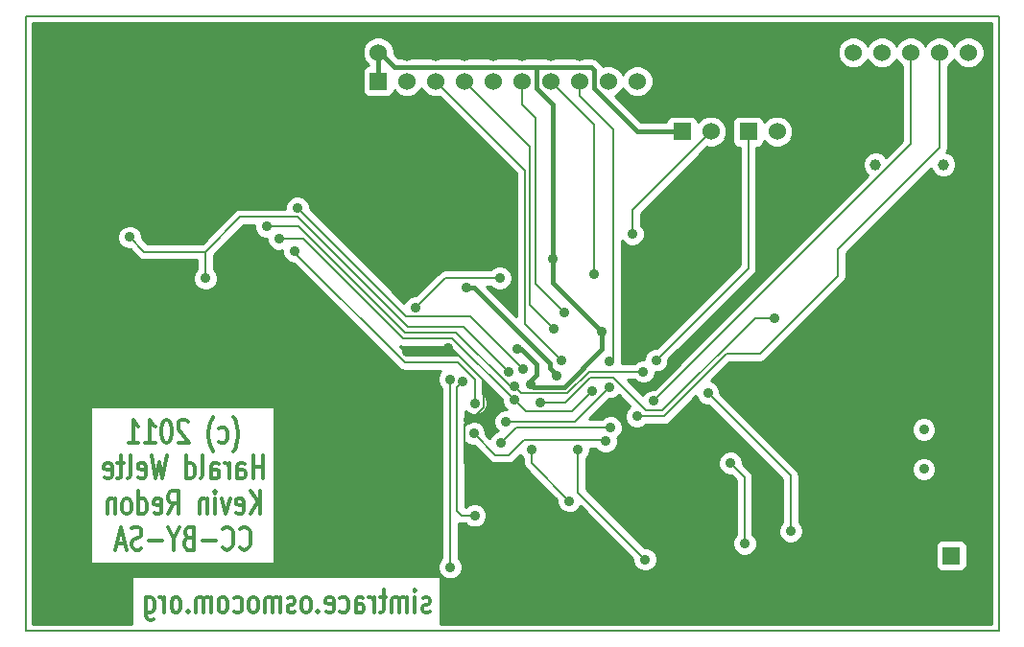
<source format=gbl>
G04 (created by PCBNEW-RS274X (2010-00-09 BZR 23xx)-stable) date Di 21 Jun 2011 02:42:33 CEST*
G01*
G70*
G90*
%MOIN*%
G04 Gerber Fmt 3.4, Leading zero omitted, Abs format*
%FSLAX34Y34*%
G04 APERTURE LIST*
%ADD10C,0.006000*%
%ADD11C,0.012000*%
%ADD12C,0.008000*%
%ADD13C,0.039400*%
%ADD14R,0.060000X0.060000*%
%ADD15C,0.060000*%
%ADD16C,0.035400*%
%ADD17C,0.035000*%
%ADD18C,0.016000*%
%ADD19C,0.010000*%
G04 APERTURE END LIST*
G54D10*
G54D11*
X21663Y-50079D02*
X21691Y-50040D01*
X21748Y-49926D01*
X21777Y-49850D01*
X21806Y-49736D01*
X21834Y-49545D01*
X21834Y-49393D01*
X21806Y-49202D01*
X21777Y-49088D01*
X21748Y-49012D01*
X21691Y-48898D01*
X21663Y-48860D01*
X21177Y-49736D02*
X21234Y-49774D01*
X21348Y-49774D01*
X21406Y-49736D01*
X21434Y-49698D01*
X21463Y-49621D01*
X21463Y-49393D01*
X21434Y-49317D01*
X21406Y-49279D01*
X21348Y-49240D01*
X21234Y-49240D01*
X21177Y-49279D01*
X20977Y-50079D02*
X20949Y-50040D01*
X20892Y-49926D01*
X20863Y-49850D01*
X20834Y-49736D01*
X20806Y-49545D01*
X20806Y-49393D01*
X20834Y-49202D01*
X20863Y-49088D01*
X20892Y-49012D01*
X20949Y-48898D01*
X20977Y-48860D01*
X20092Y-49050D02*
X20063Y-49012D01*
X20006Y-48974D01*
X19863Y-48974D01*
X19806Y-49012D01*
X19777Y-49050D01*
X19749Y-49126D01*
X19749Y-49202D01*
X19777Y-49317D01*
X20120Y-49774D01*
X19749Y-49774D01*
X19378Y-48974D02*
X19321Y-48974D01*
X19264Y-49012D01*
X19235Y-49050D01*
X19206Y-49126D01*
X19178Y-49279D01*
X19178Y-49469D01*
X19206Y-49621D01*
X19235Y-49698D01*
X19264Y-49736D01*
X19321Y-49774D01*
X19378Y-49774D01*
X19435Y-49736D01*
X19464Y-49698D01*
X19492Y-49621D01*
X19521Y-49469D01*
X19521Y-49279D01*
X19492Y-49126D01*
X19464Y-49050D01*
X19435Y-49012D01*
X19378Y-48974D01*
X18607Y-49774D02*
X18950Y-49774D01*
X18778Y-49774D02*
X18778Y-48974D01*
X18835Y-49088D01*
X18893Y-49164D01*
X18950Y-49202D01*
X18036Y-49774D02*
X18379Y-49774D01*
X18207Y-49774D02*
X18207Y-48974D01*
X18264Y-49088D01*
X18322Y-49164D01*
X18379Y-49202D01*
X22692Y-51014D02*
X22692Y-50214D01*
X22692Y-50595D02*
X22349Y-50595D01*
X22349Y-51014D02*
X22349Y-50214D01*
X21806Y-51014D02*
X21806Y-50595D01*
X21835Y-50519D01*
X21892Y-50480D01*
X22006Y-50480D01*
X22063Y-50519D01*
X21806Y-50976D02*
X21863Y-51014D01*
X22006Y-51014D01*
X22063Y-50976D01*
X22092Y-50900D01*
X22092Y-50823D01*
X22063Y-50747D01*
X22006Y-50709D01*
X21863Y-50709D01*
X21806Y-50671D01*
X21520Y-51014D02*
X21520Y-50480D01*
X21520Y-50633D02*
X21492Y-50557D01*
X21463Y-50519D01*
X21406Y-50480D01*
X21349Y-50480D01*
X20892Y-51014D02*
X20892Y-50595D01*
X20921Y-50519D01*
X20978Y-50480D01*
X21092Y-50480D01*
X21149Y-50519D01*
X20892Y-50976D02*
X20949Y-51014D01*
X21092Y-51014D01*
X21149Y-50976D01*
X21178Y-50900D01*
X21178Y-50823D01*
X21149Y-50747D01*
X21092Y-50709D01*
X20949Y-50709D01*
X20892Y-50671D01*
X20520Y-51014D02*
X20578Y-50976D01*
X20606Y-50900D01*
X20606Y-50214D01*
X20035Y-51014D02*
X20035Y-50214D01*
X20035Y-50976D02*
X20092Y-51014D01*
X20206Y-51014D01*
X20264Y-50976D01*
X20292Y-50938D01*
X20321Y-50861D01*
X20321Y-50633D01*
X20292Y-50557D01*
X20264Y-50519D01*
X20206Y-50480D01*
X20092Y-50480D01*
X20035Y-50519D01*
X19349Y-50214D02*
X19206Y-51014D01*
X19092Y-50442D01*
X18978Y-51014D01*
X18835Y-50214D01*
X18378Y-50976D02*
X18435Y-51014D01*
X18549Y-51014D01*
X18606Y-50976D01*
X18635Y-50900D01*
X18635Y-50595D01*
X18606Y-50519D01*
X18549Y-50480D01*
X18435Y-50480D01*
X18378Y-50519D01*
X18349Y-50595D01*
X18349Y-50671D01*
X18635Y-50747D01*
X18006Y-51014D02*
X18064Y-50976D01*
X18092Y-50900D01*
X18092Y-50214D01*
X17864Y-50480D02*
X17635Y-50480D01*
X17778Y-50214D02*
X17778Y-50900D01*
X17750Y-50976D01*
X17692Y-51014D01*
X17635Y-51014D01*
X17207Y-50976D02*
X17264Y-51014D01*
X17378Y-51014D01*
X17435Y-50976D01*
X17464Y-50900D01*
X17464Y-50595D01*
X17435Y-50519D01*
X17378Y-50480D01*
X17264Y-50480D01*
X17207Y-50519D01*
X17178Y-50595D01*
X17178Y-50671D01*
X17464Y-50747D01*
X22607Y-52254D02*
X22607Y-51454D01*
X22264Y-52254D02*
X22521Y-51797D01*
X22264Y-51454D02*
X22607Y-51911D01*
X21779Y-52216D02*
X21836Y-52254D01*
X21950Y-52254D01*
X22007Y-52216D01*
X22036Y-52140D01*
X22036Y-51835D01*
X22007Y-51759D01*
X21950Y-51720D01*
X21836Y-51720D01*
X21779Y-51759D01*
X21750Y-51835D01*
X21750Y-51911D01*
X22036Y-51987D01*
X21550Y-51720D02*
X21407Y-52254D01*
X21265Y-51720D01*
X21036Y-52254D02*
X21036Y-51720D01*
X21036Y-51454D02*
X21065Y-51492D01*
X21036Y-51530D01*
X21008Y-51492D01*
X21036Y-51454D01*
X21036Y-51530D01*
X20750Y-51720D02*
X20750Y-52254D01*
X20750Y-51797D02*
X20722Y-51759D01*
X20664Y-51720D01*
X20579Y-51720D01*
X20522Y-51759D01*
X20493Y-51835D01*
X20493Y-52254D01*
X19407Y-52254D02*
X19607Y-51873D01*
X19750Y-52254D02*
X19750Y-51454D01*
X19522Y-51454D01*
X19464Y-51492D01*
X19436Y-51530D01*
X19407Y-51606D01*
X19407Y-51720D01*
X19436Y-51797D01*
X19464Y-51835D01*
X19522Y-51873D01*
X19750Y-51873D01*
X18922Y-52216D02*
X18979Y-52254D01*
X19093Y-52254D01*
X19150Y-52216D01*
X19179Y-52140D01*
X19179Y-51835D01*
X19150Y-51759D01*
X19093Y-51720D01*
X18979Y-51720D01*
X18922Y-51759D01*
X18893Y-51835D01*
X18893Y-51911D01*
X19179Y-51987D01*
X18379Y-52254D02*
X18379Y-51454D01*
X18379Y-52216D02*
X18436Y-52254D01*
X18550Y-52254D01*
X18608Y-52216D01*
X18636Y-52178D01*
X18665Y-52101D01*
X18665Y-51873D01*
X18636Y-51797D01*
X18608Y-51759D01*
X18550Y-51720D01*
X18436Y-51720D01*
X18379Y-51759D01*
X18007Y-52254D02*
X18065Y-52216D01*
X18093Y-52178D01*
X18122Y-52101D01*
X18122Y-51873D01*
X18093Y-51797D01*
X18065Y-51759D01*
X18007Y-51720D01*
X17922Y-51720D01*
X17865Y-51759D01*
X17836Y-51797D01*
X17807Y-51873D01*
X17807Y-52101D01*
X17836Y-52178D01*
X17865Y-52216D01*
X17922Y-52254D01*
X18007Y-52254D01*
X17550Y-51720D02*
X17550Y-52254D01*
X17550Y-51797D02*
X17522Y-51759D01*
X17464Y-51720D01*
X17379Y-51720D01*
X17322Y-51759D01*
X17293Y-51835D01*
X17293Y-52254D01*
X21906Y-53418D02*
X21935Y-53456D01*
X22021Y-53494D01*
X22078Y-53494D01*
X22163Y-53456D01*
X22221Y-53380D01*
X22249Y-53303D01*
X22278Y-53151D01*
X22278Y-53037D01*
X22249Y-52884D01*
X22221Y-52808D01*
X22163Y-52732D01*
X22078Y-52694D01*
X22021Y-52694D01*
X21935Y-52732D01*
X21906Y-52770D01*
X21306Y-53418D02*
X21335Y-53456D01*
X21421Y-53494D01*
X21478Y-53494D01*
X21563Y-53456D01*
X21621Y-53380D01*
X21649Y-53303D01*
X21678Y-53151D01*
X21678Y-53037D01*
X21649Y-52884D01*
X21621Y-52808D01*
X21563Y-52732D01*
X21478Y-52694D01*
X21421Y-52694D01*
X21335Y-52732D01*
X21306Y-52770D01*
X21049Y-53189D02*
X20592Y-53189D01*
X20106Y-53075D02*
X20020Y-53113D01*
X19992Y-53151D01*
X19963Y-53227D01*
X19963Y-53341D01*
X19992Y-53418D01*
X20020Y-53456D01*
X20078Y-53494D01*
X20306Y-53494D01*
X20306Y-52694D01*
X20106Y-52694D01*
X20049Y-52732D01*
X20020Y-52770D01*
X19992Y-52846D01*
X19992Y-52922D01*
X20020Y-52999D01*
X20049Y-53037D01*
X20106Y-53075D01*
X20306Y-53075D01*
X19592Y-53113D02*
X19592Y-53494D01*
X19792Y-52694D02*
X19592Y-53113D01*
X19392Y-52694D01*
X19192Y-53189D02*
X18735Y-53189D01*
X18478Y-53456D02*
X18392Y-53494D01*
X18249Y-53494D01*
X18192Y-53456D01*
X18163Y-53418D01*
X18135Y-53341D01*
X18135Y-53265D01*
X18163Y-53189D01*
X18192Y-53151D01*
X18249Y-53113D01*
X18363Y-53075D01*
X18421Y-53037D01*
X18449Y-52999D01*
X18478Y-52922D01*
X18478Y-52846D01*
X18449Y-52770D01*
X18421Y-52732D01*
X18363Y-52694D01*
X18221Y-52694D01*
X18135Y-52732D01*
X17907Y-53265D02*
X17621Y-53265D01*
X17964Y-53494D02*
X17764Y-52694D01*
X17564Y-53494D01*
G54D12*
X14450Y-56300D02*
X14450Y-34950D01*
X48250Y-56300D02*
X14450Y-56300D01*
X48250Y-34950D02*
X48250Y-56300D01*
X15250Y-34950D02*
X48250Y-34950D01*
X14450Y-34950D02*
X15250Y-34950D01*
G54D11*
X28493Y-55636D02*
X28436Y-55674D01*
X28321Y-55674D01*
X28264Y-55636D01*
X28236Y-55560D01*
X28236Y-55521D01*
X28264Y-55445D01*
X28321Y-55407D01*
X28407Y-55407D01*
X28464Y-55369D01*
X28493Y-55293D01*
X28493Y-55255D01*
X28464Y-55179D01*
X28407Y-55140D01*
X28321Y-55140D01*
X28264Y-55179D01*
X27978Y-55674D02*
X27978Y-55140D01*
X27978Y-54874D02*
X28007Y-54912D01*
X27978Y-54950D01*
X27950Y-54912D01*
X27978Y-54874D01*
X27978Y-54950D01*
X27692Y-55674D02*
X27692Y-55140D01*
X27692Y-55217D02*
X27664Y-55179D01*
X27606Y-55140D01*
X27521Y-55140D01*
X27464Y-55179D01*
X27435Y-55255D01*
X27435Y-55674D01*
X27435Y-55255D02*
X27406Y-55179D01*
X27349Y-55140D01*
X27264Y-55140D01*
X27206Y-55179D01*
X27178Y-55255D01*
X27178Y-55674D01*
X26978Y-55140D02*
X26749Y-55140D01*
X26892Y-54874D02*
X26892Y-55560D01*
X26864Y-55636D01*
X26806Y-55674D01*
X26749Y-55674D01*
X26549Y-55674D02*
X26549Y-55140D01*
X26549Y-55293D02*
X26521Y-55217D01*
X26492Y-55179D01*
X26435Y-55140D01*
X26378Y-55140D01*
X25921Y-55674D02*
X25921Y-55255D01*
X25950Y-55179D01*
X26007Y-55140D01*
X26121Y-55140D01*
X26178Y-55179D01*
X25921Y-55636D02*
X25978Y-55674D01*
X26121Y-55674D01*
X26178Y-55636D01*
X26207Y-55560D01*
X26207Y-55483D01*
X26178Y-55407D01*
X26121Y-55369D01*
X25978Y-55369D01*
X25921Y-55331D01*
X25378Y-55636D02*
X25435Y-55674D01*
X25549Y-55674D01*
X25607Y-55636D01*
X25635Y-55598D01*
X25664Y-55521D01*
X25664Y-55293D01*
X25635Y-55217D01*
X25607Y-55179D01*
X25549Y-55140D01*
X25435Y-55140D01*
X25378Y-55179D01*
X24893Y-55636D02*
X24950Y-55674D01*
X25064Y-55674D01*
X25121Y-55636D01*
X25150Y-55560D01*
X25150Y-55255D01*
X25121Y-55179D01*
X25064Y-55140D01*
X24950Y-55140D01*
X24893Y-55179D01*
X24864Y-55255D01*
X24864Y-55331D01*
X25150Y-55407D01*
X24607Y-55598D02*
X24579Y-55636D01*
X24607Y-55674D01*
X24636Y-55636D01*
X24607Y-55598D01*
X24607Y-55674D01*
X24235Y-55674D02*
X24293Y-55636D01*
X24321Y-55598D01*
X24350Y-55521D01*
X24350Y-55293D01*
X24321Y-55217D01*
X24293Y-55179D01*
X24235Y-55140D01*
X24150Y-55140D01*
X24093Y-55179D01*
X24064Y-55217D01*
X24035Y-55293D01*
X24035Y-55521D01*
X24064Y-55598D01*
X24093Y-55636D01*
X24150Y-55674D01*
X24235Y-55674D01*
X23807Y-55636D02*
X23750Y-55674D01*
X23635Y-55674D01*
X23578Y-55636D01*
X23550Y-55560D01*
X23550Y-55521D01*
X23578Y-55445D01*
X23635Y-55407D01*
X23721Y-55407D01*
X23778Y-55369D01*
X23807Y-55293D01*
X23807Y-55255D01*
X23778Y-55179D01*
X23721Y-55140D01*
X23635Y-55140D01*
X23578Y-55179D01*
X23292Y-55674D02*
X23292Y-55140D01*
X23292Y-55217D02*
X23264Y-55179D01*
X23206Y-55140D01*
X23121Y-55140D01*
X23064Y-55179D01*
X23035Y-55255D01*
X23035Y-55674D01*
X23035Y-55255D02*
X23006Y-55179D01*
X22949Y-55140D01*
X22864Y-55140D01*
X22806Y-55179D01*
X22778Y-55255D01*
X22778Y-55674D01*
X22406Y-55674D02*
X22464Y-55636D01*
X22492Y-55598D01*
X22521Y-55521D01*
X22521Y-55293D01*
X22492Y-55217D01*
X22464Y-55179D01*
X22406Y-55140D01*
X22321Y-55140D01*
X22264Y-55179D01*
X22235Y-55217D01*
X22206Y-55293D01*
X22206Y-55521D01*
X22235Y-55598D01*
X22264Y-55636D01*
X22321Y-55674D01*
X22406Y-55674D01*
X21692Y-55636D02*
X21749Y-55674D01*
X21863Y-55674D01*
X21921Y-55636D01*
X21949Y-55598D01*
X21978Y-55521D01*
X21978Y-55293D01*
X21949Y-55217D01*
X21921Y-55179D01*
X21863Y-55140D01*
X21749Y-55140D01*
X21692Y-55179D01*
X21349Y-55674D02*
X21407Y-55636D01*
X21435Y-55598D01*
X21464Y-55521D01*
X21464Y-55293D01*
X21435Y-55217D01*
X21407Y-55179D01*
X21349Y-55140D01*
X21264Y-55140D01*
X21207Y-55179D01*
X21178Y-55217D01*
X21149Y-55293D01*
X21149Y-55521D01*
X21178Y-55598D01*
X21207Y-55636D01*
X21264Y-55674D01*
X21349Y-55674D01*
X20892Y-55674D02*
X20892Y-55140D01*
X20892Y-55217D02*
X20864Y-55179D01*
X20806Y-55140D01*
X20721Y-55140D01*
X20664Y-55179D01*
X20635Y-55255D01*
X20635Y-55674D01*
X20635Y-55255D02*
X20606Y-55179D01*
X20549Y-55140D01*
X20464Y-55140D01*
X20406Y-55179D01*
X20378Y-55255D01*
X20378Y-55674D01*
X20092Y-55598D02*
X20064Y-55636D01*
X20092Y-55674D01*
X20121Y-55636D01*
X20092Y-55598D01*
X20092Y-55674D01*
X19720Y-55674D02*
X19778Y-55636D01*
X19806Y-55598D01*
X19835Y-55521D01*
X19835Y-55293D01*
X19806Y-55217D01*
X19778Y-55179D01*
X19720Y-55140D01*
X19635Y-55140D01*
X19578Y-55179D01*
X19549Y-55217D01*
X19520Y-55293D01*
X19520Y-55521D01*
X19549Y-55598D01*
X19578Y-55636D01*
X19635Y-55674D01*
X19720Y-55674D01*
X19263Y-55674D02*
X19263Y-55140D01*
X19263Y-55293D02*
X19235Y-55217D01*
X19206Y-55179D01*
X19149Y-55140D01*
X19092Y-55140D01*
X18635Y-55140D02*
X18635Y-55788D01*
X18664Y-55864D01*
X18692Y-55902D01*
X18749Y-55940D01*
X18835Y-55940D01*
X18892Y-55902D01*
X18635Y-55636D02*
X18692Y-55674D01*
X18806Y-55674D01*
X18864Y-55636D01*
X18892Y-55598D01*
X18921Y-55521D01*
X18921Y-55293D01*
X18892Y-55217D01*
X18864Y-55179D01*
X18806Y-55140D01*
X18692Y-55140D01*
X18635Y-55179D01*
G54D13*
X46331Y-40100D03*
X43969Y-40100D03*
G54D14*
X26700Y-37200D03*
G54D15*
X26700Y-36200D03*
X27700Y-37200D03*
X27700Y-36200D03*
X28700Y-37200D03*
X28700Y-36200D03*
X29700Y-37200D03*
X29700Y-36200D03*
X30700Y-37200D03*
X30700Y-36200D03*
X31700Y-37200D03*
X31700Y-36200D03*
X32700Y-37200D03*
X32700Y-36200D03*
X33700Y-37200D03*
X33700Y-36200D03*
X34700Y-37200D03*
X34700Y-36200D03*
X35700Y-37200D03*
X35700Y-36200D03*
G54D14*
X37250Y-38950D03*
G54D15*
X38250Y-38950D03*
G54D14*
X39550Y-38950D03*
G54D15*
X40550Y-38950D03*
G54D14*
X46600Y-53700D03*
G54D15*
X46600Y-54700D03*
G54D14*
X42200Y-36200D03*
G54D15*
X43200Y-36200D03*
X44200Y-36200D03*
X45200Y-36200D03*
X46200Y-36200D03*
X47200Y-36200D03*
G54D16*
X45650Y-50689D03*
X45650Y-49311D03*
G54D17*
X34742Y-46956D03*
X22816Y-42245D03*
X31421Y-47811D03*
X35910Y-47293D03*
X31131Y-49039D03*
X34737Y-47832D03*
X33639Y-50003D03*
X35965Y-53828D03*
X36268Y-48322D03*
X35682Y-48858D03*
X31217Y-47293D03*
X20700Y-44056D03*
X18070Y-42624D03*
X23261Y-42681D03*
X31426Y-48290D03*
X34128Y-47979D03*
X30050Y-52300D03*
X29645Y-47626D03*
X29191Y-47561D03*
X29200Y-54100D03*
X23892Y-41603D03*
X31733Y-47209D03*
X30973Y-49764D03*
X34764Y-49247D03*
X23802Y-43110D03*
X30055Y-48393D03*
X41028Y-52849D03*
X38147Y-48037D03*
X30013Y-49446D03*
X34597Y-49724D03*
X33174Y-45257D03*
X33063Y-46911D03*
X34193Y-43899D03*
X36353Y-46899D03*
X32812Y-45800D03*
X29777Y-44364D03*
X32900Y-47435D03*
X39422Y-53275D03*
X38933Y-50482D03*
X32018Y-50002D03*
X33332Y-51799D03*
X34468Y-45915D03*
X32772Y-43374D03*
X31986Y-47726D03*
X31514Y-46505D03*
X28618Y-42765D03*
X28093Y-44156D03*
X31150Y-51924D03*
X32784Y-51816D03*
X27696Y-46611D03*
X29830Y-48992D03*
X29117Y-46460D03*
X32321Y-48367D03*
X40475Y-45434D03*
X30923Y-44046D03*
X27997Y-45069D03*
X35524Y-42509D03*
G54D12*
X33700Y-37200D02*
X33700Y-37700D01*
X33700Y-37700D02*
X34866Y-38866D01*
X34742Y-46956D02*
X34866Y-46832D01*
X34866Y-46832D02*
X34866Y-38866D01*
X31283Y-47811D02*
X31421Y-47811D01*
X29398Y-45926D02*
X31283Y-47811D01*
X27615Y-45926D02*
X29398Y-45926D01*
X23934Y-42245D02*
X27615Y-45926D01*
X22816Y-42245D02*
X23934Y-42245D01*
X31658Y-48048D02*
X31421Y-47811D01*
X33260Y-48048D02*
X31658Y-48048D01*
X34015Y-47293D02*
X33260Y-48048D01*
X35910Y-47293D02*
X34015Y-47293D01*
X33530Y-49039D02*
X34737Y-47832D01*
X31131Y-49039D02*
X33530Y-49039D01*
X33639Y-51502D02*
X33639Y-50003D01*
X35965Y-53828D02*
X33639Y-51502D01*
X45200Y-39390D02*
X36268Y-48322D01*
X45200Y-36200D02*
X45200Y-39390D01*
X36616Y-48858D02*
X35682Y-48858D01*
X38790Y-46684D02*
X36616Y-48858D01*
X39948Y-46684D02*
X38790Y-46684D01*
X42672Y-43960D02*
X39948Y-46684D01*
X42672Y-43050D02*
X42672Y-43960D01*
X46200Y-39522D02*
X42672Y-43050D01*
X46200Y-36200D02*
X46200Y-39522D01*
X18575Y-43129D02*
X18070Y-42624D01*
X20700Y-43129D02*
X18575Y-43129D01*
X20700Y-44056D02*
X20700Y-43129D01*
X29666Y-45742D02*
X31217Y-47293D01*
X27713Y-45742D02*
X29666Y-45742D01*
X23895Y-41924D02*
X27713Y-45742D01*
X21905Y-41924D02*
X23895Y-41924D01*
X20700Y-43129D02*
X21905Y-41924D01*
X33421Y-48686D02*
X34128Y-47979D01*
X31822Y-48686D02*
X33421Y-48686D01*
X31426Y-48290D02*
X31822Y-48686D01*
X29278Y-46142D02*
X31426Y-48290D01*
X27571Y-46142D02*
X29278Y-46142D01*
X24110Y-42681D02*
X27571Y-46142D01*
X23261Y-42681D02*
X24110Y-42681D01*
X30050Y-52300D02*
X29600Y-52300D01*
X29600Y-52300D02*
X29440Y-52140D01*
X29440Y-47831D02*
X29645Y-47626D01*
X29440Y-52140D02*
X29440Y-47831D01*
X29191Y-53327D02*
X29191Y-47561D01*
X29200Y-54100D02*
X29191Y-53327D01*
X29912Y-45388D02*
X31733Y-47209D01*
X27677Y-45388D02*
X29912Y-45388D01*
X23892Y-41603D02*
X27677Y-45388D01*
X31490Y-49247D02*
X34764Y-49247D01*
X30973Y-49764D02*
X31490Y-49247D01*
X23802Y-43167D02*
X23802Y-43110D01*
X27623Y-46988D02*
X23802Y-43167D01*
X29477Y-46988D02*
X27623Y-46988D01*
X30055Y-47566D02*
X29477Y-46988D01*
X30055Y-48393D02*
X30055Y-47566D01*
X41028Y-50918D02*
X38147Y-48037D01*
X41028Y-52849D02*
X41028Y-50918D01*
X34557Y-49684D02*
X34597Y-49724D01*
X31755Y-49684D02*
X34557Y-49684D01*
X31240Y-50199D02*
X31755Y-49684D01*
X30766Y-50199D02*
X31240Y-50199D01*
X30013Y-49446D02*
X30766Y-50199D01*
X31700Y-37200D02*
X31700Y-38000D01*
X31700Y-38000D02*
X32163Y-38463D01*
X33174Y-45257D02*
X32163Y-44246D01*
X32163Y-44246D02*
X32163Y-38463D01*
X31795Y-40295D02*
X28700Y-37200D01*
X31795Y-45643D02*
X31795Y-40295D01*
X33063Y-46911D02*
X31795Y-45643D01*
X34193Y-38693D02*
X32700Y-37200D01*
X34193Y-43899D02*
X34193Y-38693D01*
X39550Y-43702D02*
X36353Y-46899D01*
X39550Y-38950D02*
X39550Y-43702D01*
X31979Y-39479D02*
X29700Y-37200D01*
X31979Y-44967D02*
X31979Y-39479D01*
X32812Y-45800D02*
X31979Y-44967D01*
G54D18*
X30014Y-44364D02*
X32650Y-47000D01*
X32650Y-47000D02*
X32650Y-47185D01*
X32650Y-47185D02*
X32900Y-47435D01*
X29777Y-44364D02*
X30014Y-44364D01*
G54D12*
X39422Y-53275D02*
X39422Y-50971D01*
X39422Y-50971D02*
X38933Y-50482D01*
X32018Y-50485D02*
X32018Y-50002D01*
X33332Y-51799D02*
X32018Y-50485D01*
G54D18*
X31986Y-47726D02*
X31986Y-47614D01*
X31655Y-46505D02*
X31514Y-46505D01*
X32200Y-47050D02*
X31655Y-46505D01*
X32200Y-47400D02*
X32200Y-47050D01*
X31986Y-47614D02*
X32200Y-47400D01*
X34468Y-45915D02*
X34468Y-46520D01*
X32086Y-47826D02*
X31986Y-47726D01*
X33162Y-47826D02*
X32086Y-47826D01*
X34468Y-46520D02*
X33162Y-47826D01*
X32772Y-43374D02*
X32772Y-44219D01*
X32772Y-44219D02*
X34468Y-45915D01*
X34200Y-37300D02*
X34200Y-37450D01*
X34100Y-36700D02*
X34206Y-36806D01*
X34206Y-36806D02*
X34206Y-37294D01*
X34206Y-37294D02*
X34200Y-37300D01*
X32151Y-36700D02*
X34100Y-36700D01*
X35700Y-38950D02*
X37250Y-38950D01*
X34200Y-37450D02*
X35700Y-38950D01*
X32200Y-37200D02*
X32200Y-37450D01*
X32772Y-38022D02*
X32772Y-43374D01*
X32200Y-37450D02*
X32772Y-38022D01*
X32200Y-37200D02*
X32200Y-36749D01*
X32200Y-36749D02*
X32151Y-36700D01*
X26700Y-36200D02*
X26750Y-36200D01*
X27250Y-36700D02*
X32151Y-36700D01*
X26750Y-36200D02*
X27250Y-36700D01*
G54D12*
X26700Y-36650D02*
X26650Y-36650D01*
X26650Y-36650D02*
X26700Y-36650D01*
G54D18*
X26700Y-36200D02*
X26700Y-36650D01*
X26700Y-36650D02*
X26700Y-37200D01*
G54D12*
X32151Y-36700D02*
X32200Y-36749D01*
X35711Y-38950D02*
X37250Y-38950D01*
X34149Y-37388D02*
X35711Y-38950D01*
X34149Y-36771D02*
X34149Y-37388D01*
X34127Y-36749D02*
X34149Y-36771D01*
X32200Y-36749D02*
X34127Y-36749D01*
X34468Y-45915D02*
X32772Y-44219D01*
X28618Y-43631D02*
X28093Y-44156D01*
X28618Y-42765D02*
X28618Y-43631D01*
X31258Y-51816D02*
X32784Y-51816D01*
X31150Y-51924D02*
X31258Y-51816D01*
X29117Y-46611D02*
X29117Y-46460D01*
X27696Y-46611D02*
X29117Y-46611D01*
X29931Y-48992D02*
X29830Y-48992D01*
X30374Y-48549D02*
X29931Y-48992D01*
X30374Y-47625D02*
X30374Y-48549D01*
X29360Y-46611D02*
X30374Y-47625D01*
X29117Y-46611D02*
X29360Y-46611D01*
X29694Y-49128D02*
X29830Y-48992D01*
X29694Y-50468D02*
X29694Y-49128D01*
X31150Y-51924D02*
X29694Y-50468D01*
X33201Y-48367D02*
X32321Y-48367D01*
X34054Y-47514D02*
X33201Y-48367D01*
X34870Y-47514D02*
X34054Y-47514D01*
X36010Y-48654D02*
X34870Y-47514D01*
X36560Y-48654D02*
X36010Y-48654D01*
X39780Y-45434D02*
X36560Y-48654D01*
X40475Y-45434D02*
X39780Y-45434D01*
X29020Y-44046D02*
X27997Y-45069D01*
X30923Y-44046D02*
X29020Y-44046D01*
X35524Y-41676D02*
X35524Y-42509D01*
X38250Y-38950D02*
X35524Y-41676D01*
G54D19*
X14690Y-35190D02*
X48010Y-35190D01*
X14690Y-35270D02*
X48010Y-35270D01*
X14690Y-35350D02*
X48010Y-35350D01*
X14690Y-35430D02*
X48010Y-35430D01*
X14690Y-35510D02*
X48010Y-35510D01*
X14690Y-35590D02*
X48010Y-35590D01*
X14690Y-35670D02*
X26546Y-35670D01*
X26855Y-35670D02*
X43046Y-35670D01*
X43355Y-35670D02*
X44046Y-35670D01*
X44355Y-35670D02*
X45046Y-35670D01*
X45355Y-35670D02*
X46046Y-35670D01*
X46355Y-35670D02*
X47046Y-35670D01*
X47355Y-35670D02*
X48010Y-35670D01*
X14690Y-35750D02*
X26374Y-35750D01*
X27026Y-35750D02*
X42874Y-35750D01*
X43526Y-35750D02*
X43874Y-35750D01*
X44526Y-35750D02*
X44874Y-35750D01*
X45526Y-35750D02*
X45874Y-35750D01*
X46526Y-35750D02*
X46874Y-35750D01*
X47526Y-35750D02*
X48010Y-35750D01*
X14690Y-35830D02*
X26294Y-35830D01*
X27106Y-35830D02*
X42794Y-35830D01*
X43606Y-35830D02*
X43794Y-35830D01*
X44606Y-35830D02*
X44794Y-35830D01*
X45606Y-35830D02*
X45794Y-35830D01*
X46606Y-35830D02*
X46794Y-35830D01*
X47606Y-35830D02*
X48010Y-35830D01*
X14690Y-35910D02*
X26227Y-35910D01*
X27174Y-35910D02*
X42727Y-35910D01*
X43674Y-35910D02*
X43727Y-35910D01*
X44674Y-35910D02*
X44726Y-35910D01*
X45674Y-35910D02*
X45727Y-35910D01*
X46674Y-35910D02*
X46727Y-35910D01*
X47674Y-35910D02*
X48010Y-35910D01*
X14690Y-35990D02*
X26193Y-35990D01*
X27207Y-35990D02*
X42693Y-35990D01*
X47707Y-35990D02*
X48010Y-35990D01*
X14690Y-36070D02*
X26160Y-36070D01*
X27241Y-36070D02*
X42660Y-36070D01*
X47741Y-36070D02*
X48010Y-36070D01*
X14690Y-36150D02*
X26151Y-36150D01*
X27249Y-36150D02*
X42651Y-36150D01*
X47749Y-36150D02*
X48010Y-36150D01*
X14690Y-36230D02*
X26151Y-36230D01*
X27249Y-36230D02*
X42651Y-36230D01*
X47749Y-36230D02*
X48010Y-36230D01*
X14690Y-36310D02*
X26151Y-36310D01*
X27326Y-36310D02*
X42651Y-36310D01*
X47748Y-36310D02*
X48010Y-36310D01*
X14690Y-36390D02*
X26184Y-36390D01*
X34202Y-36390D02*
X42684Y-36390D01*
X47715Y-36390D02*
X48010Y-36390D01*
X14690Y-36470D02*
X26217Y-36470D01*
X34337Y-36470D02*
X42717Y-36470D01*
X43681Y-36470D02*
X43718Y-36470D01*
X44681Y-36470D02*
X44718Y-36470D01*
X46681Y-36470D02*
X46718Y-36470D01*
X47682Y-36470D02*
X48010Y-36470D01*
X14690Y-36550D02*
X26274Y-36550D01*
X34417Y-36550D02*
X42774Y-36550D01*
X43626Y-36550D02*
X43774Y-36550D01*
X44626Y-36550D02*
X44774Y-36550D01*
X46626Y-36550D02*
X46774Y-36550D01*
X47626Y-36550D02*
X48010Y-36550D01*
X14690Y-36630D02*
X26354Y-36630D01*
X34477Y-36630D02*
X42854Y-36630D01*
X43546Y-36630D02*
X43854Y-36630D01*
X44546Y-36630D02*
X44854Y-36630D01*
X46546Y-36630D02*
X46854Y-36630D01*
X47546Y-36630D02*
X48010Y-36630D01*
X14690Y-36710D02*
X26238Y-36710D01*
X34951Y-36710D02*
X35450Y-36710D01*
X35951Y-36710D02*
X42997Y-36710D01*
X43402Y-36710D02*
X43997Y-36710D01*
X44402Y-36710D02*
X44910Y-36710D01*
X46490Y-36710D02*
X46997Y-36710D01*
X47402Y-36710D02*
X48010Y-36710D01*
X14690Y-36790D02*
X26177Y-36790D01*
X35066Y-36790D02*
X35334Y-36790D01*
X36066Y-36790D02*
X44910Y-36790D01*
X46490Y-36790D02*
X48010Y-36790D01*
X14690Y-36870D02*
X26151Y-36870D01*
X35146Y-36870D02*
X35254Y-36870D01*
X36146Y-36870D02*
X44910Y-36870D01*
X46490Y-36870D02*
X48010Y-36870D01*
X14690Y-36950D02*
X26151Y-36950D01*
X35191Y-36950D02*
X35210Y-36950D01*
X36191Y-36950D02*
X44910Y-36950D01*
X46490Y-36950D02*
X48010Y-36950D01*
X14690Y-37030D02*
X26151Y-37030D01*
X36224Y-37030D02*
X44910Y-37030D01*
X46490Y-37030D02*
X48010Y-37030D01*
X14690Y-37110D02*
X26151Y-37110D01*
X36249Y-37110D02*
X44910Y-37110D01*
X46490Y-37110D02*
X48010Y-37110D01*
X14690Y-37190D02*
X26151Y-37190D01*
X36249Y-37190D02*
X44910Y-37190D01*
X46490Y-37190D02*
X48010Y-37190D01*
X14690Y-37270D02*
X26151Y-37270D01*
X36249Y-37270D02*
X44910Y-37270D01*
X46490Y-37270D02*
X48010Y-37270D01*
X14690Y-37350D02*
X26151Y-37350D01*
X36231Y-37350D02*
X44910Y-37350D01*
X46490Y-37350D02*
X48010Y-37350D01*
X14690Y-37430D02*
X26151Y-37430D01*
X28198Y-37430D02*
X28201Y-37430D01*
X35198Y-37430D02*
X35201Y-37430D01*
X36198Y-37430D02*
X44910Y-37430D01*
X46490Y-37430D02*
X48010Y-37430D01*
X14690Y-37510D02*
X26151Y-37510D01*
X28165Y-37510D02*
X28234Y-37510D01*
X35165Y-37510D02*
X35234Y-37510D01*
X36165Y-37510D02*
X44910Y-37510D01*
X46490Y-37510D02*
X48010Y-37510D01*
X14690Y-37590D02*
X26167Y-37590D01*
X27232Y-37590D02*
X27314Y-37590D01*
X28086Y-37590D02*
X28314Y-37590D01*
X35086Y-37590D02*
X35314Y-37590D01*
X36086Y-37590D02*
X44910Y-37590D01*
X46490Y-37590D02*
X48010Y-37590D01*
X14690Y-37670D02*
X26218Y-37670D01*
X27182Y-37670D02*
X27401Y-37670D01*
X27998Y-37670D02*
X28401Y-37670D01*
X34998Y-37670D02*
X35401Y-37670D01*
X35998Y-37670D02*
X44910Y-37670D01*
X46490Y-37670D02*
X48010Y-37670D01*
X14690Y-37750D02*
X28840Y-37750D01*
X34966Y-37750D02*
X44910Y-37750D01*
X46490Y-37750D02*
X48010Y-37750D01*
X14690Y-37830D02*
X28920Y-37830D01*
X35046Y-37830D02*
X44910Y-37830D01*
X46490Y-37830D02*
X48010Y-37830D01*
X14690Y-37910D02*
X29000Y-37910D01*
X35126Y-37910D02*
X44910Y-37910D01*
X46490Y-37910D02*
X48010Y-37910D01*
X14690Y-37990D02*
X29080Y-37990D01*
X35206Y-37990D02*
X44910Y-37990D01*
X46490Y-37990D02*
X48010Y-37990D01*
X14690Y-38070D02*
X29160Y-38070D01*
X35286Y-38070D02*
X44910Y-38070D01*
X46490Y-38070D02*
X48010Y-38070D01*
X14690Y-38150D02*
X29240Y-38150D01*
X35366Y-38150D02*
X44910Y-38150D01*
X46490Y-38150D02*
X48010Y-38150D01*
X14690Y-38230D02*
X29320Y-38230D01*
X35446Y-38230D02*
X44910Y-38230D01*
X46490Y-38230D02*
X48010Y-38230D01*
X14690Y-38310D02*
X29400Y-38310D01*
X35526Y-38310D02*
X44910Y-38310D01*
X46490Y-38310D02*
X48010Y-38310D01*
X14690Y-38390D02*
X29480Y-38390D01*
X35606Y-38390D02*
X44910Y-38390D01*
X46490Y-38390D02*
X48010Y-38390D01*
X14690Y-38470D02*
X29560Y-38470D01*
X35686Y-38470D02*
X36778Y-38470D01*
X37722Y-38470D02*
X37976Y-38470D01*
X38525Y-38470D02*
X39078Y-38470D01*
X40022Y-38470D02*
X40276Y-38470D01*
X40825Y-38470D02*
X44910Y-38470D01*
X46490Y-38470D02*
X48010Y-38470D01*
X14690Y-38550D02*
X29640Y-38550D01*
X35766Y-38550D02*
X36722Y-38550D01*
X37778Y-38550D02*
X37874Y-38550D01*
X38626Y-38550D02*
X39022Y-38550D01*
X40078Y-38550D02*
X40174Y-38550D01*
X40926Y-38550D02*
X44910Y-38550D01*
X46490Y-38550D02*
X48010Y-38550D01*
X14690Y-38630D02*
X29720Y-38630D01*
X38706Y-38630D02*
X39001Y-38630D01*
X41006Y-38630D02*
X44910Y-38630D01*
X46490Y-38630D02*
X48010Y-38630D01*
X14690Y-38710D02*
X29800Y-38710D01*
X38745Y-38710D02*
X39001Y-38710D01*
X41045Y-38710D02*
X44910Y-38710D01*
X46490Y-38710D02*
X48010Y-38710D01*
X14690Y-38790D02*
X29880Y-38790D01*
X38778Y-38790D02*
X39001Y-38790D01*
X41078Y-38790D02*
X44910Y-38790D01*
X46490Y-38790D02*
X48010Y-38790D01*
X14690Y-38870D02*
X29960Y-38870D01*
X38799Y-38870D02*
X39001Y-38870D01*
X41099Y-38870D02*
X44910Y-38870D01*
X46490Y-38870D02*
X48010Y-38870D01*
X14690Y-38950D02*
X30040Y-38950D01*
X38799Y-38950D02*
X39001Y-38950D01*
X41099Y-38950D02*
X44910Y-38950D01*
X46490Y-38950D02*
X48010Y-38950D01*
X14690Y-39030D02*
X30120Y-39030D01*
X38799Y-39030D02*
X39001Y-39030D01*
X41099Y-39030D02*
X44910Y-39030D01*
X46490Y-39030D02*
X48010Y-39030D01*
X14690Y-39110D02*
X30200Y-39110D01*
X38777Y-39110D02*
X39001Y-39110D01*
X41077Y-39110D02*
X44910Y-39110D01*
X46490Y-39110D02*
X48010Y-39110D01*
X14690Y-39190D02*
X30280Y-39190D01*
X38744Y-39190D02*
X39001Y-39190D01*
X41044Y-39190D02*
X44910Y-39190D01*
X46490Y-39190D02*
X48010Y-39190D01*
X14690Y-39270D02*
X30360Y-39270D01*
X38706Y-39270D02*
X39001Y-39270D01*
X41006Y-39270D02*
X44909Y-39270D01*
X46490Y-39270D02*
X48010Y-39270D01*
X14690Y-39350D02*
X30440Y-39350D01*
X38626Y-39350D02*
X39022Y-39350D01*
X40078Y-39350D02*
X40174Y-39350D01*
X40926Y-39350D02*
X44829Y-39350D01*
X46490Y-39350D02*
X48010Y-39350D01*
X14690Y-39430D02*
X30520Y-39430D01*
X38524Y-39430D02*
X39078Y-39430D01*
X40022Y-39430D02*
X40275Y-39430D01*
X40824Y-39430D02*
X44749Y-39430D01*
X46490Y-39430D02*
X48010Y-39430D01*
X14690Y-39510D02*
X30600Y-39510D01*
X38099Y-39510D02*
X39260Y-39510D01*
X39840Y-39510D02*
X44669Y-39510D01*
X46490Y-39510D02*
X48010Y-39510D01*
X14690Y-39590D02*
X30680Y-39590D01*
X38019Y-39590D02*
X39260Y-39590D01*
X39840Y-39590D02*
X44589Y-39590D01*
X46476Y-39590D02*
X48010Y-39590D01*
X14690Y-39670D02*
X30760Y-39670D01*
X37939Y-39670D02*
X39260Y-39670D01*
X39840Y-39670D02*
X43843Y-39670D01*
X44097Y-39670D02*
X44509Y-39670D01*
X46459Y-39670D02*
X48010Y-39670D01*
X14690Y-39750D02*
X30840Y-39750D01*
X37859Y-39750D02*
X39260Y-39750D01*
X39840Y-39750D02*
X43689Y-39750D01*
X44250Y-39750D02*
X44429Y-39750D01*
X46612Y-39750D02*
X48010Y-39750D01*
X14690Y-39830D02*
X30920Y-39830D01*
X37779Y-39830D02*
X39260Y-39830D01*
X39840Y-39830D02*
X43609Y-39830D01*
X44330Y-39830D02*
X44349Y-39830D01*
X46692Y-39830D02*
X48010Y-39830D01*
X14690Y-39910D02*
X31000Y-39910D01*
X37699Y-39910D02*
X39260Y-39910D01*
X39840Y-39910D02*
X43565Y-39910D01*
X46735Y-39910D02*
X48010Y-39910D01*
X14690Y-39990D02*
X31080Y-39990D01*
X37619Y-39990D02*
X39260Y-39990D01*
X39840Y-39990D02*
X43532Y-39990D01*
X46768Y-39990D02*
X48010Y-39990D01*
X14690Y-40070D02*
X31160Y-40070D01*
X37539Y-40070D02*
X39260Y-40070D01*
X39840Y-40070D02*
X43523Y-40070D01*
X46777Y-40070D02*
X48010Y-40070D01*
X14690Y-40150D02*
X31240Y-40150D01*
X37459Y-40150D02*
X39260Y-40150D01*
X39840Y-40150D02*
X43523Y-40150D01*
X46777Y-40150D02*
X48010Y-40150D01*
X14690Y-40230D02*
X31320Y-40230D01*
X37379Y-40230D02*
X39260Y-40230D01*
X39840Y-40230D02*
X43540Y-40230D01*
X45901Y-40230D02*
X45902Y-40230D01*
X46760Y-40230D02*
X48010Y-40230D01*
X14690Y-40310D02*
X31400Y-40310D01*
X37299Y-40310D02*
X39260Y-40310D01*
X39840Y-40310D02*
X43573Y-40310D01*
X45821Y-40310D02*
X45935Y-40310D01*
X46726Y-40310D02*
X48010Y-40310D01*
X14690Y-40390D02*
X31480Y-40390D01*
X37219Y-40390D02*
X39260Y-40390D01*
X39840Y-40390D02*
X43628Y-40390D01*
X45741Y-40390D02*
X45990Y-40390D01*
X46671Y-40390D02*
X48010Y-40390D01*
X14690Y-40470D02*
X31505Y-40470D01*
X37139Y-40470D02*
X39260Y-40470D01*
X39840Y-40470D02*
X43708Y-40470D01*
X45661Y-40470D02*
X46070Y-40470D01*
X46591Y-40470D02*
X48010Y-40470D01*
X14690Y-40550D02*
X31505Y-40550D01*
X37059Y-40550D02*
X39260Y-40550D01*
X39840Y-40550D02*
X43629Y-40550D01*
X45581Y-40550D02*
X48010Y-40550D01*
X14690Y-40630D02*
X31505Y-40630D01*
X36979Y-40630D02*
X39260Y-40630D01*
X39840Y-40630D02*
X43549Y-40630D01*
X45501Y-40630D02*
X48010Y-40630D01*
X14690Y-40710D02*
X31505Y-40710D01*
X36899Y-40710D02*
X39260Y-40710D01*
X39840Y-40710D02*
X43469Y-40710D01*
X45421Y-40710D02*
X48010Y-40710D01*
X14690Y-40790D02*
X31505Y-40790D01*
X36819Y-40790D02*
X39260Y-40790D01*
X39840Y-40790D02*
X43389Y-40790D01*
X45341Y-40790D02*
X48010Y-40790D01*
X14690Y-40870D02*
X31505Y-40870D01*
X36739Y-40870D02*
X39260Y-40870D01*
X39840Y-40870D02*
X43309Y-40870D01*
X45261Y-40870D02*
X48010Y-40870D01*
X14690Y-40950D02*
X31505Y-40950D01*
X36659Y-40950D02*
X39260Y-40950D01*
X39840Y-40950D02*
X43229Y-40950D01*
X45181Y-40950D02*
X48010Y-40950D01*
X14690Y-41030D02*
X31505Y-41030D01*
X36579Y-41030D02*
X39260Y-41030D01*
X39840Y-41030D02*
X43149Y-41030D01*
X45101Y-41030D02*
X48010Y-41030D01*
X14690Y-41110D02*
X31505Y-41110D01*
X36499Y-41110D02*
X39260Y-41110D01*
X39840Y-41110D02*
X43069Y-41110D01*
X45021Y-41110D02*
X48010Y-41110D01*
X14690Y-41190D02*
X23779Y-41190D01*
X24006Y-41190D02*
X31505Y-41190D01*
X36419Y-41190D02*
X39260Y-41190D01*
X39840Y-41190D02*
X42989Y-41190D01*
X44941Y-41190D02*
X48010Y-41190D01*
X14690Y-41270D02*
X23624Y-41270D01*
X24160Y-41270D02*
X31505Y-41270D01*
X36339Y-41270D02*
X39260Y-41270D01*
X39840Y-41270D02*
X42909Y-41270D01*
X44861Y-41270D02*
X48010Y-41270D01*
X14690Y-41350D02*
X23544Y-41350D01*
X24240Y-41350D02*
X31505Y-41350D01*
X36259Y-41350D02*
X39260Y-41350D01*
X39840Y-41350D02*
X42829Y-41350D01*
X44781Y-41350D02*
X48010Y-41350D01*
X14690Y-41430D02*
X23504Y-41430D01*
X24281Y-41430D02*
X31505Y-41430D01*
X36179Y-41430D02*
X39260Y-41430D01*
X39840Y-41430D02*
X42749Y-41430D01*
X44701Y-41430D02*
X48010Y-41430D01*
X14690Y-41510D02*
X23471Y-41510D01*
X24314Y-41510D02*
X31505Y-41510D01*
X36099Y-41510D02*
X39260Y-41510D01*
X39840Y-41510D02*
X42669Y-41510D01*
X44621Y-41510D02*
X48010Y-41510D01*
X14690Y-41590D02*
X23467Y-41590D01*
X24317Y-41590D02*
X31505Y-41590D01*
X36019Y-41590D02*
X39260Y-41590D01*
X39840Y-41590D02*
X42589Y-41590D01*
X44541Y-41590D02*
X48010Y-41590D01*
X14690Y-41670D02*
X21774Y-41670D01*
X24369Y-41670D02*
X31505Y-41670D01*
X35939Y-41670D02*
X39260Y-41670D01*
X39840Y-41670D02*
X42509Y-41670D01*
X44461Y-41670D02*
X48010Y-41670D01*
X14690Y-41750D02*
X21669Y-41750D01*
X24449Y-41750D02*
X31505Y-41750D01*
X35859Y-41750D02*
X39260Y-41750D01*
X39840Y-41750D02*
X42429Y-41750D01*
X44381Y-41750D02*
X48010Y-41750D01*
X14690Y-41830D02*
X21589Y-41830D01*
X24529Y-41830D02*
X31505Y-41830D01*
X35814Y-41830D02*
X39260Y-41830D01*
X39840Y-41830D02*
X42349Y-41830D01*
X44301Y-41830D02*
X48010Y-41830D01*
X14690Y-41910D02*
X21509Y-41910D01*
X24609Y-41910D02*
X31505Y-41910D01*
X35814Y-41910D02*
X39260Y-41910D01*
X39840Y-41910D02*
X42269Y-41910D01*
X44221Y-41910D02*
X48010Y-41910D01*
X14690Y-41990D02*
X21429Y-41990D01*
X24689Y-41990D02*
X31505Y-41990D01*
X35814Y-41990D02*
X39260Y-41990D01*
X39840Y-41990D02*
X42189Y-41990D01*
X44141Y-41990D02*
X48010Y-41990D01*
X14690Y-42070D02*
X21349Y-42070D01*
X24769Y-42070D02*
X31505Y-42070D01*
X35814Y-42070D02*
X39260Y-42070D01*
X39840Y-42070D02*
X42109Y-42070D01*
X44061Y-42070D02*
X48010Y-42070D01*
X14690Y-42150D02*
X21269Y-42150D01*
X24849Y-42150D02*
X31505Y-42150D01*
X35814Y-42150D02*
X39260Y-42150D01*
X39840Y-42150D02*
X42029Y-42150D01*
X43981Y-42150D02*
X48010Y-42150D01*
X14690Y-42230D02*
X17911Y-42230D01*
X18230Y-42230D02*
X21189Y-42230D01*
X22008Y-42230D02*
X22391Y-42230D01*
X24929Y-42230D02*
X31505Y-42230D01*
X35846Y-42230D02*
X39260Y-42230D01*
X39840Y-42230D02*
X41949Y-42230D01*
X43901Y-42230D02*
X48010Y-42230D01*
X14690Y-42310D02*
X17783Y-42310D01*
X18357Y-42310D02*
X21109Y-42310D01*
X21928Y-42310D02*
X22391Y-42310D01*
X25009Y-42310D02*
X31505Y-42310D01*
X35902Y-42310D02*
X39260Y-42310D01*
X39840Y-42310D02*
X41869Y-42310D01*
X43821Y-42310D02*
X48010Y-42310D01*
X14690Y-42390D02*
X17708Y-42390D01*
X18434Y-42390D02*
X21029Y-42390D01*
X21848Y-42390D02*
X22416Y-42390D01*
X25089Y-42390D02*
X31505Y-42390D01*
X35935Y-42390D02*
X39260Y-42390D01*
X39840Y-42390D02*
X41789Y-42390D01*
X43741Y-42390D02*
X48010Y-42390D01*
X14690Y-42470D02*
X17674Y-42470D01*
X18467Y-42470D02*
X20949Y-42470D01*
X21768Y-42470D02*
X22448Y-42470D01*
X25169Y-42470D02*
X31505Y-42470D01*
X35949Y-42470D02*
X39260Y-42470D01*
X39840Y-42470D02*
X41709Y-42470D01*
X43661Y-42470D02*
X48010Y-42470D01*
X14690Y-42550D02*
X17645Y-42550D01*
X18495Y-42550D02*
X20869Y-42550D01*
X21688Y-42550D02*
X22520Y-42550D01*
X25249Y-42550D02*
X31505Y-42550D01*
X35949Y-42550D02*
X39260Y-42550D01*
X39840Y-42550D02*
X41629Y-42550D01*
X43581Y-42550D02*
X48010Y-42550D01*
X14690Y-42630D02*
X17645Y-42630D01*
X18495Y-42630D02*
X20789Y-42630D01*
X21608Y-42630D02*
X22635Y-42630D01*
X25329Y-42630D02*
X31505Y-42630D01*
X35934Y-42630D02*
X39260Y-42630D01*
X39840Y-42630D02*
X41549Y-42630D01*
X43501Y-42630D02*
X48010Y-42630D01*
X14690Y-42710D02*
X17645Y-42710D01*
X18566Y-42710D02*
X20709Y-42710D01*
X21528Y-42710D02*
X22836Y-42710D01*
X25409Y-42710D02*
X31505Y-42710D01*
X35900Y-42710D02*
X39260Y-42710D01*
X39840Y-42710D02*
X41469Y-42710D01*
X43421Y-42710D02*
X48010Y-42710D01*
X14690Y-42790D02*
X17678Y-42790D01*
X18646Y-42790D02*
X20629Y-42790D01*
X21448Y-42790D02*
X22846Y-42790D01*
X25489Y-42790D02*
X31505Y-42790D01*
X35156Y-42790D02*
X35204Y-42790D01*
X35844Y-42790D02*
X39260Y-42790D01*
X39840Y-42790D02*
X41389Y-42790D01*
X43341Y-42790D02*
X48010Y-42790D01*
X14690Y-42870D02*
X17715Y-42870D01*
X21368Y-42870D02*
X22879Y-42870D01*
X25569Y-42870D02*
X31505Y-42870D01*
X35156Y-42870D02*
X35285Y-42870D01*
X35764Y-42870D02*
X39260Y-42870D01*
X39840Y-42870D02*
X41309Y-42870D01*
X43261Y-42870D02*
X48010Y-42870D01*
X14690Y-42950D02*
X17795Y-42950D01*
X21288Y-42950D02*
X22929Y-42950D01*
X25649Y-42950D02*
X31505Y-42950D01*
X35156Y-42950D02*
X39260Y-42950D01*
X39840Y-42950D02*
X41229Y-42950D01*
X43181Y-42950D02*
X48010Y-42950D01*
X14690Y-43030D02*
X17939Y-43030D01*
X21208Y-43030D02*
X23009Y-43030D01*
X25729Y-43030D02*
X31505Y-43030D01*
X35156Y-43030D02*
X39260Y-43030D01*
X39840Y-43030D02*
X41149Y-43030D01*
X43101Y-43030D02*
X48010Y-43030D01*
X14690Y-43110D02*
X18145Y-43110D01*
X21128Y-43110D02*
X23377Y-43110D01*
X25809Y-43110D02*
X31505Y-43110D01*
X35156Y-43110D02*
X39260Y-43110D01*
X39840Y-43110D02*
X41069Y-43110D01*
X43021Y-43110D02*
X48010Y-43110D01*
X14690Y-43190D02*
X18225Y-43190D01*
X21048Y-43190D02*
X23377Y-43190D01*
X25889Y-43190D02*
X31505Y-43190D01*
X35156Y-43190D02*
X39260Y-43190D01*
X39840Y-43190D02*
X40989Y-43190D01*
X42962Y-43190D02*
X48010Y-43190D01*
X14690Y-43270D02*
X18305Y-43270D01*
X20990Y-43270D02*
X23408Y-43270D01*
X25969Y-43270D02*
X31505Y-43270D01*
X35156Y-43270D02*
X39260Y-43270D01*
X39840Y-43270D02*
X40909Y-43270D01*
X42962Y-43270D02*
X48010Y-43270D01*
X14690Y-43350D02*
X18393Y-43350D01*
X20990Y-43350D02*
X23441Y-43350D01*
X26049Y-43350D02*
X31505Y-43350D01*
X35156Y-43350D02*
X39260Y-43350D01*
X39840Y-43350D02*
X40829Y-43350D01*
X42962Y-43350D02*
X48010Y-43350D01*
X14690Y-43430D02*
X20410Y-43430D01*
X20990Y-43430D02*
X23521Y-43430D01*
X26129Y-43430D02*
X31505Y-43430D01*
X35156Y-43430D02*
X39260Y-43430D01*
X39840Y-43430D02*
X40749Y-43430D01*
X42962Y-43430D02*
X48010Y-43430D01*
X14690Y-43510D02*
X20410Y-43510D01*
X20990Y-43510D02*
X23657Y-43510D01*
X26209Y-43510D02*
X31505Y-43510D01*
X35156Y-43510D02*
X39260Y-43510D01*
X39840Y-43510D02*
X40669Y-43510D01*
X42962Y-43510D02*
X48010Y-43510D01*
X14690Y-43590D02*
X20410Y-43590D01*
X20990Y-43590D02*
X23814Y-43590D01*
X26289Y-43590D02*
X31505Y-43590D01*
X35156Y-43590D02*
X39252Y-43590D01*
X39840Y-43590D02*
X40589Y-43590D01*
X42962Y-43590D02*
X48010Y-43590D01*
X14690Y-43670D02*
X20410Y-43670D01*
X20990Y-43670D02*
X23894Y-43670D01*
X26369Y-43670D02*
X30720Y-43670D01*
X31126Y-43670D02*
X31505Y-43670D01*
X35156Y-43670D02*
X39172Y-43670D01*
X39840Y-43670D02*
X40509Y-43670D01*
X42962Y-43670D02*
X48010Y-43670D01*
X14690Y-43750D02*
X20405Y-43750D01*
X20995Y-43750D02*
X23974Y-43750D01*
X26449Y-43750D02*
X30618Y-43750D01*
X31228Y-43750D02*
X31505Y-43750D01*
X35156Y-43750D02*
X39092Y-43750D01*
X39830Y-43750D02*
X40429Y-43750D01*
X42962Y-43750D02*
X48010Y-43750D01*
X14690Y-43830D02*
X20334Y-43830D01*
X21067Y-43830D02*
X24054Y-43830D01*
X26529Y-43830D02*
X28831Y-43830D01*
X31294Y-43830D02*
X31505Y-43830D01*
X35156Y-43830D02*
X39012Y-43830D01*
X39806Y-43830D02*
X40349Y-43830D01*
X42962Y-43830D02*
X48010Y-43830D01*
X14690Y-43910D02*
X20301Y-43910D01*
X21100Y-43910D02*
X24134Y-43910D01*
X26609Y-43910D02*
X28745Y-43910D01*
X31327Y-43910D02*
X31505Y-43910D01*
X35156Y-43910D02*
X38932Y-43910D01*
X39752Y-43910D02*
X40269Y-43910D01*
X42962Y-43910D02*
X48010Y-43910D01*
X14690Y-43990D02*
X20275Y-43990D01*
X21125Y-43990D02*
X24214Y-43990D01*
X26689Y-43990D02*
X28665Y-43990D01*
X31348Y-43990D02*
X31505Y-43990D01*
X35156Y-43990D02*
X38852Y-43990D01*
X39672Y-43990D02*
X40189Y-43990D01*
X42956Y-43990D02*
X48010Y-43990D01*
X14690Y-44070D02*
X20275Y-44070D01*
X21125Y-44070D02*
X24294Y-44070D01*
X26769Y-44070D02*
X28585Y-44070D01*
X31348Y-44070D02*
X31505Y-44070D01*
X35156Y-44070D02*
X38772Y-44070D01*
X39592Y-44070D02*
X40109Y-44070D01*
X42940Y-44070D02*
X48010Y-44070D01*
X14690Y-44150D02*
X20279Y-44150D01*
X21121Y-44150D02*
X24374Y-44150D01*
X26849Y-44150D02*
X28505Y-44150D01*
X31340Y-44150D02*
X31505Y-44150D01*
X35156Y-44150D02*
X38692Y-44150D01*
X39512Y-44150D02*
X40029Y-44150D01*
X42887Y-44150D02*
X48010Y-44150D01*
X14690Y-44230D02*
X20311Y-44230D01*
X21087Y-44230D02*
X24454Y-44230D01*
X26929Y-44230D02*
X28425Y-44230D01*
X31306Y-44230D02*
X31505Y-44230D01*
X35156Y-44230D02*
X38612Y-44230D01*
X39432Y-44230D02*
X39949Y-44230D01*
X42812Y-44230D02*
X48010Y-44230D01*
X14690Y-44310D02*
X20353Y-44310D01*
X21047Y-44310D02*
X24534Y-44310D01*
X27009Y-44310D02*
X28345Y-44310D01*
X31260Y-44310D02*
X31505Y-44310D01*
X35156Y-44310D02*
X38532Y-44310D01*
X39352Y-44310D02*
X39869Y-44310D01*
X42732Y-44310D02*
X48010Y-44310D01*
X14690Y-44390D02*
X20433Y-44390D01*
X20967Y-44390D02*
X24614Y-44390D01*
X27089Y-44390D02*
X28265Y-44390D01*
X30507Y-44390D02*
X30666Y-44390D01*
X31180Y-44390D02*
X31505Y-44390D01*
X35156Y-44390D02*
X38452Y-44390D01*
X39272Y-44390D02*
X39789Y-44390D01*
X42652Y-44390D02*
X48010Y-44390D01*
X14690Y-44470D02*
X20588Y-44470D01*
X20810Y-44470D02*
X24694Y-44470D01*
X27169Y-44470D02*
X28185Y-44470D01*
X30587Y-44470D02*
X30835Y-44470D01*
X31009Y-44470D02*
X31505Y-44470D01*
X35156Y-44470D02*
X38372Y-44470D01*
X39192Y-44470D02*
X39709Y-44470D01*
X42572Y-44470D02*
X48010Y-44470D01*
X14690Y-44550D02*
X24774Y-44550D01*
X27249Y-44550D02*
X28105Y-44550D01*
X30667Y-44550D02*
X31505Y-44550D01*
X35156Y-44550D02*
X38292Y-44550D01*
X39112Y-44550D02*
X39629Y-44550D01*
X42492Y-44550D02*
X48010Y-44550D01*
X14690Y-44630D02*
X24854Y-44630D01*
X27329Y-44630D02*
X28025Y-44630D01*
X30747Y-44630D02*
X31505Y-44630D01*
X35156Y-44630D02*
X38212Y-44630D01*
X39032Y-44630D02*
X39549Y-44630D01*
X42412Y-44630D02*
X48010Y-44630D01*
X14690Y-44710D02*
X24934Y-44710D01*
X27409Y-44710D02*
X27755Y-44710D01*
X30827Y-44710D02*
X31505Y-44710D01*
X35156Y-44710D02*
X38132Y-44710D01*
X38952Y-44710D02*
X39469Y-44710D01*
X42332Y-44710D02*
X48010Y-44710D01*
X14690Y-44790D02*
X25014Y-44790D01*
X27489Y-44790D02*
X27675Y-44790D01*
X30907Y-44790D02*
X31505Y-44790D01*
X35156Y-44790D02*
X38052Y-44790D01*
X38872Y-44790D02*
X39389Y-44790D01*
X42252Y-44790D02*
X48010Y-44790D01*
X14690Y-44870D02*
X25094Y-44870D01*
X27569Y-44870D02*
X27619Y-44870D01*
X30987Y-44870D02*
X31505Y-44870D01*
X35156Y-44870D02*
X37972Y-44870D01*
X38792Y-44870D02*
X39309Y-44870D01*
X42172Y-44870D02*
X48010Y-44870D01*
X14690Y-44950D02*
X25174Y-44950D01*
X31067Y-44950D02*
X31505Y-44950D01*
X35156Y-44950D02*
X37892Y-44950D01*
X38712Y-44950D02*
X39229Y-44950D01*
X42092Y-44950D02*
X48010Y-44950D01*
X14690Y-45030D02*
X25254Y-45030D01*
X31147Y-45030D02*
X31505Y-45030D01*
X35156Y-45030D02*
X37812Y-45030D01*
X38632Y-45030D02*
X39149Y-45030D01*
X42012Y-45030D02*
X48010Y-45030D01*
X14690Y-45110D02*
X25334Y-45110D01*
X31227Y-45110D02*
X31505Y-45110D01*
X35156Y-45110D02*
X37732Y-45110D01*
X38552Y-45110D02*
X39069Y-45110D01*
X41932Y-45110D02*
X48010Y-45110D01*
X14690Y-45190D02*
X25414Y-45190D01*
X31307Y-45190D02*
X31505Y-45190D01*
X35156Y-45190D02*
X37652Y-45190D01*
X38472Y-45190D02*
X38989Y-45190D01*
X41852Y-45190D02*
X48010Y-45190D01*
X14690Y-45270D02*
X25494Y-45270D01*
X31387Y-45270D02*
X31505Y-45270D01*
X35156Y-45270D02*
X37572Y-45270D01*
X38392Y-45270D02*
X38909Y-45270D01*
X41772Y-45270D02*
X48010Y-45270D01*
X14690Y-45350D02*
X25574Y-45350D01*
X31467Y-45350D02*
X31505Y-45350D01*
X35156Y-45350D02*
X37492Y-45350D01*
X38312Y-45350D02*
X38829Y-45350D01*
X41692Y-45350D02*
X48010Y-45350D01*
X14690Y-45430D02*
X25654Y-45430D01*
X35156Y-45430D02*
X37412Y-45430D01*
X38232Y-45430D02*
X38749Y-45430D01*
X41612Y-45430D02*
X48010Y-45430D01*
X14690Y-45510D02*
X25734Y-45510D01*
X35156Y-45510D02*
X37332Y-45510D01*
X38152Y-45510D02*
X38669Y-45510D01*
X41532Y-45510D02*
X48010Y-45510D01*
X14690Y-45590D02*
X25814Y-45590D01*
X35156Y-45590D02*
X37252Y-45590D01*
X38072Y-45590D02*
X38589Y-45590D01*
X41452Y-45590D02*
X48010Y-45590D01*
X14690Y-45670D02*
X25894Y-45670D01*
X35156Y-45670D02*
X37172Y-45670D01*
X37992Y-45670D02*
X38509Y-45670D01*
X41372Y-45670D02*
X48010Y-45670D01*
X14690Y-45750D02*
X25974Y-45750D01*
X35156Y-45750D02*
X37092Y-45750D01*
X37912Y-45750D02*
X38429Y-45750D01*
X41292Y-45750D02*
X48010Y-45750D01*
X14690Y-45830D02*
X26054Y-45830D01*
X35156Y-45830D02*
X37012Y-45830D01*
X37832Y-45830D02*
X38349Y-45830D01*
X41212Y-45830D02*
X48010Y-45830D01*
X14690Y-45910D02*
X26134Y-45910D01*
X35156Y-45910D02*
X36932Y-45910D01*
X37752Y-45910D02*
X38269Y-45910D01*
X41132Y-45910D02*
X48010Y-45910D01*
X14690Y-45990D02*
X26214Y-45990D01*
X35156Y-45990D02*
X36852Y-45990D01*
X37672Y-45990D02*
X38189Y-45990D01*
X41052Y-45990D02*
X48010Y-45990D01*
X14690Y-46070D02*
X26294Y-46070D01*
X35156Y-46070D02*
X36772Y-46070D01*
X37592Y-46070D02*
X38109Y-46070D01*
X40972Y-46070D02*
X48010Y-46070D01*
X14690Y-46150D02*
X26374Y-46150D01*
X35156Y-46150D02*
X36692Y-46150D01*
X37512Y-46150D02*
X38029Y-46150D01*
X40892Y-46150D02*
X48010Y-46150D01*
X14690Y-46230D02*
X26454Y-46230D01*
X35156Y-46230D02*
X36612Y-46230D01*
X37432Y-46230D02*
X37949Y-46230D01*
X40812Y-46230D02*
X48010Y-46230D01*
X14690Y-46310D02*
X26534Y-46310D01*
X35156Y-46310D02*
X36532Y-46310D01*
X37352Y-46310D02*
X37869Y-46310D01*
X40732Y-46310D02*
X48010Y-46310D01*
X14690Y-46390D02*
X26614Y-46390D01*
X35156Y-46390D02*
X36452Y-46390D01*
X37272Y-46390D02*
X37789Y-46390D01*
X40652Y-46390D02*
X48010Y-46390D01*
X14690Y-46470D02*
X26694Y-46470D01*
X35156Y-46470D02*
X36372Y-46470D01*
X37192Y-46470D02*
X37709Y-46470D01*
X40572Y-46470D02*
X48010Y-46470D01*
X14690Y-46550D02*
X26774Y-46550D01*
X35156Y-46550D02*
X36101Y-46550D01*
X37112Y-46550D02*
X37629Y-46550D01*
X40492Y-46550D02*
X48010Y-46550D01*
X14690Y-46630D02*
X26854Y-46630D01*
X35156Y-46630D02*
X36021Y-46630D01*
X37032Y-46630D02*
X37549Y-46630D01*
X40412Y-46630D02*
X48010Y-46630D01*
X14690Y-46710D02*
X26934Y-46710D01*
X35156Y-46710D02*
X35972Y-46710D01*
X36952Y-46710D02*
X37469Y-46710D01*
X40332Y-46710D02*
X48010Y-46710D01*
X14690Y-46790D02*
X27014Y-46790D01*
X35156Y-46790D02*
X35938Y-46790D01*
X36872Y-46790D02*
X37389Y-46790D01*
X40252Y-46790D02*
X48010Y-46790D01*
X14690Y-46870D02*
X27094Y-46870D01*
X35167Y-46870D02*
X35822Y-46870D01*
X36792Y-46870D02*
X37309Y-46870D01*
X40172Y-46870D02*
X48010Y-46870D01*
X14690Y-46950D02*
X27174Y-46950D01*
X35167Y-46950D02*
X35652Y-46950D01*
X36778Y-46950D02*
X37229Y-46950D01*
X40061Y-46950D02*
X48010Y-46950D01*
X14690Y-47030D02*
X27254Y-47030D01*
X36758Y-47030D02*
X37149Y-47030D01*
X38853Y-47030D02*
X48010Y-47030D01*
X14690Y-47110D02*
X27334Y-47110D01*
X36725Y-47110D02*
X37069Y-47110D01*
X38773Y-47110D02*
X48010Y-47110D01*
X14690Y-47190D02*
X27414Y-47190D01*
X36663Y-47190D02*
X36989Y-47190D01*
X38693Y-47190D02*
X48010Y-47190D01*
X14690Y-47270D02*
X27582Y-47270D01*
X36568Y-47270D02*
X36909Y-47270D01*
X38613Y-47270D02*
X48010Y-47270D01*
X14690Y-47350D02*
X28819Y-47350D01*
X36335Y-47350D02*
X36829Y-47350D01*
X38533Y-47350D02*
X48010Y-47350D01*
X14690Y-47430D02*
X28786Y-47430D01*
X36313Y-47430D02*
X36749Y-47430D01*
X38453Y-47430D02*
X48010Y-47430D01*
X14690Y-47510D02*
X28766Y-47510D01*
X36280Y-47510D02*
X36669Y-47510D01*
X38373Y-47510D02*
X48010Y-47510D01*
X14690Y-47590D02*
X28766Y-47590D01*
X35356Y-47590D02*
X35606Y-47590D01*
X36214Y-47590D02*
X36589Y-47590D01*
X38293Y-47590D02*
X48010Y-47590D01*
X14690Y-47670D02*
X28776Y-47670D01*
X35436Y-47670D02*
X35709Y-47670D01*
X36111Y-47670D02*
X36509Y-47670D01*
X38372Y-47670D02*
X48010Y-47670D01*
X14690Y-47750D02*
X28809Y-47750D01*
X35516Y-47750D02*
X36429Y-47750D01*
X38461Y-47750D02*
X48010Y-47750D01*
X14690Y-47830D02*
X28859Y-47830D01*
X35596Y-47830D02*
X36349Y-47830D01*
X38522Y-47830D02*
X48010Y-47830D01*
X14690Y-47910D02*
X28901Y-47910D01*
X35676Y-47910D02*
X36153Y-47910D01*
X38555Y-47910D02*
X48010Y-47910D01*
X14690Y-47990D02*
X28901Y-47990D01*
X35756Y-47990D02*
X35999Y-47990D01*
X38572Y-47990D02*
X48010Y-47990D01*
X14690Y-48070D02*
X28901Y-48070D01*
X35836Y-48070D02*
X35919Y-48070D01*
X38590Y-48070D02*
X48010Y-48070D01*
X14690Y-48150D02*
X28901Y-48150D01*
X35018Y-48150D02*
X35096Y-48150D01*
X37733Y-48150D02*
X37733Y-48150D01*
X38670Y-48150D02*
X48010Y-48150D01*
X14690Y-48230D02*
X28901Y-48230D01*
X34886Y-48230D02*
X35176Y-48230D01*
X37653Y-48230D02*
X37766Y-48230D01*
X38750Y-48230D02*
X48010Y-48230D01*
X14690Y-48310D02*
X28901Y-48310D01*
X34668Y-48310D02*
X35256Y-48310D01*
X37573Y-48310D02*
X37819Y-48310D01*
X38830Y-48310D02*
X48010Y-48310D01*
X14690Y-48390D02*
X28901Y-48390D01*
X34588Y-48390D02*
X35336Y-48390D01*
X37493Y-48390D02*
X37899Y-48390D01*
X38910Y-48390D02*
X48010Y-48390D01*
X14690Y-48470D02*
X28901Y-48470D01*
X34508Y-48470D02*
X35416Y-48470D01*
X37413Y-48470D02*
X38170Y-48470D01*
X38990Y-48470D02*
X48010Y-48470D01*
X14690Y-48550D02*
X16685Y-48550D01*
X23096Y-48550D02*
X28901Y-48550D01*
X34428Y-48550D02*
X35389Y-48550D01*
X37333Y-48550D02*
X38250Y-48550D01*
X39070Y-48550D02*
X48010Y-48550D01*
X14690Y-48630D02*
X16685Y-48630D01*
X23096Y-48630D02*
X28901Y-48630D01*
X34348Y-48630D02*
X35317Y-48630D01*
X37253Y-48630D02*
X38330Y-48630D01*
X39150Y-48630D02*
X48010Y-48630D01*
X14690Y-48710D02*
X16685Y-48710D01*
X23096Y-48710D02*
X28901Y-48710D01*
X34268Y-48710D02*
X35284Y-48710D01*
X37173Y-48710D02*
X38410Y-48710D01*
X39230Y-48710D02*
X48010Y-48710D01*
X14690Y-48790D02*
X16685Y-48790D01*
X23096Y-48790D02*
X28901Y-48790D01*
X34188Y-48790D02*
X35257Y-48790D01*
X37093Y-48790D02*
X38490Y-48790D01*
X39310Y-48790D02*
X48010Y-48790D01*
X14690Y-48870D02*
X16685Y-48870D01*
X23096Y-48870D02*
X28901Y-48870D01*
X34108Y-48870D02*
X34563Y-48870D01*
X34965Y-48870D02*
X35257Y-48870D01*
X37013Y-48870D02*
X38570Y-48870D01*
X39390Y-48870D02*
X48010Y-48870D01*
X14690Y-48950D02*
X16685Y-48950D01*
X23096Y-48950D02*
X28901Y-48950D01*
X34028Y-48950D02*
X34460Y-48950D01*
X35068Y-48950D02*
X35260Y-48950D01*
X36933Y-48950D02*
X38650Y-48950D01*
X39470Y-48950D02*
X45408Y-48950D01*
X45893Y-48950D02*
X48010Y-48950D01*
X14690Y-49030D02*
X16685Y-49030D01*
X23096Y-49030D02*
X28901Y-49030D01*
X35135Y-49030D02*
X35293Y-49030D01*
X36853Y-49030D02*
X38730Y-49030D01*
X39550Y-49030D02*
X45328Y-49030D01*
X45973Y-49030D02*
X48010Y-49030D01*
X14690Y-49110D02*
X16685Y-49110D01*
X23096Y-49110D02*
X28901Y-49110D01*
X35168Y-49110D02*
X35333Y-49110D01*
X36750Y-49110D02*
X38810Y-49110D01*
X39630Y-49110D02*
X45272Y-49110D01*
X46029Y-49110D02*
X48010Y-49110D01*
X14690Y-49190D02*
X16685Y-49190D01*
X23096Y-49190D02*
X28901Y-49190D01*
X35189Y-49190D02*
X35413Y-49190D01*
X35950Y-49190D02*
X38890Y-49190D01*
X39710Y-49190D02*
X45238Y-49190D01*
X46062Y-49190D02*
X48010Y-49190D01*
X14690Y-49270D02*
X16685Y-49270D01*
X23096Y-49270D02*
X28901Y-49270D01*
X35189Y-49270D02*
X35565Y-49270D01*
X35797Y-49270D02*
X38970Y-49270D01*
X39790Y-49270D02*
X45223Y-49270D01*
X46077Y-49270D02*
X48010Y-49270D01*
X14690Y-49350D02*
X16685Y-49350D01*
X23096Y-49350D02*
X28901Y-49350D01*
X35181Y-49350D02*
X39050Y-49350D01*
X39870Y-49350D02*
X45223Y-49350D01*
X46077Y-49350D02*
X48010Y-49350D01*
X14690Y-49430D02*
X16685Y-49430D01*
X23096Y-49430D02*
X28901Y-49430D01*
X35148Y-49430D02*
X39130Y-49430D01*
X39950Y-49430D02*
X45237Y-49430D01*
X46063Y-49430D02*
X48010Y-49430D01*
X14690Y-49510D02*
X16685Y-49510D01*
X23096Y-49510D02*
X28901Y-49510D01*
X35101Y-49510D02*
X39210Y-49510D01*
X40030Y-49510D02*
X45270Y-49510D01*
X46029Y-49510D02*
X48010Y-49510D01*
X14690Y-49590D02*
X16685Y-49590D01*
X23096Y-49590D02*
X28901Y-49590D01*
X35021Y-49590D02*
X39290Y-49590D01*
X40110Y-49590D02*
X45325Y-49590D01*
X45974Y-49590D02*
X48010Y-49590D01*
X14690Y-49670D02*
X16685Y-49670D01*
X23096Y-49670D02*
X28901Y-49670D01*
X35022Y-49670D02*
X39370Y-49670D01*
X40190Y-49670D02*
X45405Y-49670D01*
X45894Y-49670D02*
X48010Y-49670D01*
X14690Y-49750D02*
X16685Y-49750D01*
X23096Y-49750D02*
X28901Y-49750D01*
X35022Y-49750D02*
X39450Y-49750D01*
X40270Y-49750D02*
X48010Y-49750D01*
X14690Y-49830D02*
X16685Y-49830D01*
X23096Y-49830D02*
X28901Y-49830D01*
X29730Y-49830D02*
X29829Y-49830D01*
X35013Y-49830D02*
X39530Y-49830D01*
X40350Y-49830D02*
X48010Y-49830D01*
X14690Y-49910D02*
X16685Y-49910D01*
X23096Y-49910D02*
X28901Y-49910D01*
X29730Y-49910D02*
X30067Y-49910D01*
X34979Y-49910D02*
X39610Y-49910D01*
X40430Y-49910D02*
X48010Y-49910D01*
X14690Y-49990D02*
X16685Y-49990D01*
X23096Y-49990D02*
X28901Y-49990D01*
X29730Y-49990D02*
X30147Y-49990D01*
X34064Y-49990D02*
X34262Y-49990D01*
X34932Y-49990D02*
X39690Y-49990D01*
X40510Y-49990D02*
X48010Y-49990D01*
X14690Y-50070D02*
X16685Y-50070D01*
X23096Y-50070D02*
X28901Y-50070D01*
X29730Y-50070D02*
X30227Y-50070D01*
X34064Y-50070D02*
X34342Y-50070D01*
X34852Y-50070D02*
X38818Y-50070D01*
X39050Y-50070D02*
X39770Y-50070D01*
X40590Y-50070D02*
X48010Y-50070D01*
X14690Y-50150D02*
X16685Y-50150D01*
X23096Y-50150D02*
X28901Y-50150D01*
X29730Y-50150D02*
X30307Y-50150D01*
X34038Y-50150D02*
X38664Y-50150D01*
X39202Y-50150D02*
X39850Y-50150D01*
X40670Y-50150D02*
X48010Y-50150D01*
X14690Y-50230D02*
X16685Y-50230D01*
X23096Y-50230D02*
X28901Y-50230D01*
X29730Y-50230D02*
X30387Y-50230D01*
X31618Y-50230D02*
X31652Y-50230D01*
X34004Y-50230D02*
X38584Y-50230D01*
X39282Y-50230D02*
X39930Y-50230D01*
X40750Y-50230D02*
X48010Y-50230D01*
X14690Y-50310D02*
X16685Y-50310D01*
X23096Y-50310D02*
X28901Y-50310D01*
X29730Y-50310D02*
X30467Y-50310D01*
X31538Y-50310D02*
X31725Y-50310D01*
X33933Y-50310D02*
X38545Y-50310D01*
X39322Y-50310D02*
X40010Y-50310D01*
X40830Y-50310D02*
X45450Y-50310D01*
X45851Y-50310D02*
X48010Y-50310D01*
X14690Y-50390D02*
X16685Y-50390D01*
X23096Y-50390D02*
X28901Y-50390D01*
X29730Y-50390D02*
X30547Y-50390D01*
X31458Y-50390D02*
X31728Y-50390D01*
X33929Y-50390D02*
X38511Y-50390D01*
X39355Y-50390D02*
X40090Y-50390D01*
X40910Y-50390D02*
X45346Y-50390D01*
X45955Y-50390D02*
X48010Y-50390D01*
X14690Y-50470D02*
X16685Y-50470D01*
X23096Y-50470D02*
X28901Y-50470D01*
X29730Y-50470D02*
X30670Y-50470D01*
X31335Y-50470D02*
X31728Y-50470D01*
X33929Y-50470D02*
X38508Y-50470D01*
X39358Y-50470D02*
X40170Y-50470D01*
X40990Y-50470D02*
X45279Y-50470D01*
X46022Y-50470D02*
X48010Y-50470D01*
X14690Y-50550D02*
X16685Y-50550D01*
X23096Y-50550D02*
X28901Y-50550D01*
X29730Y-50550D02*
X31740Y-50550D01*
X33929Y-50550D02*
X38508Y-50550D01*
X39411Y-50550D02*
X40250Y-50550D01*
X41070Y-50550D02*
X45246Y-50550D01*
X46055Y-50550D02*
X48010Y-50550D01*
X14690Y-50630D02*
X16685Y-50630D01*
X23096Y-50630D02*
X28901Y-50630D01*
X29730Y-50630D02*
X31772Y-50630D01*
X33929Y-50630D02*
X38534Y-50630D01*
X39491Y-50630D02*
X40330Y-50630D01*
X41150Y-50630D02*
X45223Y-50630D01*
X46077Y-50630D02*
X48010Y-50630D01*
X14690Y-50710D02*
X16685Y-50710D01*
X23096Y-50710D02*
X28901Y-50710D01*
X29730Y-50710D02*
X31833Y-50710D01*
X33929Y-50710D02*
X38567Y-50710D01*
X39571Y-50710D02*
X40410Y-50710D01*
X41230Y-50710D02*
X45223Y-50710D01*
X46077Y-50710D02*
X48010Y-50710D01*
X14690Y-50790D02*
X16685Y-50790D01*
X23096Y-50790D02*
X28901Y-50790D01*
X29730Y-50790D02*
X31913Y-50790D01*
X33929Y-50790D02*
X38640Y-50790D01*
X39644Y-50790D02*
X40490Y-50790D01*
X41285Y-50790D02*
X45230Y-50790D01*
X46070Y-50790D02*
X48010Y-50790D01*
X14690Y-50870D02*
X16685Y-50870D01*
X23096Y-50870D02*
X28901Y-50870D01*
X29730Y-50870D02*
X31993Y-50870D01*
X33929Y-50870D02*
X38759Y-50870D01*
X39692Y-50870D02*
X40570Y-50870D01*
X41309Y-50870D02*
X45263Y-50870D01*
X46037Y-50870D02*
X48010Y-50870D01*
X14690Y-50950D02*
X16685Y-50950D01*
X23096Y-50950D02*
X28901Y-50950D01*
X29730Y-50950D02*
X32073Y-50950D01*
X33929Y-50950D02*
X38991Y-50950D01*
X39708Y-50950D02*
X40650Y-50950D01*
X41318Y-50950D02*
X45307Y-50950D01*
X45992Y-50950D02*
X48010Y-50950D01*
X14690Y-51030D02*
X16685Y-51030D01*
X23096Y-51030D02*
X28901Y-51030D01*
X29730Y-51030D02*
X32153Y-51030D01*
X33929Y-51030D02*
X39071Y-51030D01*
X39712Y-51030D02*
X40730Y-51030D01*
X41318Y-51030D02*
X45387Y-51030D01*
X45912Y-51030D02*
X48010Y-51030D01*
X14690Y-51110D02*
X16685Y-51110D01*
X23096Y-51110D02*
X28901Y-51110D01*
X29730Y-51110D02*
X32233Y-51110D01*
X33929Y-51110D02*
X39132Y-51110D01*
X39712Y-51110D02*
X40738Y-51110D01*
X41318Y-51110D02*
X45549Y-51110D01*
X45748Y-51110D02*
X48010Y-51110D01*
X14690Y-51190D02*
X16685Y-51190D01*
X23096Y-51190D02*
X28901Y-51190D01*
X29730Y-51190D02*
X32313Y-51190D01*
X33929Y-51190D02*
X39132Y-51190D01*
X39712Y-51190D02*
X40738Y-51190D01*
X41318Y-51190D02*
X48010Y-51190D01*
X14690Y-51270D02*
X16685Y-51270D01*
X23096Y-51270D02*
X28901Y-51270D01*
X29730Y-51270D02*
X32393Y-51270D01*
X33929Y-51270D02*
X39132Y-51270D01*
X39712Y-51270D02*
X40738Y-51270D01*
X41318Y-51270D02*
X48010Y-51270D01*
X14690Y-51350D02*
X16685Y-51350D01*
X23096Y-51350D02*
X28901Y-51350D01*
X29730Y-51350D02*
X32473Y-51350D01*
X33929Y-51350D02*
X39132Y-51350D01*
X39712Y-51350D02*
X40738Y-51350D01*
X41318Y-51350D02*
X48010Y-51350D01*
X14690Y-51430D02*
X16685Y-51430D01*
X23096Y-51430D02*
X28901Y-51430D01*
X29730Y-51430D02*
X32553Y-51430D01*
X33977Y-51430D02*
X39132Y-51430D01*
X39712Y-51430D02*
X40738Y-51430D01*
X41318Y-51430D02*
X48010Y-51430D01*
X14690Y-51510D02*
X16685Y-51510D01*
X23096Y-51510D02*
X28901Y-51510D01*
X29730Y-51510D02*
X32633Y-51510D01*
X34057Y-51510D02*
X39132Y-51510D01*
X39712Y-51510D02*
X40738Y-51510D01*
X41318Y-51510D02*
X48010Y-51510D01*
X14690Y-51590D02*
X16685Y-51590D01*
X23096Y-51590D02*
X28901Y-51590D01*
X29730Y-51590D02*
X32713Y-51590D01*
X34137Y-51590D02*
X39132Y-51590D01*
X39712Y-51590D02*
X40738Y-51590D01*
X41318Y-51590D02*
X48010Y-51590D01*
X14690Y-51670D02*
X16685Y-51670D01*
X23096Y-51670D02*
X28901Y-51670D01*
X29730Y-51670D02*
X32793Y-51670D01*
X34217Y-51670D02*
X39132Y-51670D01*
X39712Y-51670D02*
X40738Y-51670D01*
X41318Y-51670D02*
X48010Y-51670D01*
X14690Y-51750D02*
X16685Y-51750D01*
X23096Y-51750D02*
X28901Y-51750D01*
X29730Y-51750D02*
X32873Y-51750D01*
X34297Y-51750D02*
X39132Y-51750D01*
X39712Y-51750D02*
X40738Y-51750D01*
X41318Y-51750D02*
X48010Y-51750D01*
X14690Y-51830D02*
X16685Y-51830D01*
X23096Y-51830D02*
X28901Y-51830D01*
X29730Y-51830D02*
X32907Y-51830D01*
X34377Y-51830D02*
X39132Y-51830D01*
X39712Y-51830D02*
X40738Y-51830D01*
X41318Y-51830D02*
X48010Y-51830D01*
X14690Y-51910D02*
X16685Y-51910D01*
X23096Y-51910D02*
X28901Y-51910D01*
X29730Y-51910D02*
X29881Y-51910D01*
X30219Y-51910D02*
X32918Y-51910D01*
X34457Y-51910D02*
X39132Y-51910D01*
X39712Y-51910D02*
X40738Y-51910D01*
X41318Y-51910D02*
X48010Y-51910D01*
X14690Y-51990D02*
X16685Y-51990D01*
X23096Y-51990D02*
X28901Y-51990D01*
X29730Y-51990D02*
X29759Y-51990D01*
X30341Y-51990D02*
X32950Y-51990D01*
X33712Y-51990D02*
X33717Y-51990D01*
X34537Y-51990D02*
X39132Y-51990D01*
X39712Y-51990D02*
X40738Y-51990D01*
X41318Y-51990D02*
X48010Y-51990D01*
X14690Y-52070D02*
X16685Y-52070D01*
X23096Y-52070D02*
X28901Y-52070D01*
X30416Y-52070D02*
X33002Y-52070D01*
X33662Y-52070D02*
X33797Y-52070D01*
X34617Y-52070D02*
X39132Y-52070D01*
X39712Y-52070D02*
X40738Y-52070D01*
X41318Y-52070D02*
X48010Y-52070D01*
X14690Y-52150D02*
X16685Y-52150D01*
X23096Y-52150D02*
X28901Y-52150D01*
X30448Y-52150D02*
X33082Y-52150D01*
X33582Y-52150D02*
X33877Y-52150D01*
X34697Y-52150D02*
X39132Y-52150D01*
X39712Y-52150D02*
X40738Y-52150D01*
X41318Y-52150D02*
X48010Y-52150D01*
X14690Y-52230D02*
X16685Y-52230D01*
X23096Y-52230D02*
X28901Y-52230D01*
X30475Y-52230D02*
X33957Y-52230D01*
X34777Y-52230D02*
X39132Y-52230D01*
X39712Y-52230D02*
X40738Y-52230D01*
X41318Y-52230D02*
X48010Y-52230D01*
X14690Y-52310D02*
X16685Y-52310D01*
X23096Y-52310D02*
X28901Y-52310D01*
X30475Y-52310D02*
X34037Y-52310D01*
X34857Y-52310D02*
X39132Y-52310D01*
X39712Y-52310D02*
X40738Y-52310D01*
X41318Y-52310D02*
X48010Y-52310D01*
X14690Y-52390D02*
X16685Y-52390D01*
X23096Y-52390D02*
X28901Y-52390D01*
X30472Y-52390D02*
X34117Y-52390D01*
X34937Y-52390D02*
X39132Y-52390D01*
X39712Y-52390D02*
X40738Y-52390D01*
X41318Y-52390D02*
X48010Y-52390D01*
X14690Y-52470D02*
X16685Y-52470D01*
X23096Y-52470D02*
X28901Y-52470D01*
X30439Y-52470D02*
X34197Y-52470D01*
X35017Y-52470D02*
X39132Y-52470D01*
X39712Y-52470D02*
X40738Y-52470D01*
X41318Y-52470D02*
X48010Y-52470D01*
X14690Y-52550D02*
X16685Y-52550D01*
X23096Y-52550D02*
X28901Y-52550D01*
X30401Y-52550D02*
X34277Y-52550D01*
X35097Y-52550D02*
X39132Y-52550D01*
X39712Y-52550D02*
X40726Y-52550D01*
X41330Y-52550D02*
X48010Y-52550D01*
X14690Y-52630D02*
X16685Y-52630D01*
X23096Y-52630D02*
X28901Y-52630D01*
X29481Y-52630D02*
X29779Y-52630D01*
X30321Y-52630D02*
X34357Y-52630D01*
X35177Y-52630D02*
X39132Y-52630D01*
X39712Y-52630D02*
X40659Y-52630D01*
X41398Y-52630D02*
X48010Y-52630D01*
X14690Y-52710D02*
X16685Y-52710D01*
X23096Y-52710D02*
X28901Y-52710D01*
X29481Y-52710D02*
X29929Y-52710D01*
X30170Y-52710D02*
X34437Y-52710D01*
X35257Y-52710D02*
X39132Y-52710D01*
X39712Y-52710D02*
X40626Y-52710D01*
X41431Y-52710D02*
X48010Y-52710D01*
X14690Y-52790D02*
X16685Y-52790D01*
X23096Y-52790D02*
X28901Y-52790D01*
X29481Y-52790D02*
X34517Y-52790D01*
X35337Y-52790D02*
X39132Y-52790D01*
X39712Y-52790D02*
X40603Y-52790D01*
X41453Y-52790D02*
X48010Y-52790D01*
X14690Y-52870D02*
X16685Y-52870D01*
X23096Y-52870D02*
X28901Y-52870D01*
X29481Y-52870D02*
X34597Y-52870D01*
X35417Y-52870D02*
X39132Y-52870D01*
X39712Y-52870D02*
X40603Y-52870D01*
X41453Y-52870D02*
X48010Y-52870D01*
X14690Y-52950D02*
X16685Y-52950D01*
X23096Y-52950D02*
X28901Y-52950D01*
X29481Y-52950D02*
X34677Y-52950D01*
X35497Y-52950D02*
X39132Y-52950D01*
X39712Y-52950D02*
X40609Y-52950D01*
X41446Y-52950D02*
X48010Y-52950D01*
X14690Y-53030D02*
X16685Y-53030D01*
X23096Y-53030D02*
X28901Y-53030D01*
X29481Y-53030D02*
X34757Y-53030D01*
X35577Y-53030D02*
X39066Y-53030D01*
X39778Y-53030D02*
X40642Y-53030D01*
X41413Y-53030D02*
X48010Y-53030D01*
X14690Y-53110D02*
X16685Y-53110D01*
X23096Y-53110D02*
X28901Y-53110D01*
X29481Y-53110D02*
X34837Y-53110D01*
X35657Y-53110D02*
X39031Y-53110D01*
X39814Y-53110D02*
X40688Y-53110D01*
X41368Y-53110D02*
X48010Y-53110D01*
X14690Y-53190D02*
X16685Y-53190D01*
X23096Y-53190D02*
X28901Y-53190D01*
X29481Y-53190D02*
X34917Y-53190D01*
X35737Y-53190D02*
X38997Y-53190D01*
X39847Y-53190D02*
X40768Y-53190D01*
X41288Y-53190D02*
X46158Y-53190D01*
X47042Y-53190D02*
X48010Y-53190D01*
X14690Y-53270D02*
X16685Y-53270D01*
X23096Y-53270D02*
X28901Y-53270D01*
X29481Y-53270D02*
X34997Y-53270D01*
X35817Y-53270D02*
X38997Y-53270D01*
X39847Y-53270D02*
X40933Y-53270D01*
X41121Y-53270D02*
X46085Y-53270D01*
X47116Y-53270D02*
X48010Y-53270D01*
X14690Y-53350D02*
X16685Y-53350D01*
X23096Y-53350D02*
X28901Y-53350D01*
X29482Y-53350D02*
X35077Y-53350D01*
X35897Y-53350D02*
X38997Y-53350D01*
X39847Y-53350D02*
X46051Y-53350D01*
X47149Y-53350D02*
X48010Y-53350D01*
X14690Y-53430D02*
X16685Y-53430D01*
X23096Y-53430D02*
X28902Y-53430D01*
X29483Y-53430D02*
X35157Y-53430D01*
X36115Y-53430D02*
X39026Y-53430D01*
X39817Y-53430D02*
X46051Y-53430D01*
X47149Y-53430D02*
X48010Y-53430D01*
X14690Y-53510D02*
X16685Y-53510D01*
X23096Y-53510D02*
X28902Y-53510D01*
X29484Y-53510D02*
X35237Y-53510D01*
X36248Y-53510D02*
X39058Y-53510D01*
X39784Y-53510D02*
X46051Y-53510D01*
X47149Y-53510D02*
X48010Y-53510D01*
X14690Y-53590D02*
X16685Y-53590D01*
X23096Y-53590D02*
X28903Y-53590D01*
X29484Y-53590D02*
X35317Y-53590D01*
X36327Y-53590D02*
X39136Y-53590D01*
X39708Y-53590D02*
X46051Y-53590D01*
X47149Y-53590D02*
X48010Y-53590D01*
X14690Y-53670D02*
X16685Y-53670D01*
X23096Y-53670D02*
X28904Y-53670D01*
X29485Y-53670D02*
X35397Y-53670D01*
X36360Y-53670D02*
X39265Y-53670D01*
X39579Y-53670D02*
X46051Y-53670D01*
X47149Y-53670D02*
X48010Y-53670D01*
X14690Y-53750D02*
X16685Y-53750D01*
X23096Y-53750D02*
X28905Y-53750D01*
X29486Y-53750D02*
X35477Y-53750D01*
X36390Y-53750D02*
X46051Y-53750D01*
X47149Y-53750D02*
X48010Y-53750D01*
X14690Y-53830D02*
X16685Y-53830D01*
X23096Y-53830D02*
X28869Y-53830D01*
X29531Y-53830D02*
X35540Y-53830D01*
X36390Y-53830D02*
X46051Y-53830D01*
X47149Y-53830D02*
X48010Y-53830D01*
X14690Y-53910D02*
X16685Y-53910D01*
X23096Y-53910D02*
X28819Y-53910D01*
X29582Y-53910D02*
X35540Y-53910D01*
X36390Y-53910D02*
X46051Y-53910D01*
X47149Y-53910D02*
X48010Y-53910D01*
X14690Y-53990D02*
X28786Y-53990D01*
X29615Y-53990D02*
X35572Y-53990D01*
X36357Y-53990D02*
X46051Y-53990D01*
X47149Y-53990D02*
X48010Y-53990D01*
X14690Y-54070D02*
X28775Y-54070D01*
X29625Y-54070D02*
X35606Y-54070D01*
X36324Y-54070D02*
X46059Y-54070D01*
X47140Y-54070D02*
X48010Y-54070D01*
X14690Y-54150D02*
X28775Y-54150D01*
X29625Y-54150D02*
X35686Y-54150D01*
X36244Y-54150D02*
X46098Y-54150D01*
X47102Y-54150D02*
X48010Y-54150D01*
X14690Y-54230D02*
X28793Y-54230D01*
X29606Y-54230D02*
X35824Y-54230D01*
X36105Y-54230D02*
X46204Y-54230D01*
X46995Y-54230D02*
X48010Y-54230D01*
X14690Y-54310D02*
X28826Y-54310D01*
X29572Y-54310D02*
X48010Y-54310D01*
X14690Y-54390D02*
X28889Y-54390D01*
X29511Y-54390D02*
X48010Y-54390D01*
X14690Y-54470D02*
X18113Y-54470D01*
X28868Y-54470D02*
X28983Y-54470D01*
X29418Y-54470D02*
X48010Y-54470D01*
X14690Y-54550D02*
X18113Y-54550D01*
X28868Y-54550D02*
X48010Y-54550D01*
X14690Y-54630D02*
X18113Y-54630D01*
X28868Y-54630D02*
X48010Y-54630D01*
X14690Y-54710D02*
X18113Y-54710D01*
X28868Y-54710D02*
X48010Y-54710D01*
X14690Y-54790D02*
X18113Y-54790D01*
X28868Y-54790D02*
X48010Y-54790D01*
X14690Y-54870D02*
X18113Y-54870D01*
X28868Y-54870D02*
X48010Y-54870D01*
X14690Y-54950D02*
X18113Y-54950D01*
X28868Y-54950D02*
X48010Y-54950D01*
X14690Y-55030D02*
X18113Y-55030D01*
X28868Y-55030D02*
X48010Y-55030D01*
X14690Y-55110D02*
X18113Y-55110D01*
X28868Y-55110D02*
X48010Y-55110D01*
X14690Y-55190D02*
X18113Y-55190D01*
X28868Y-55190D02*
X48010Y-55190D01*
X14690Y-55270D02*
X18113Y-55270D01*
X28868Y-55270D02*
X48010Y-55270D01*
X14690Y-55350D02*
X18113Y-55350D01*
X28868Y-55350D02*
X48010Y-55350D01*
X14690Y-55430D02*
X18113Y-55430D01*
X28868Y-55430D02*
X48010Y-55430D01*
X14690Y-55510D02*
X18113Y-55510D01*
X28868Y-55510D02*
X48010Y-55510D01*
X14690Y-55590D02*
X18113Y-55590D01*
X28868Y-55590D02*
X48010Y-55590D01*
X14690Y-55670D02*
X18113Y-55670D01*
X28868Y-55670D02*
X48010Y-55670D01*
X14690Y-55750D02*
X18113Y-55750D01*
X28868Y-55750D02*
X48010Y-55750D01*
X14690Y-55830D02*
X18113Y-55830D01*
X28868Y-55830D02*
X48010Y-55830D01*
X14690Y-55910D02*
X18113Y-55910D01*
X28868Y-55910D02*
X48010Y-55910D01*
X14690Y-55990D02*
X18113Y-55990D01*
X28868Y-55990D02*
X48010Y-55990D01*
X30345Y-47619D02*
X30345Y-47619D01*
X30345Y-47699D02*
X30425Y-47699D01*
X30345Y-47779D02*
X30505Y-47779D01*
X30345Y-47859D02*
X30585Y-47859D01*
X30345Y-47939D02*
X30665Y-47939D01*
X30345Y-48019D02*
X30745Y-48019D01*
X30362Y-48099D02*
X30825Y-48099D01*
X30427Y-48179D02*
X30905Y-48179D01*
X30460Y-48259D02*
X30985Y-48259D01*
X30480Y-48339D02*
X31001Y-48339D01*
X30480Y-48419D02*
X31019Y-48419D01*
X30471Y-48499D02*
X31052Y-48499D01*
X30437Y-48579D02*
X31114Y-48579D01*
X30390Y-48659D02*
X30938Y-48659D01*
X29730Y-48739D02*
X29800Y-48739D01*
X30310Y-48739D02*
X30830Y-48739D01*
X29730Y-48819D02*
X30763Y-48819D01*
X29730Y-48899D02*
X30729Y-48899D01*
X29730Y-48979D02*
X30706Y-48979D01*
X29730Y-49059D02*
X29837Y-49059D01*
X30190Y-49059D02*
X30706Y-49059D01*
X30307Y-49139D02*
X30712Y-49139D01*
X30380Y-49219D02*
X30745Y-49219D01*
X30413Y-49299D02*
X30790Y-49299D01*
X30438Y-49379D02*
X30792Y-49379D01*
X30438Y-49459D02*
X30677Y-49459D01*
X30516Y-49539D02*
X30607Y-49539D01*
X27447Y-46401D02*
X27447Y-46401D01*
X27527Y-46481D02*
X29206Y-46481D01*
X27607Y-46561D02*
X29286Y-46561D01*
X27687Y-46641D02*
X29366Y-46641D01*
X48010Y-56060D02*
X48010Y-35190D01*
X15250Y-35190D01*
X14690Y-35190D01*
X14690Y-56060D01*
X16685Y-56060D01*
X16685Y-53990D01*
X16685Y-48510D01*
X23096Y-48510D01*
X23096Y-53990D01*
X16685Y-53990D01*
X16685Y-56060D01*
X18113Y-56060D01*
X18113Y-54410D01*
X28868Y-54410D01*
X28868Y-56060D01*
X29115Y-56060D01*
X29115Y-54525D01*
X28959Y-54460D01*
X28839Y-54340D01*
X28775Y-54184D01*
X28775Y-54015D01*
X28840Y-53859D01*
X28906Y-53792D01*
X28901Y-53331D01*
X28901Y-53328D01*
X28901Y-53327D01*
X28901Y-47872D01*
X28830Y-47801D01*
X28766Y-47645D01*
X28766Y-47476D01*
X28831Y-47320D01*
X28873Y-47278D01*
X27623Y-47278D01*
X27512Y-47256D01*
X27479Y-47234D01*
X27417Y-47193D01*
X23759Y-43535D01*
X23717Y-43535D01*
X23561Y-43470D01*
X23441Y-43350D01*
X23377Y-43194D01*
X23377Y-43092D01*
X23345Y-43106D01*
X23176Y-43106D01*
X23020Y-43041D01*
X22900Y-42921D01*
X22836Y-42765D01*
X22836Y-42670D01*
X22731Y-42670D01*
X22575Y-42605D01*
X22455Y-42485D01*
X22391Y-42329D01*
X22391Y-42214D01*
X22025Y-42213D01*
X20990Y-43249D01*
X20990Y-43745D01*
X21061Y-43816D01*
X21125Y-43972D01*
X21125Y-44141D01*
X21060Y-44297D01*
X20940Y-44417D01*
X20784Y-44481D01*
X20615Y-44481D01*
X20459Y-44416D01*
X20339Y-44296D01*
X20275Y-44140D01*
X20275Y-43971D01*
X20340Y-43815D01*
X20410Y-43745D01*
X20410Y-43419D01*
X18575Y-43419D01*
X18464Y-43397D01*
X18369Y-43334D01*
X18085Y-43049D01*
X17985Y-43049D01*
X17829Y-42984D01*
X17709Y-42864D01*
X17645Y-42708D01*
X17645Y-42539D01*
X17710Y-42383D01*
X17830Y-42263D01*
X17986Y-42199D01*
X18155Y-42199D01*
X18311Y-42264D01*
X18431Y-42384D01*
X18495Y-42540D01*
X18495Y-42639D01*
X18695Y-42839D01*
X20580Y-42839D01*
X21700Y-41719D01*
X21794Y-41656D01*
X21905Y-41634D01*
X23467Y-41634D01*
X23467Y-41518D01*
X23532Y-41362D01*
X23652Y-41242D01*
X23808Y-41178D01*
X23977Y-41178D01*
X24133Y-41243D01*
X24253Y-41363D01*
X24317Y-41519D01*
X24317Y-41618D01*
X27604Y-44905D01*
X27637Y-44828D01*
X27757Y-44708D01*
X27913Y-44644D01*
X28011Y-44644D01*
X28814Y-43841D01*
X28876Y-43799D01*
X28909Y-43778D01*
X29020Y-43756D01*
X30612Y-43756D01*
X30683Y-43685D01*
X30839Y-43621D01*
X31008Y-43621D01*
X31164Y-43686D01*
X31284Y-43806D01*
X31348Y-43962D01*
X31348Y-44131D01*
X31283Y-44287D01*
X31163Y-44407D01*
X31007Y-44471D01*
X30838Y-44471D01*
X30682Y-44406D01*
X30611Y-44335D01*
X30452Y-44336D01*
X31505Y-45388D01*
X31505Y-40415D01*
X28830Y-37740D01*
X28809Y-37749D01*
X28591Y-37749D01*
X28389Y-37665D01*
X28235Y-37511D01*
X28200Y-37426D01*
X28165Y-37511D01*
X28011Y-37665D01*
X27809Y-37749D01*
X27591Y-37749D01*
X27389Y-37665D01*
X27249Y-37525D01*
X27249Y-37550D01*
X27211Y-37641D01*
X27141Y-37711D01*
X27049Y-37749D01*
X26350Y-37749D01*
X26259Y-37711D01*
X26189Y-37641D01*
X26151Y-37549D01*
X26151Y-36850D01*
X26189Y-36759D01*
X26259Y-36689D01*
X26351Y-36651D01*
X26360Y-36651D01*
X26360Y-36650D01*
X26362Y-36638D01*
X26235Y-36511D01*
X26151Y-36309D01*
X26151Y-36091D01*
X26235Y-35889D01*
X26389Y-35735D01*
X26591Y-35651D01*
X26809Y-35651D01*
X27011Y-35735D01*
X27165Y-35889D01*
X27249Y-36091D01*
X27249Y-36233D01*
X27386Y-36370D01*
X32151Y-36370D01*
X34100Y-36370D01*
X34227Y-36395D01*
X34333Y-36467D01*
X34439Y-36572D01*
X34486Y-36644D01*
X34511Y-36680D01*
X34511Y-36683D01*
X34591Y-36651D01*
X34809Y-36651D01*
X35011Y-36735D01*
X35165Y-36889D01*
X35200Y-36973D01*
X35235Y-36889D01*
X35389Y-36735D01*
X35591Y-36651D01*
X35809Y-36651D01*
X36011Y-36735D01*
X36165Y-36889D01*
X36249Y-37091D01*
X36249Y-37309D01*
X36165Y-37511D01*
X36011Y-37665D01*
X35809Y-37749D01*
X35591Y-37749D01*
X35389Y-37665D01*
X35235Y-37511D01*
X35200Y-37426D01*
X35165Y-37511D01*
X35011Y-37665D01*
X34919Y-37703D01*
X35836Y-38620D01*
X36701Y-38620D01*
X36701Y-38600D01*
X36739Y-38509D01*
X36809Y-38439D01*
X36901Y-38401D01*
X37600Y-38401D01*
X37691Y-38439D01*
X37761Y-38509D01*
X37799Y-38601D01*
X37799Y-38625D01*
X37939Y-38485D01*
X38141Y-38401D01*
X38359Y-38401D01*
X38561Y-38485D01*
X38715Y-38639D01*
X38799Y-38841D01*
X38799Y-39059D01*
X38715Y-39261D01*
X38561Y-39415D01*
X38359Y-39499D01*
X38141Y-39499D01*
X38119Y-39490D01*
X35814Y-41796D01*
X35814Y-42198D01*
X35885Y-42269D01*
X35949Y-42425D01*
X35949Y-42594D01*
X35884Y-42750D01*
X35764Y-42870D01*
X35608Y-42934D01*
X35439Y-42934D01*
X35283Y-42869D01*
X35163Y-42749D01*
X35156Y-42731D01*
X35156Y-46832D01*
X35154Y-46840D01*
X35167Y-46872D01*
X35167Y-47003D01*
X35599Y-47003D01*
X35670Y-46932D01*
X35826Y-46868D01*
X35928Y-46868D01*
X35928Y-46814D01*
X35993Y-46658D01*
X36113Y-46538D01*
X36269Y-46474D01*
X36368Y-46474D01*
X39260Y-43582D01*
X39260Y-39499D01*
X39200Y-39499D01*
X39109Y-39461D01*
X39039Y-39391D01*
X39001Y-39299D01*
X39001Y-38600D01*
X39039Y-38509D01*
X39109Y-38439D01*
X39201Y-38401D01*
X39900Y-38401D01*
X39991Y-38439D01*
X40061Y-38509D01*
X40099Y-38601D01*
X40099Y-38625D01*
X40239Y-38485D01*
X40441Y-38401D01*
X40659Y-38401D01*
X40861Y-38485D01*
X41015Y-38639D01*
X41099Y-38841D01*
X41099Y-39059D01*
X41015Y-39261D01*
X40861Y-39415D01*
X40659Y-39499D01*
X40441Y-39499D01*
X40239Y-39415D01*
X40099Y-39275D01*
X40099Y-39300D01*
X40061Y-39391D01*
X39991Y-39461D01*
X39899Y-39499D01*
X39840Y-39499D01*
X39840Y-43702D01*
X39818Y-43813D01*
X39755Y-43907D01*
X36778Y-46884D01*
X36778Y-46984D01*
X36713Y-47140D01*
X36593Y-47260D01*
X36437Y-47324D01*
X36335Y-47324D01*
X36335Y-47378D01*
X36270Y-47534D01*
X36150Y-47654D01*
X35994Y-47718D01*
X35825Y-47718D01*
X35669Y-47653D01*
X35598Y-47582D01*
X35349Y-47583D01*
X35890Y-48124D01*
X35908Y-48081D01*
X36028Y-47961D01*
X36184Y-47897D01*
X36282Y-47897D01*
X43708Y-40470D01*
X43591Y-40352D01*
X43523Y-40188D01*
X43523Y-40011D01*
X43591Y-39847D01*
X43717Y-39722D01*
X43881Y-39654D01*
X44058Y-39654D01*
X44222Y-39722D01*
X44339Y-39840D01*
X44910Y-39269D01*
X44910Y-36673D01*
X44889Y-36665D01*
X44735Y-36511D01*
X44700Y-36426D01*
X44665Y-36511D01*
X44511Y-36665D01*
X44309Y-36749D01*
X44091Y-36749D01*
X43889Y-36665D01*
X43735Y-36511D01*
X43700Y-36426D01*
X43665Y-36511D01*
X43511Y-36665D01*
X43309Y-36749D01*
X43091Y-36749D01*
X42889Y-36665D01*
X42735Y-36511D01*
X42651Y-36309D01*
X42651Y-36091D01*
X42735Y-35889D01*
X42889Y-35735D01*
X43091Y-35651D01*
X43309Y-35651D01*
X43511Y-35735D01*
X43665Y-35889D01*
X43700Y-35973D01*
X43735Y-35889D01*
X43889Y-35735D01*
X44091Y-35651D01*
X44309Y-35651D01*
X44511Y-35735D01*
X44665Y-35889D01*
X44699Y-35973D01*
X44735Y-35889D01*
X44889Y-35735D01*
X45091Y-35651D01*
X45309Y-35651D01*
X45511Y-35735D01*
X45665Y-35889D01*
X45700Y-35973D01*
X45735Y-35889D01*
X45889Y-35735D01*
X46091Y-35651D01*
X46309Y-35651D01*
X46511Y-35735D01*
X46665Y-35889D01*
X46700Y-35973D01*
X46735Y-35889D01*
X46889Y-35735D01*
X47091Y-35651D01*
X47309Y-35651D01*
X47511Y-35735D01*
X47665Y-35889D01*
X47749Y-36091D01*
X47749Y-36309D01*
X47665Y-36511D01*
X47511Y-36665D01*
X47309Y-36749D01*
X47091Y-36749D01*
X46889Y-36665D01*
X46735Y-36511D01*
X46700Y-36426D01*
X46665Y-36511D01*
X46511Y-36665D01*
X46490Y-36673D01*
X46490Y-39522D01*
X46468Y-39633D01*
X46446Y-39665D01*
X46584Y-39722D01*
X46709Y-39848D01*
X46777Y-40012D01*
X46777Y-40189D01*
X46709Y-40353D01*
X46583Y-40478D01*
X46419Y-40546D01*
X46242Y-40546D01*
X46078Y-40478D01*
X45953Y-40352D01*
X45902Y-40229D01*
X42962Y-43170D01*
X42962Y-43960D01*
X42940Y-44071D01*
X42877Y-44165D01*
X40153Y-46889D01*
X40059Y-46952D01*
X39948Y-46974D01*
X38910Y-46974D01*
X38260Y-47623D01*
X38388Y-47677D01*
X38508Y-47797D01*
X38572Y-47953D01*
X38572Y-48052D01*
X41233Y-50713D01*
X41296Y-50807D01*
X41318Y-50918D01*
X41318Y-52538D01*
X41389Y-52609D01*
X41453Y-52765D01*
X41453Y-52934D01*
X41388Y-53090D01*
X41268Y-53210D01*
X41112Y-53274D01*
X40943Y-53274D01*
X40787Y-53209D01*
X40667Y-53089D01*
X40603Y-52933D01*
X40603Y-52764D01*
X40668Y-52608D01*
X40738Y-52538D01*
X40738Y-51038D01*
X38162Y-48462D01*
X38062Y-48462D01*
X37906Y-48397D01*
X37786Y-48277D01*
X37733Y-48150D01*
X36821Y-49063D01*
X36727Y-49126D01*
X36616Y-49148D01*
X35992Y-49148D01*
X35922Y-49219D01*
X35766Y-49283D01*
X35597Y-49283D01*
X35441Y-49218D01*
X35321Y-49098D01*
X35257Y-48942D01*
X35257Y-48773D01*
X35322Y-48617D01*
X35442Y-48497D01*
X35442Y-48496D01*
X35057Y-48111D01*
X34977Y-48193D01*
X34821Y-48257D01*
X34722Y-48256D01*
X34022Y-48957D01*
X34453Y-48956D01*
X34524Y-48886D01*
X34680Y-48822D01*
X34849Y-48822D01*
X35005Y-48887D01*
X35125Y-49007D01*
X35189Y-49163D01*
X35189Y-49332D01*
X35124Y-49488D01*
X35007Y-49604D01*
X35022Y-49640D01*
X35022Y-49809D01*
X34957Y-49965D01*
X34837Y-50085D01*
X34681Y-50149D01*
X34512Y-50149D01*
X34356Y-50084D01*
X34246Y-49974D01*
X34064Y-49974D01*
X34064Y-50088D01*
X33999Y-50244D01*
X33929Y-50314D01*
X33929Y-51382D01*
X35950Y-53403D01*
X36050Y-53403D01*
X36206Y-53468D01*
X36326Y-53588D01*
X36390Y-53744D01*
X36390Y-53913D01*
X36325Y-54069D01*
X36205Y-54189D01*
X36049Y-54253D01*
X35880Y-54253D01*
X35724Y-54188D01*
X35604Y-54068D01*
X35540Y-53912D01*
X35540Y-53813D01*
X33714Y-51987D01*
X33692Y-52040D01*
X33572Y-52160D01*
X33416Y-52224D01*
X33247Y-52224D01*
X33091Y-52159D01*
X32971Y-52039D01*
X32907Y-51883D01*
X32907Y-51784D01*
X31813Y-50690D01*
X31750Y-50596D01*
X31728Y-50485D01*
X31728Y-50313D01*
X31657Y-50242D01*
X31642Y-50206D01*
X31445Y-50404D01*
X31351Y-50467D01*
X31240Y-50489D01*
X30766Y-50489D01*
X30655Y-50467D01*
X30561Y-50404D01*
X30560Y-50403D01*
X30560Y-50403D01*
X30028Y-49871D01*
X29928Y-49871D01*
X29772Y-49806D01*
X29730Y-49764D01*
X29730Y-52010D01*
X29738Y-52010D01*
X29810Y-51939D01*
X29966Y-51875D01*
X30135Y-51875D01*
X30291Y-51940D01*
X30411Y-52060D01*
X30475Y-52216D01*
X30475Y-52385D01*
X30410Y-52541D01*
X30290Y-52661D01*
X30134Y-52725D01*
X29965Y-52725D01*
X29809Y-52660D01*
X29739Y-52590D01*
X29600Y-52590D01*
X29489Y-52568D01*
X29481Y-52562D01*
X29481Y-53323D01*
X29486Y-53785D01*
X29561Y-53860D01*
X29625Y-54016D01*
X29625Y-54185D01*
X29560Y-54341D01*
X29440Y-54461D01*
X29284Y-54525D01*
X29115Y-54525D01*
X29115Y-56060D01*
X39337Y-56060D01*
X39337Y-53700D01*
X39181Y-53635D01*
X39061Y-53515D01*
X38997Y-53359D01*
X38997Y-53190D01*
X39062Y-53034D01*
X39132Y-52964D01*
X39132Y-51091D01*
X38948Y-50907D01*
X38848Y-50907D01*
X38692Y-50842D01*
X38572Y-50722D01*
X38508Y-50566D01*
X38508Y-50397D01*
X38573Y-50241D01*
X38693Y-50121D01*
X38849Y-50057D01*
X39018Y-50057D01*
X39174Y-50122D01*
X39294Y-50242D01*
X39358Y-50398D01*
X39358Y-50497D01*
X39627Y-50766D01*
X39690Y-50860D01*
X39712Y-50971D01*
X39712Y-52964D01*
X39783Y-53035D01*
X39847Y-53191D01*
X39847Y-53360D01*
X39782Y-53516D01*
X39662Y-53636D01*
X39506Y-53700D01*
X39337Y-53700D01*
X39337Y-56060D01*
X45564Y-56060D01*
X45564Y-51116D01*
X45407Y-51050D01*
X45288Y-50930D01*
X45223Y-50773D01*
X45223Y-50603D01*
X45289Y-50446D01*
X45409Y-50327D01*
X45564Y-50262D01*
X45564Y-49738D01*
X45407Y-49672D01*
X45288Y-49552D01*
X45223Y-49395D01*
X45223Y-49225D01*
X45289Y-49068D01*
X45409Y-48949D01*
X45566Y-48884D01*
X45736Y-48884D01*
X45893Y-48950D01*
X46012Y-49070D01*
X46077Y-49227D01*
X46077Y-49397D01*
X46011Y-49554D01*
X45891Y-49673D01*
X45734Y-49738D01*
X45564Y-49738D01*
X45564Y-50262D01*
X45566Y-50262D01*
X45736Y-50262D01*
X45893Y-50328D01*
X46012Y-50448D01*
X46077Y-50605D01*
X46077Y-50775D01*
X46011Y-50932D01*
X45891Y-51051D01*
X45734Y-51116D01*
X45564Y-51116D01*
X45564Y-56060D01*
X46250Y-56060D01*
X46250Y-54249D01*
X46159Y-54211D01*
X46089Y-54141D01*
X46051Y-54049D01*
X46051Y-53350D01*
X46089Y-53259D01*
X46159Y-53189D01*
X46251Y-53151D01*
X46950Y-53151D01*
X47041Y-53189D01*
X47111Y-53259D01*
X47149Y-53351D01*
X47149Y-54050D01*
X47111Y-54141D01*
X47041Y-54211D01*
X46949Y-54249D01*
X46250Y-54249D01*
X46250Y-56060D01*
X48010Y-56060D01*
X14690Y-35190D02*
X48010Y-35190D01*
X14690Y-35270D02*
X48010Y-35270D01*
X14690Y-35350D02*
X48010Y-35350D01*
X14690Y-35430D02*
X48010Y-35430D01*
X14690Y-35510D02*
X48010Y-35510D01*
X14690Y-35590D02*
X48010Y-35590D01*
X14690Y-35670D02*
X26546Y-35670D01*
X26855Y-35670D02*
X43046Y-35670D01*
X43355Y-35670D02*
X44046Y-35670D01*
X44355Y-35670D02*
X45046Y-35670D01*
X45355Y-35670D02*
X46046Y-35670D01*
X46355Y-35670D02*
X47046Y-35670D01*
X47355Y-35670D02*
X48010Y-35670D01*
X14690Y-35750D02*
X26374Y-35750D01*
X27026Y-35750D02*
X42874Y-35750D01*
X43526Y-35750D02*
X43874Y-35750D01*
X44526Y-35750D02*
X44874Y-35750D01*
X45526Y-35750D02*
X45874Y-35750D01*
X46526Y-35750D02*
X46874Y-35750D01*
X47526Y-35750D02*
X48010Y-35750D01*
X14690Y-35830D02*
X26294Y-35830D01*
X27106Y-35830D02*
X42794Y-35830D01*
X43606Y-35830D02*
X43794Y-35830D01*
X44606Y-35830D02*
X44794Y-35830D01*
X45606Y-35830D02*
X45794Y-35830D01*
X46606Y-35830D02*
X46794Y-35830D01*
X47606Y-35830D02*
X48010Y-35830D01*
X14690Y-35910D02*
X26227Y-35910D01*
X27174Y-35910D02*
X42727Y-35910D01*
X43674Y-35910D02*
X43727Y-35910D01*
X44674Y-35910D02*
X44726Y-35910D01*
X45674Y-35910D02*
X45727Y-35910D01*
X46674Y-35910D02*
X46727Y-35910D01*
X47674Y-35910D02*
X48010Y-35910D01*
X14690Y-35990D02*
X26193Y-35990D01*
X27207Y-35990D02*
X42693Y-35990D01*
X47707Y-35990D02*
X48010Y-35990D01*
X14690Y-36070D02*
X26160Y-36070D01*
X27241Y-36070D02*
X42660Y-36070D01*
X47741Y-36070D02*
X48010Y-36070D01*
X14690Y-36150D02*
X26151Y-36150D01*
X27249Y-36150D02*
X42651Y-36150D01*
X47749Y-36150D02*
X48010Y-36150D01*
X14690Y-36230D02*
X26151Y-36230D01*
X27249Y-36230D02*
X42651Y-36230D01*
X47749Y-36230D02*
X48010Y-36230D01*
X14690Y-36310D02*
X26151Y-36310D01*
X27326Y-36310D02*
X42651Y-36310D01*
X47748Y-36310D02*
X48010Y-36310D01*
X14690Y-36390D02*
X26184Y-36390D01*
X34202Y-36390D02*
X42684Y-36390D01*
X47715Y-36390D02*
X48010Y-36390D01*
X14690Y-36470D02*
X26217Y-36470D01*
X34337Y-36470D02*
X42717Y-36470D01*
X43681Y-36470D02*
X43718Y-36470D01*
X44681Y-36470D02*
X44718Y-36470D01*
X46681Y-36470D02*
X46718Y-36470D01*
X47682Y-36470D02*
X48010Y-36470D01*
X14690Y-36550D02*
X26274Y-36550D01*
X34417Y-36550D02*
X42774Y-36550D01*
X43626Y-36550D02*
X43774Y-36550D01*
X44626Y-36550D02*
X44774Y-36550D01*
X46626Y-36550D02*
X46774Y-36550D01*
X47626Y-36550D02*
X48010Y-36550D01*
X14690Y-36630D02*
X26354Y-36630D01*
X34477Y-36630D02*
X42854Y-36630D01*
X43546Y-36630D02*
X43854Y-36630D01*
X44546Y-36630D02*
X44854Y-36630D01*
X46546Y-36630D02*
X46854Y-36630D01*
X47546Y-36630D02*
X48010Y-36630D01*
X14690Y-36710D02*
X26238Y-36710D01*
X34951Y-36710D02*
X35450Y-36710D01*
X35951Y-36710D02*
X42997Y-36710D01*
X43402Y-36710D02*
X43997Y-36710D01*
X44402Y-36710D02*
X44910Y-36710D01*
X46490Y-36710D02*
X46997Y-36710D01*
X47402Y-36710D02*
X48010Y-36710D01*
X14690Y-36790D02*
X26177Y-36790D01*
X35066Y-36790D02*
X35334Y-36790D01*
X36066Y-36790D02*
X44910Y-36790D01*
X46490Y-36790D02*
X48010Y-36790D01*
X14690Y-36870D02*
X26151Y-36870D01*
X35146Y-36870D02*
X35254Y-36870D01*
X36146Y-36870D02*
X44910Y-36870D01*
X46490Y-36870D02*
X48010Y-36870D01*
X14690Y-36950D02*
X26151Y-36950D01*
X35191Y-36950D02*
X35210Y-36950D01*
X36191Y-36950D02*
X44910Y-36950D01*
X46490Y-36950D02*
X48010Y-36950D01*
X14690Y-37030D02*
X26151Y-37030D01*
X36224Y-37030D02*
X44910Y-37030D01*
X46490Y-37030D02*
X48010Y-37030D01*
X14690Y-37110D02*
X26151Y-37110D01*
X36249Y-37110D02*
X44910Y-37110D01*
X46490Y-37110D02*
X48010Y-37110D01*
X14690Y-37190D02*
X26151Y-37190D01*
X36249Y-37190D02*
X44910Y-37190D01*
X46490Y-37190D02*
X48010Y-37190D01*
X14690Y-37270D02*
X26151Y-37270D01*
X36249Y-37270D02*
X44910Y-37270D01*
X46490Y-37270D02*
X48010Y-37270D01*
X14690Y-37350D02*
X26151Y-37350D01*
X36231Y-37350D02*
X44910Y-37350D01*
X46490Y-37350D02*
X48010Y-37350D01*
X14690Y-37430D02*
X26151Y-37430D01*
X28198Y-37430D02*
X28201Y-37430D01*
X35198Y-37430D02*
X35201Y-37430D01*
X36198Y-37430D02*
X44910Y-37430D01*
X46490Y-37430D02*
X48010Y-37430D01*
X14690Y-37510D02*
X26151Y-37510D01*
X28165Y-37510D02*
X28234Y-37510D01*
X35165Y-37510D02*
X35234Y-37510D01*
X36165Y-37510D02*
X44910Y-37510D01*
X46490Y-37510D02*
X48010Y-37510D01*
X14690Y-37590D02*
X26167Y-37590D01*
X27232Y-37590D02*
X27314Y-37590D01*
X28086Y-37590D02*
X28314Y-37590D01*
X35086Y-37590D02*
X35314Y-37590D01*
X36086Y-37590D02*
X44910Y-37590D01*
X46490Y-37590D02*
X48010Y-37590D01*
X14690Y-37670D02*
X26218Y-37670D01*
X27182Y-37670D02*
X27401Y-37670D01*
X27998Y-37670D02*
X28401Y-37670D01*
X34998Y-37670D02*
X35401Y-37670D01*
X35998Y-37670D02*
X44910Y-37670D01*
X46490Y-37670D02*
X48010Y-37670D01*
X14690Y-37750D02*
X28840Y-37750D01*
X34966Y-37750D02*
X44910Y-37750D01*
X46490Y-37750D02*
X48010Y-37750D01*
X14690Y-37830D02*
X28920Y-37830D01*
X35046Y-37830D02*
X44910Y-37830D01*
X46490Y-37830D02*
X48010Y-37830D01*
X14690Y-37910D02*
X29000Y-37910D01*
X35126Y-37910D02*
X44910Y-37910D01*
X46490Y-37910D02*
X48010Y-37910D01*
X14690Y-37990D02*
X29080Y-37990D01*
X35206Y-37990D02*
X44910Y-37990D01*
X46490Y-37990D02*
X48010Y-37990D01*
X14690Y-38070D02*
X29160Y-38070D01*
X35286Y-38070D02*
X44910Y-38070D01*
X46490Y-38070D02*
X48010Y-38070D01*
X14690Y-38150D02*
X29240Y-38150D01*
X35366Y-38150D02*
X44910Y-38150D01*
X46490Y-38150D02*
X48010Y-38150D01*
X14690Y-38230D02*
X29320Y-38230D01*
X35446Y-38230D02*
X44910Y-38230D01*
X46490Y-38230D02*
X48010Y-38230D01*
X14690Y-38310D02*
X29400Y-38310D01*
X35526Y-38310D02*
X44910Y-38310D01*
X46490Y-38310D02*
X48010Y-38310D01*
X14690Y-38390D02*
X29480Y-38390D01*
X35606Y-38390D02*
X44910Y-38390D01*
X46490Y-38390D02*
X48010Y-38390D01*
X14690Y-38470D02*
X29560Y-38470D01*
X35686Y-38470D02*
X36778Y-38470D01*
X37722Y-38470D02*
X37976Y-38470D01*
X38525Y-38470D02*
X39078Y-38470D01*
X40022Y-38470D02*
X40276Y-38470D01*
X40825Y-38470D02*
X44910Y-38470D01*
X46490Y-38470D02*
X48010Y-38470D01*
X14690Y-38550D02*
X29640Y-38550D01*
X35766Y-38550D02*
X36722Y-38550D01*
X37778Y-38550D02*
X37874Y-38550D01*
X38626Y-38550D02*
X39022Y-38550D01*
X40078Y-38550D02*
X40174Y-38550D01*
X40926Y-38550D02*
X44910Y-38550D01*
X46490Y-38550D02*
X48010Y-38550D01*
X14690Y-38630D02*
X29720Y-38630D01*
X38706Y-38630D02*
X39001Y-38630D01*
X41006Y-38630D02*
X44910Y-38630D01*
X46490Y-38630D02*
X48010Y-38630D01*
X14690Y-38710D02*
X29800Y-38710D01*
X38745Y-38710D02*
X39001Y-38710D01*
X41045Y-38710D02*
X44910Y-38710D01*
X46490Y-38710D02*
X48010Y-38710D01*
X14690Y-38790D02*
X29880Y-38790D01*
X38778Y-38790D02*
X39001Y-38790D01*
X41078Y-38790D02*
X44910Y-38790D01*
X46490Y-38790D02*
X48010Y-38790D01*
X14690Y-38870D02*
X29960Y-38870D01*
X38799Y-38870D02*
X39001Y-38870D01*
X41099Y-38870D02*
X44910Y-38870D01*
X46490Y-38870D02*
X48010Y-38870D01*
X14690Y-38950D02*
X30040Y-38950D01*
X38799Y-38950D02*
X39001Y-38950D01*
X41099Y-38950D02*
X44910Y-38950D01*
X46490Y-38950D02*
X48010Y-38950D01*
X14690Y-39030D02*
X30120Y-39030D01*
X38799Y-39030D02*
X39001Y-39030D01*
X41099Y-39030D02*
X44910Y-39030D01*
X46490Y-39030D02*
X48010Y-39030D01*
X14690Y-39110D02*
X30200Y-39110D01*
X38777Y-39110D02*
X39001Y-39110D01*
X41077Y-39110D02*
X44910Y-39110D01*
X46490Y-39110D02*
X48010Y-39110D01*
X14690Y-39190D02*
X30280Y-39190D01*
X38744Y-39190D02*
X39001Y-39190D01*
X41044Y-39190D02*
X44910Y-39190D01*
X46490Y-39190D02*
X48010Y-39190D01*
X14690Y-39270D02*
X30360Y-39270D01*
X38706Y-39270D02*
X39001Y-39270D01*
X41006Y-39270D02*
X44909Y-39270D01*
X46490Y-39270D02*
X48010Y-39270D01*
X14690Y-39350D02*
X30440Y-39350D01*
X38626Y-39350D02*
X39022Y-39350D01*
X40078Y-39350D02*
X40174Y-39350D01*
X40926Y-39350D02*
X44829Y-39350D01*
X46490Y-39350D02*
X48010Y-39350D01*
X14690Y-39430D02*
X30520Y-39430D01*
X38524Y-39430D02*
X39078Y-39430D01*
X40022Y-39430D02*
X40275Y-39430D01*
X40824Y-39430D02*
X44749Y-39430D01*
X46490Y-39430D02*
X48010Y-39430D01*
X14690Y-39510D02*
X30600Y-39510D01*
X38099Y-39510D02*
X39260Y-39510D01*
X39840Y-39510D02*
X44669Y-39510D01*
X46490Y-39510D02*
X48010Y-39510D01*
X14690Y-39590D02*
X30680Y-39590D01*
X38019Y-39590D02*
X39260Y-39590D01*
X39840Y-39590D02*
X44589Y-39590D01*
X46476Y-39590D02*
X48010Y-39590D01*
X14690Y-39670D02*
X30760Y-39670D01*
X37939Y-39670D02*
X39260Y-39670D01*
X39840Y-39670D02*
X43843Y-39670D01*
X44097Y-39670D02*
X44509Y-39670D01*
X46459Y-39670D02*
X48010Y-39670D01*
X14690Y-39750D02*
X30840Y-39750D01*
X37859Y-39750D02*
X39260Y-39750D01*
X39840Y-39750D02*
X43689Y-39750D01*
X44250Y-39750D02*
X44429Y-39750D01*
X46612Y-39750D02*
X48010Y-39750D01*
X14690Y-39830D02*
X30920Y-39830D01*
X37779Y-39830D02*
X39260Y-39830D01*
X39840Y-39830D02*
X43609Y-39830D01*
X44330Y-39830D02*
X44349Y-39830D01*
X46692Y-39830D02*
X48010Y-39830D01*
X14690Y-39910D02*
X31000Y-39910D01*
X37699Y-39910D02*
X39260Y-39910D01*
X39840Y-39910D02*
X43565Y-39910D01*
X46735Y-39910D02*
X48010Y-39910D01*
X14690Y-39990D02*
X31080Y-39990D01*
X37619Y-39990D02*
X39260Y-39990D01*
X39840Y-39990D02*
X43532Y-39990D01*
X46768Y-39990D02*
X48010Y-39990D01*
X14690Y-40070D02*
X31160Y-40070D01*
X37539Y-40070D02*
X39260Y-40070D01*
X39840Y-40070D02*
X43523Y-40070D01*
X46777Y-40070D02*
X48010Y-40070D01*
X14690Y-40150D02*
X31240Y-40150D01*
X37459Y-40150D02*
X39260Y-40150D01*
X39840Y-40150D02*
X43523Y-40150D01*
X46777Y-40150D02*
X48010Y-40150D01*
X14690Y-40230D02*
X31320Y-40230D01*
X37379Y-40230D02*
X39260Y-40230D01*
X39840Y-40230D02*
X43540Y-40230D01*
X45901Y-40230D02*
X45902Y-40230D01*
X46760Y-40230D02*
X48010Y-40230D01*
X14690Y-40310D02*
X31400Y-40310D01*
X37299Y-40310D02*
X39260Y-40310D01*
X39840Y-40310D02*
X43573Y-40310D01*
X45821Y-40310D02*
X45935Y-40310D01*
X46726Y-40310D02*
X48010Y-40310D01*
X14690Y-40390D02*
X31480Y-40390D01*
X37219Y-40390D02*
X39260Y-40390D01*
X39840Y-40390D02*
X43628Y-40390D01*
X45741Y-40390D02*
X45990Y-40390D01*
X46671Y-40390D02*
X48010Y-40390D01*
X14690Y-40470D02*
X31505Y-40470D01*
X37139Y-40470D02*
X39260Y-40470D01*
X39840Y-40470D02*
X43708Y-40470D01*
X45661Y-40470D02*
X46070Y-40470D01*
X46591Y-40470D02*
X48010Y-40470D01*
X14690Y-40550D02*
X31505Y-40550D01*
X37059Y-40550D02*
X39260Y-40550D01*
X39840Y-40550D02*
X43629Y-40550D01*
X45581Y-40550D02*
X48010Y-40550D01*
X14690Y-40630D02*
X31505Y-40630D01*
X36979Y-40630D02*
X39260Y-40630D01*
X39840Y-40630D02*
X43549Y-40630D01*
X45501Y-40630D02*
X48010Y-40630D01*
X14690Y-40710D02*
X31505Y-40710D01*
X36899Y-40710D02*
X39260Y-40710D01*
X39840Y-40710D02*
X43469Y-40710D01*
X45421Y-40710D02*
X48010Y-40710D01*
X14690Y-40790D02*
X31505Y-40790D01*
X36819Y-40790D02*
X39260Y-40790D01*
X39840Y-40790D02*
X43389Y-40790D01*
X45341Y-40790D02*
X48010Y-40790D01*
X14690Y-40870D02*
X31505Y-40870D01*
X36739Y-40870D02*
X39260Y-40870D01*
X39840Y-40870D02*
X43309Y-40870D01*
X45261Y-40870D02*
X48010Y-40870D01*
X14690Y-40950D02*
X31505Y-40950D01*
X36659Y-40950D02*
X39260Y-40950D01*
X39840Y-40950D02*
X43229Y-40950D01*
X45181Y-40950D02*
X48010Y-40950D01*
X14690Y-41030D02*
X31505Y-41030D01*
X36579Y-41030D02*
X39260Y-41030D01*
X39840Y-41030D02*
X43149Y-41030D01*
X45101Y-41030D02*
X48010Y-41030D01*
X14690Y-41110D02*
X31505Y-41110D01*
X36499Y-41110D02*
X39260Y-41110D01*
X39840Y-41110D02*
X43069Y-41110D01*
X45021Y-41110D02*
X48010Y-41110D01*
X14690Y-41190D02*
X23779Y-41190D01*
X24006Y-41190D02*
X31505Y-41190D01*
X36419Y-41190D02*
X39260Y-41190D01*
X39840Y-41190D02*
X42989Y-41190D01*
X44941Y-41190D02*
X48010Y-41190D01*
X14690Y-41270D02*
X23624Y-41270D01*
X24160Y-41270D02*
X31505Y-41270D01*
X36339Y-41270D02*
X39260Y-41270D01*
X39840Y-41270D02*
X42909Y-41270D01*
X44861Y-41270D02*
X48010Y-41270D01*
X14690Y-41350D02*
X23544Y-41350D01*
X24240Y-41350D02*
X31505Y-41350D01*
X36259Y-41350D02*
X39260Y-41350D01*
X39840Y-41350D02*
X42829Y-41350D01*
X44781Y-41350D02*
X48010Y-41350D01*
X14690Y-41430D02*
X23504Y-41430D01*
X24281Y-41430D02*
X31505Y-41430D01*
X36179Y-41430D02*
X39260Y-41430D01*
X39840Y-41430D02*
X42749Y-41430D01*
X44701Y-41430D02*
X48010Y-41430D01*
X14690Y-41510D02*
X23471Y-41510D01*
X24314Y-41510D02*
X31505Y-41510D01*
X36099Y-41510D02*
X39260Y-41510D01*
X39840Y-41510D02*
X42669Y-41510D01*
X44621Y-41510D02*
X48010Y-41510D01*
X14690Y-41590D02*
X23467Y-41590D01*
X24317Y-41590D02*
X31505Y-41590D01*
X36019Y-41590D02*
X39260Y-41590D01*
X39840Y-41590D02*
X42589Y-41590D01*
X44541Y-41590D02*
X48010Y-41590D01*
X14690Y-41670D02*
X21774Y-41670D01*
X24369Y-41670D02*
X31505Y-41670D01*
X35939Y-41670D02*
X39260Y-41670D01*
X39840Y-41670D02*
X42509Y-41670D01*
X44461Y-41670D02*
X48010Y-41670D01*
X14690Y-41750D02*
X21669Y-41750D01*
X24449Y-41750D02*
X31505Y-41750D01*
X35859Y-41750D02*
X39260Y-41750D01*
X39840Y-41750D02*
X42429Y-41750D01*
X44381Y-41750D02*
X48010Y-41750D01*
X14690Y-41830D02*
X21589Y-41830D01*
X24529Y-41830D02*
X31505Y-41830D01*
X35814Y-41830D02*
X39260Y-41830D01*
X39840Y-41830D02*
X42349Y-41830D01*
X44301Y-41830D02*
X48010Y-41830D01*
X14690Y-41910D02*
X21509Y-41910D01*
X24609Y-41910D02*
X31505Y-41910D01*
X35814Y-41910D02*
X39260Y-41910D01*
X39840Y-41910D02*
X42269Y-41910D01*
X44221Y-41910D02*
X48010Y-41910D01*
X14690Y-41990D02*
X21429Y-41990D01*
X24689Y-41990D02*
X31505Y-41990D01*
X35814Y-41990D02*
X39260Y-41990D01*
X39840Y-41990D02*
X42189Y-41990D01*
X44141Y-41990D02*
X48010Y-41990D01*
X14690Y-42070D02*
X21349Y-42070D01*
X24769Y-42070D02*
X31505Y-42070D01*
X35814Y-42070D02*
X39260Y-42070D01*
X39840Y-42070D02*
X42109Y-42070D01*
X44061Y-42070D02*
X48010Y-42070D01*
X14690Y-42150D02*
X21269Y-42150D01*
X24849Y-42150D02*
X31505Y-42150D01*
X35814Y-42150D02*
X39260Y-42150D01*
X39840Y-42150D02*
X42029Y-42150D01*
X43981Y-42150D02*
X48010Y-42150D01*
X14690Y-42230D02*
X17911Y-42230D01*
X18230Y-42230D02*
X21189Y-42230D01*
X22008Y-42230D02*
X22391Y-42230D01*
X24929Y-42230D02*
X31505Y-42230D01*
X35846Y-42230D02*
X39260Y-42230D01*
X39840Y-42230D02*
X41949Y-42230D01*
X43901Y-42230D02*
X48010Y-42230D01*
X14690Y-42310D02*
X17783Y-42310D01*
X18357Y-42310D02*
X21109Y-42310D01*
X21928Y-42310D02*
X22391Y-42310D01*
X25009Y-42310D02*
X31505Y-42310D01*
X35902Y-42310D02*
X39260Y-42310D01*
X39840Y-42310D02*
X41869Y-42310D01*
X43821Y-42310D02*
X48010Y-42310D01*
X14690Y-42390D02*
X17708Y-42390D01*
X18434Y-42390D02*
X21029Y-42390D01*
X21848Y-42390D02*
X22416Y-42390D01*
X25089Y-42390D02*
X31505Y-42390D01*
X35935Y-42390D02*
X39260Y-42390D01*
X39840Y-42390D02*
X41789Y-42390D01*
X43741Y-42390D02*
X48010Y-42390D01*
X14690Y-42470D02*
X17674Y-42470D01*
X18467Y-42470D02*
X20949Y-42470D01*
X21768Y-42470D02*
X22448Y-42470D01*
X25169Y-42470D02*
X31505Y-42470D01*
X35949Y-42470D02*
X39260Y-42470D01*
X39840Y-42470D02*
X41709Y-42470D01*
X43661Y-42470D02*
X48010Y-42470D01*
X14690Y-42550D02*
X17645Y-42550D01*
X18495Y-42550D02*
X20869Y-42550D01*
X21688Y-42550D02*
X22520Y-42550D01*
X25249Y-42550D02*
X31505Y-42550D01*
X35949Y-42550D02*
X39260Y-42550D01*
X39840Y-42550D02*
X41629Y-42550D01*
X43581Y-42550D02*
X48010Y-42550D01*
X14690Y-42630D02*
X17645Y-42630D01*
X18495Y-42630D02*
X20789Y-42630D01*
X21608Y-42630D02*
X22635Y-42630D01*
X25329Y-42630D02*
X31505Y-42630D01*
X35934Y-42630D02*
X39260Y-42630D01*
X39840Y-42630D02*
X41549Y-42630D01*
X43501Y-42630D02*
X48010Y-42630D01*
X14690Y-42710D02*
X17645Y-42710D01*
X18566Y-42710D02*
X20709Y-42710D01*
X21528Y-42710D02*
X22836Y-42710D01*
X25409Y-42710D02*
X31505Y-42710D01*
X35900Y-42710D02*
X39260Y-42710D01*
X39840Y-42710D02*
X41469Y-42710D01*
X43421Y-42710D02*
X48010Y-42710D01*
X14690Y-42790D02*
X17678Y-42790D01*
X18646Y-42790D02*
X20629Y-42790D01*
X21448Y-42790D02*
X22846Y-42790D01*
X25489Y-42790D02*
X31505Y-42790D01*
X35156Y-42790D02*
X35204Y-42790D01*
X35844Y-42790D02*
X39260Y-42790D01*
X39840Y-42790D02*
X41389Y-42790D01*
X43341Y-42790D02*
X48010Y-42790D01*
X14690Y-42870D02*
X17715Y-42870D01*
X21368Y-42870D02*
X22879Y-42870D01*
X25569Y-42870D02*
X31505Y-42870D01*
X35156Y-42870D02*
X35285Y-42870D01*
X35764Y-42870D02*
X39260Y-42870D01*
X39840Y-42870D02*
X41309Y-42870D01*
X43261Y-42870D02*
X48010Y-42870D01*
X14690Y-42950D02*
X17795Y-42950D01*
X21288Y-42950D02*
X22929Y-42950D01*
X25649Y-42950D02*
X31505Y-42950D01*
X35156Y-42950D02*
X39260Y-42950D01*
X39840Y-42950D02*
X41229Y-42950D01*
X43181Y-42950D02*
X48010Y-42950D01*
X14690Y-43030D02*
X17939Y-43030D01*
X21208Y-43030D02*
X23009Y-43030D01*
X25729Y-43030D02*
X31505Y-43030D01*
X35156Y-43030D02*
X39260Y-43030D01*
X39840Y-43030D02*
X41149Y-43030D01*
X43101Y-43030D02*
X48010Y-43030D01*
X14690Y-43110D02*
X18145Y-43110D01*
X21128Y-43110D02*
X23377Y-43110D01*
X25809Y-43110D02*
X31505Y-43110D01*
X35156Y-43110D02*
X39260Y-43110D01*
X39840Y-43110D02*
X41069Y-43110D01*
X43021Y-43110D02*
X48010Y-43110D01*
X14690Y-43190D02*
X18225Y-43190D01*
X21048Y-43190D02*
X23377Y-43190D01*
X25889Y-43190D02*
X31505Y-43190D01*
X35156Y-43190D02*
X39260Y-43190D01*
X39840Y-43190D02*
X40989Y-43190D01*
X42962Y-43190D02*
X48010Y-43190D01*
X14690Y-43270D02*
X18305Y-43270D01*
X20990Y-43270D02*
X23408Y-43270D01*
X25969Y-43270D02*
X31505Y-43270D01*
X35156Y-43270D02*
X39260Y-43270D01*
X39840Y-43270D02*
X40909Y-43270D01*
X42962Y-43270D02*
X48010Y-43270D01*
X14690Y-43350D02*
X18393Y-43350D01*
X20990Y-43350D02*
X23441Y-43350D01*
X26049Y-43350D02*
X31505Y-43350D01*
X35156Y-43350D02*
X39260Y-43350D01*
X39840Y-43350D02*
X40829Y-43350D01*
X42962Y-43350D02*
X48010Y-43350D01*
X14690Y-43430D02*
X20410Y-43430D01*
X20990Y-43430D02*
X23521Y-43430D01*
X26129Y-43430D02*
X31505Y-43430D01*
X35156Y-43430D02*
X39260Y-43430D01*
X39840Y-43430D02*
X40749Y-43430D01*
X42962Y-43430D02*
X48010Y-43430D01*
X14690Y-43510D02*
X20410Y-43510D01*
X20990Y-43510D02*
X23657Y-43510D01*
X26209Y-43510D02*
X31505Y-43510D01*
X35156Y-43510D02*
X39260Y-43510D01*
X39840Y-43510D02*
X40669Y-43510D01*
X42962Y-43510D02*
X48010Y-43510D01*
X14690Y-43590D02*
X20410Y-43590D01*
X20990Y-43590D02*
X23814Y-43590D01*
X26289Y-43590D02*
X31505Y-43590D01*
X35156Y-43590D02*
X39252Y-43590D01*
X39840Y-43590D02*
X40589Y-43590D01*
X42962Y-43590D02*
X48010Y-43590D01*
X14690Y-43670D02*
X20410Y-43670D01*
X20990Y-43670D02*
X23894Y-43670D01*
X26369Y-43670D02*
X30720Y-43670D01*
X31126Y-43670D02*
X31505Y-43670D01*
X35156Y-43670D02*
X39172Y-43670D01*
X39840Y-43670D02*
X40509Y-43670D01*
X42962Y-43670D02*
X48010Y-43670D01*
X14690Y-43750D02*
X20405Y-43750D01*
X20995Y-43750D02*
X23974Y-43750D01*
X26449Y-43750D02*
X30618Y-43750D01*
X31228Y-43750D02*
X31505Y-43750D01*
X35156Y-43750D02*
X39092Y-43750D01*
X39830Y-43750D02*
X40429Y-43750D01*
X42962Y-43750D02*
X48010Y-43750D01*
X14690Y-43830D02*
X20334Y-43830D01*
X21067Y-43830D02*
X24054Y-43830D01*
X26529Y-43830D02*
X28831Y-43830D01*
X31294Y-43830D02*
X31505Y-43830D01*
X35156Y-43830D02*
X39012Y-43830D01*
X39806Y-43830D02*
X40349Y-43830D01*
X42962Y-43830D02*
X48010Y-43830D01*
X14690Y-43910D02*
X20301Y-43910D01*
X21100Y-43910D02*
X24134Y-43910D01*
X26609Y-43910D02*
X28745Y-43910D01*
X31327Y-43910D02*
X31505Y-43910D01*
X35156Y-43910D02*
X38932Y-43910D01*
X39752Y-43910D02*
X40269Y-43910D01*
X42962Y-43910D02*
X48010Y-43910D01*
X14690Y-43990D02*
X20275Y-43990D01*
X21125Y-43990D02*
X24214Y-43990D01*
X26689Y-43990D02*
X28665Y-43990D01*
X31348Y-43990D02*
X31505Y-43990D01*
X35156Y-43990D02*
X38852Y-43990D01*
X39672Y-43990D02*
X40189Y-43990D01*
X42956Y-43990D02*
X48010Y-43990D01*
X14690Y-44070D02*
X20275Y-44070D01*
X21125Y-44070D02*
X24294Y-44070D01*
X26769Y-44070D02*
X28585Y-44070D01*
X31348Y-44070D02*
X31505Y-44070D01*
X35156Y-44070D02*
X38772Y-44070D01*
X39592Y-44070D02*
X40109Y-44070D01*
X42940Y-44070D02*
X48010Y-44070D01*
X14690Y-44150D02*
X20279Y-44150D01*
X21121Y-44150D02*
X24374Y-44150D01*
X26849Y-44150D02*
X28505Y-44150D01*
X31340Y-44150D02*
X31505Y-44150D01*
X35156Y-44150D02*
X38692Y-44150D01*
X39512Y-44150D02*
X40029Y-44150D01*
X42887Y-44150D02*
X48010Y-44150D01*
X14690Y-44230D02*
X20311Y-44230D01*
X21087Y-44230D02*
X24454Y-44230D01*
X26929Y-44230D02*
X28425Y-44230D01*
X31306Y-44230D02*
X31505Y-44230D01*
X35156Y-44230D02*
X38612Y-44230D01*
X39432Y-44230D02*
X39949Y-44230D01*
X42812Y-44230D02*
X48010Y-44230D01*
X14690Y-44310D02*
X20353Y-44310D01*
X21047Y-44310D02*
X24534Y-44310D01*
X27009Y-44310D02*
X28345Y-44310D01*
X31260Y-44310D02*
X31505Y-44310D01*
X35156Y-44310D02*
X38532Y-44310D01*
X39352Y-44310D02*
X39869Y-44310D01*
X42732Y-44310D02*
X48010Y-44310D01*
X14690Y-44390D02*
X20433Y-44390D01*
X20967Y-44390D02*
X24614Y-44390D01*
X27089Y-44390D02*
X28265Y-44390D01*
X30507Y-44390D02*
X30666Y-44390D01*
X31180Y-44390D02*
X31505Y-44390D01*
X35156Y-44390D02*
X38452Y-44390D01*
X39272Y-44390D02*
X39789Y-44390D01*
X42652Y-44390D02*
X48010Y-44390D01*
X14690Y-44470D02*
X20588Y-44470D01*
X20810Y-44470D02*
X24694Y-44470D01*
X27169Y-44470D02*
X28185Y-44470D01*
X30587Y-44470D02*
X30835Y-44470D01*
X31009Y-44470D02*
X31505Y-44470D01*
X35156Y-44470D02*
X38372Y-44470D01*
X39192Y-44470D02*
X39709Y-44470D01*
X42572Y-44470D02*
X48010Y-44470D01*
X14690Y-44550D02*
X24774Y-44550D01*
X27249Y-44550D02*
X28105Y-44550D01*
X30667Y-44550D02*
X31505Y-44550D01*
X35156Y-44550D02*
X38292Y-44550D01*
X39112Y-44550D02*
X39629Y-44550D01*
X42492Y-44550D02*
X48010Y-44550D01*
X14690Y-44630D02*
X24854Y-44630D01*
X27329Y-44630D02*
X28025Y-44630D01*
X30747Y-44630D02*
X31505Y-44630D01*
X35156Y-44630D02*
X38212Y-44630D01*
X39032Y-44630D02*
X39549Y-44630D01*
X42412Y-44630D02*
X48010Y-44630D01*
X14690Y-44710D02*
X24934Y-44710D01*
X27409Y-44710D02*
X27755Y-44710D01*
X30827Y-44710D02*
X31505Y-44710D01*
X35156Y-44710D02*
X38132Y-44710D01*
X38952Y-44710D02*
X39469Y-44710D01*
X42332Y-44710D02*
X48010Y-44710D01*
X14690Y-44790D02*
X25014Y-44790D01*
X27489Y-44790D02*
X27675Y-44790D01*
X30907Y-44790D02*
X31505Y-44790D01*
X35156Y-44790D02*
X38052Y-44790D01*
X38872Y-44790D02*
X39389Y-44790D01*
X42252Y-44790D02*
X48010Y-44790D01*
X14690Y-44870D02*
X25094Y-44870D01*
X27569Y-44870D02*
X27619Y-44870D01*
X30987Y-44870D02*
X31505Y-44870D01*
X35156Y-44870D02*
X37972Y-44870D01*
X38792Y-44870D02*
X39309Y-44870D01*
X42172Y-44870D02*
X48010Y-44870D01*
X14690Y-44950D02*
X25174Y-44950D01*
X31067Y-44950D02*
X31505Y-44950D01*
X35156Y-44950D02*
X37892Y-44950D01*
X38712Y-44950D02*
X39229Y-44950D01*
X42092Y-44950D02*
X48010Y-44950D01*
X14690Y-45030D02*
X25254Y-45030D01*
X31147Y-45030D02*
X31505Y-45030D01*
X35156Y-45030D02*
X37812Y-45030D01*
X38632Y-45030D02*
X39149Y-45030D01*
X42012Y-45030D02*
X48010Y-45030D01*
X14690Y-45110D02*
X25334Y-45110D01*
X31227Y-45110D02*
X31505Y-45110D01*
X35156Y-45110D02*
X37732Y-45110D01*
X38552Y-45110D02*
X39069Y-45110D01*
X41932Y-45110D02*
X48010Y-45110D01*
X14690Y-45190D02*
X25414Y-45190D01*
X31307Y-45190D02*
X31505Y-45190D01*
X35156Y-45190D02*
X37652Y-45190D01*
X38472Y-45190D02*
X38989Y-45190D01*
X41852Y-45190D02*
X48010Y-45190D01*
X14690Y-45270D02*
X25494Y-45270D01*
X31387Y-45270D02*
X31505Y-45270D01*
X35156Y-45270D02*
X37572Y-45270D01*
X38392Y-45270D02*
X38909Y-45270D01*
X41772Y-45270D02*
X48010Y-45270D01*
X14690Y-45350D02*
X25574Y-45350D01*
X31467Y-45350D02*
X31505Y-45350D01*
X35156Y-45350D02*
X37492Y-45350D01*
X38312Y-45350D02*
X38829Y-45350D01*
X41692Y-45350D02*
X48010Y-45350D01*
X14690Y-45430D02*
X25654Y-45430D01*
X35156Y-45430D02*
X37412Y-45430D01*
X38232Y-45430D02*
X38749Y-45430D01*
X41612Y-45430D02*
X48010Y-45430D01*
X14690Y-45510D02*
X25734Y-45510D01*
X35156Y-45510D02*
X37332Y-45510D01*
X38152Y-45510D02*
X38669Y-45510D01*
X41532Y-45510D02*
X48010Y-45510D01*
X14690Y-45590D02*
X25814Y-45590D01*
X35156Y-45590D02*
X37252Y-45590D01*
X38072Y-45590D02*
X38589Y-45590D01*
X41452Y-45590D02*
X48010Y-45590D01*
X14690Y-45670D02*
X25894Y-45670D01*
X35156Y-45670D02*
X37172Y-45670D01*
X37992Y-45670D02*
X38509Y-45670D01*
X41372Y-45670D02*
X48010Y-45670D01*
X14690Y-45750D02*
X25974Y-45750D01*
X35156Y-45750D02*
X37092Y-45750D01*
X37912Y-45750D02*
X38429Y-45750D01*
X41292Y-45750D02*
X48010Y-45750D01*
X14690Y-45830D02*
X26054Y-45830D01*
X35156Y-45830D02*
X37012Y-45830D01*
X37832Y-45830D02*
X38349Y-45830D01*
X41212Y-45830D02*
X48010Y-45830D01*
X14690Y-45910D02*
X26134Y-45910D01*
X35156Y-45910D02*
X36932Y-45910D01*
X37752Y-45910D02*
X38269Y-45910D01*
X41132Y-45910D02*
X48010Y-45910D01*
X14690Y-45990D02*
X26214Y-45990D01*
X35156Y-45990D02*
X36852Y-45990D01*
X37672Y-45990D02*
X38189Y-45990D01*
X41052Y-45990D02*
X48010Y-45990D01*
X14690Y-46070D02*
X26294Y-46070D01*
X35156Y-46070D02*
X36772Y-46070D01*
X37592Y-46070D02*
X38109Y-46070D01*
X40972Y-46070D02*
X48010Y-46070D01*
X14690Y-46150D02*
X26374Y-46150D01*
X35156Y-46150D02*
X36692Y-46150D01*
X37512Y-46150D02*
X38029Y-46150D01*
X40892Y-46150D02*
X48010Y-46150D01*
X14690Y-46230D02*
X26454Y-46230D01*
X35156Y-46230D02*
X36612Y-46230D01*
X37432Y-46230D02*
X37949Y-46230D01*
X40812Y-46230D02*
X48010Y-46230D01*
X14690Y-46310D02*
X26534Y-46310D01*
X35156Y-46310D02*
X36532Y-46310D01*
X37352Y-46310D02*
X37869Y-46310D01*
X40732Y-46310D02*
X48010Y-46310D01*
X14690Y-46390D02*
X26614Y-46390D01*
X35156Y-46390D02*
X36452Y-46390D01*
X37272Y-46390D02*
X37789Y-46390D01*
X40652Y-46390D02*
X48010Y-46390D01*
X14690Y-46470D02*
X26694Y-46470D01*
X35156Y-46470D02*
X36372Y-46470D01*
X37192Y-46470D02*
X37709Y-46470D01*
X40572Y-46470D02*
X48010Y-46470D01*
X14690Y-46550D02*
X26774Y-46550D01*
X35156Y-46550D02*
X36101Y-46550D01*
X37112Y-46550D02*
X37629Y-46550D01*
X40492Y-46550D02*
X48010Y-46550D01*
X14690Y-46630D02*
X26854Y-46630D01*
X35156Y-46630D02*
X36021Y-46630D01*
X37032Y-46630D02*
X37549Y-46630D01*
X40412Y-46630D02*
X48010Y-46630D01*
X14690Y-46710D02*
X26934Y-46710D01*
X35156Y-46710D02*
X35972Y-46710D01*
X36952Y-46710D02*
X37469Y-46710D01*
X40332Y-46710D02*
X48010Y-46710D01*
X14690Y-46790D02*
X27014Y-46790D01*
X35156Y-46790D02*
X35938Y-46790D01*
X36872Y-46790D02*
X37389Y-46790D01*
X40252Y-46790D02*
X48010Y-46790D01*
X14690Y-46870D02*
X27094Y-46870D01*
X35167Y-46870D02*
X35822Y-46870D01*
X36792Y-46870D02*
X37309Y-46870D01*
X40172Y-46870D02*
X48010Y-46870D01*
X14690Y-46950D02*
X27174Y-46950D01*
X35167Y-46950D02*
X35652Y-46950D01*
X36778Y-46950D02*
X37229Y-46950D01*
X40061Y-46950D02*
X48010Y-46950D01*
X14690Y-47030D02*
X27254Y-47030D01*
X36758Y-47030D02*
X37149Y-47030D01*
X38853Y-47030D02*
X48010Y-47030D01*
X14690Y-47110D02*
X27334Y-47110D01*
X36725Y-47110D02*
X37069Y-47110D01*
X38773Y-47110D02*
X48010Y-47110D01*
X14690Y-47190D02*
X27414Y-47190D01*
X36663Y-47190D02*
X36989Y-47190D01*
X38693Y-47190D02*
X48010Y-47190D01*
X14690Y-47270D02*
X27582Y-47270D01*
X36568Y-47270D02*
X36909Y-47270D01*
X38613Y-47270D02*
X48010Y-47270D01*
X14690Y-47350D02*
X28819Y-47350D01*
X36335Y-47350D02*
X36829Y-47350D01*
X38533Y-47350D02*
X48010Y-47350D01*
X14690Y-47430D02*
X28786Y-47430D01*
X36313Y-47430D02*
X36749Y-47430D01*
X38453Y-47430D02*
X48010Y-47430D01*
X14690Y-47510D02*
X28766Y-47510D01*
X36280Y-47510D02*
X36669Y-47510D01*
X38373Y-47510D02*
X48010Y-47510D01*
X14690Y-47590D02*
X28766Y-47590D01*
X35356Y-47590D02*
X35606Y-47590D01*
X36214Y-47590D02*
X36589Y-47590D01*
X38293Y-47590D02*
X48010Y-47590D01*
X14690Y-47670D02*
X28776Y-47670D01*
X35436Y-47670D02*
X35709Y-47670D01*
X36111Y-47670D02*
X36509Y-47670D01*
X38372Y-47670D02*
X48010Y-47670D01*
X14690Y-47750D02*
X28809Y-47750D01*
X35516Y-47750D02*
X36429Y-47750D01*
X38461Y-47750D02*
X48010Y-47750D01*
X14690Y-47830D02*
X28859Y-47830D01*
X35596Y-47830D02*
X36349Y-47830D01*
X38522Y-47830D02*
X48010Y-47830D01*
X14690Y-47910D02*
X28901Y-47910D01*
X35676Y-47910D02*
X36153Y-47910D01*
X38555Y-47910D02*
X48010Y-47910D01*
X14690Y-47990D02*
X28901Y-47990D01*
X35756Y-47990D02*
X35999Y-47990D01*
X38572Y-47990D02*
X48010Y-47990D01*
X14690Y-48070D02*
X28901Y-48070D01*
X35836Y-48070D02*
X35919Y-48070D01*
X38590Y-48070D02*
X48010Y-48070D01*
X14690Y-48150D02*
X28901Y-48150D01*
X35018Y-48150D02*
X35096Y-48150D01*
X37733Y-48150D02*
X37733Y-48150D01*
X38670Y-48150D02*
X48010Y-48150D01*
X14690Y-48230D02*
X28901Y-48230D01*
X34886Y-48230D02*
X35176Y-48230D01*
X37653Y-48230D02*
X37766Y-48230D01*
X38750Y-48230D02*
X48010Y-48230D01*
X14690Y-48310D02*
X28901Y-48310D01*
X34668Y-48310D02*
X35256Y-48310D01*
X37573Y-48310D02*
X37819Y-48310D01*
X38830Y-48310D02*
X48010Y-48310D01*
X14690Y-48390D02*
X28901Y-48390D01*
X34588Y-48390D02*
X35336Y-48390D01*
X37493Y-48390D02*
X37899Y-48390D01*
X38910Y-48390D02*
X48010Y-48390D01*
X14690Y-48470D02*
X28901Y-48470D01*
X34508Y-48470D02*
X35416Y-48470D01*
X37413Y-48470D02*
X38170Y-48470D01*
X38990Y-48470D02*
X48010Y-48470D01*
X14690Y-48550D02*
X16685Y-48550D01*
X23096Y-48550D02*
X28901Y-48550D01*
X34428Y-48550D02*
X35389Y-48550D01*
X37333Y-48550D02*
X38250Y-48550D01*
X39070Y-48550D02*
X48010Y-48550D01*
X14690Y-48630D02*
X16685Y-48630D01*
X23096Y-48630D02*
X28901Y-48630D01*
X34348Y-48630D02*
X35317Y-48630D01*
X37253Y-48630D02*
X38330Y-48630D01*
X39150Y-48630D02*
X48010Y-48630D01*
X14690Y-48710D02*
X16685Y-48710D01*
X23096Y-48710D02*
X28901Y-48710D01*
X34268Y-48710D02*
X35284Y-48710D01*
X37173Y-48710D02*
X38410Y-48710D01*
X39230Y-48710D02*
X48010Y-48710D01*
X14690Y-48790D02*
X16685Y-48790D01*
X23096Y-48790D02*
X28901Y-48790D01*
X34188Y-48790D02*
X35257Y-48790D01*
X37093Y-48790D02*
X38490Y-48790D01*
X39310Y-48790D02*
X48010Y-48790D01*
X14690Y-48870D02*
X16685Y-48870D01*
X23096Y-48870D02*
X28901Y-48870D01*
X34108Y-48870D02*
X34563Y-48870D01*
X34965Y-48870D02*
X35257Y-48870D01*
X37013Y-48870D02*
X38570Y-48870D01*
X39390Y-48870D02*
X48010Y-48870D01*
X14690Y-48950D02*
X16685Y-48950D01*
X23096Y-48950D02*
X28901Y-48950D01*
X34028Y-48950D02*
X34460Y-48950D01*
X35068Y-48950D02*
X35260Y-48950D01*
X36933Y-48950D02*
X38650Y-48950D01*
X39470Y-48950D02*
X45408Y-48950D01*
X45893Y-48950D02*
X48010Y-48950D01*
X14690Y-49030D02*
X16685Y-49030D01*
X23096Y-49030D02*
X28901Y-49030D01*
X35135Y-49030D02*
X35293Y-49030D01*
X36853Y-49030D02*
X38730Y-49030D01*
X39550Y-49030D02*
X45328Y-49030D01*
X45973Y-49030D02*
X48010Y-49030D01*
X14690Y-49110D02*
X16685Y-49110D01*
X23096Y-49110D02*
X28901Y-49110D01*
X35168Y-49110D02*
X35333Y-49110D01*
X36750Y-49110D02*
X38810Y-49110D01*
X39630Y-49110D02*
X45272Y-49110D01*
X46029Y-49110D02*
X48010Y-49110D01*
X14690Y-49190D02*
X16685Y-49190D01*
X23096Y-49190D02*
X28901Y-49190D01*
X35189Y-49190D02*
X35413Y-49190D01*
X35950Y-49190D02*
X38890Y-49190D01*
X39710Y-49190D02*
X45238Y-49190D01*
X46062Y-49190D02*
X48010Y-49190D01*
X14690Y-49270D02*
X16685Y-49270D01*
X23096Y-49270D02*
X28901Y-49270D01*
X35189Y-49270D02*
X35565Y-49270D01*
X35797Y-49270D02*
X38970Y-49270D01*
X39790Y-49270D02*
X45223Y-49270D01*
X46077Y-49270D02*
X48010Y-49270D01*
X14690Y-49350D02*
X16685Y-49350D01*
X23096Y-49350D02*
X28901Y-49350D01*
X35181Y-49350D02*
X39050Y-49350D01*
X39870Y-49350D02*
X45223Y-49350D01*
X46077Y-49350D02*
X48010Y-49350D01*
X14690Y-49430D02*
X16685Y-49430D01*
X23096Y-49430D02*
X28901Y-49430D01*
X35148Y-49430D02*
X39130Y-49430D01*
X39950Y-49430D02*
X45237Y-49430D01*
X46063Y-49430D02*
X48010Y-49430D01*
X14690Y-49510D02*
X16685Y-49510D01*
X23096Y-49510D02*
X28901Y-49510D01*
X35101Y-49510D02*
X39210Y-49510D01*
X40030Y-49510D02*
X45270Y-49510D01*
X46029Y-49510D02*
X48010Y-49510D01*
X14690Y-49590D02*
X16685Y-49590D01*
X23096Y-49590D02*
X28901Y-49590D01*
X35021Y-49590D02*
X39290Y-49590D01*
X40110Y-49590D02*
X45325Y-49590D01*
X45974Y-49590D02*
X48010Y-49590D01*
X14690Y-49670D02*
X16685Y-49670D01*
X23096Y-49670D02*
X28901Y-49670D01*
X35022Y-49670D02*
X39370Y-49670D01*
X40190Y-49670D02*
X45405Y-49670D01*
X45894Y-49670D02*
X48010Y-49670D01*
X14690Y-49750D02*
X16685Y-49750D01*
X23096Y-49750D02*
X28901Y-49750D01*
X35022Y-49750D02*
X39450Y-49750D01*
X40270Y-49750D02*
X48010Y-49750D01*
X14690Y-49830D02*
X16685Y-49830D01*
X23096Y-49830D02*
X28901Y-49830D01*
X29730Y-49830D02*
X29829Y-49830D01*
X35013Y-49830D02*
X39530Y-49830D01*
X40350Y-49830D02*
X48010Y-49830D01*
X14690Y-49910D02*
X16685Y-49910D01*
X23096Y-49910D02*
X28901Y-49910D01*
X29730Y-49910D02*
X30067Y-49910D01*
X34979Y-49910D02*
X39610Y-49910D01*
X40430Y-49910D02*
X48010Y-49910D01*
X14690Y-49990D02*
X16685Y-49990D01*
X23096Y-49990D02*
X28901Y-49990D01*
X29730Y-49990D02*
X30147Y-49990D01*
X34064Y-49990D02*
X34262Y-49990D01*
X34932Y-49990D02*
X39690Y-49990D01*
X40510Y-49990D02*
X48010Y-49990D01*
X14690Y-50070D02*
X16685Y-50070D01*
X23096Y-50070D02*
X28901Y-50070D01*
X29730Y-50070D02*
X30227Y-50070D01*
X34064Y-50070D02*
X34342Y-50070D01*
X34852Y-50070D02*
X38818Y-50070D01*
X39050Y-50070D02*
X39770Y-50070D01*
X40590Y-50070D02*
X48010Y-50070D01*
X14690Y-50150D02*
X16685Y-50150D01*
X23096Y-50150D02*
X28901Y-50150D01*
X29730Y-50150D02*
X30307Y-50150D01*
X34038Y-50150D02*
X38664Y-50150D01*
X39202Y-50150D02*
X39850Y-50150D01*
X40670Y-50150D02*
X48010Y-50150D01*
X14690Y-50230D02*
X16685Y-50230D01*
X23096Y-50230D02*
X28901Y-50230D01*
X29730Y-50230D02*
X30387Y-50230D01*
X31618Y-50230D02*
X31652Y-50230D01*
X34004Y-50230D02*
X38584Y-50230D01*
X39282Y-50230D02*
X39930Y-50230D01*
X40750Y-50230D02*
X48010Y-50230D01*
X14690Y-50310D02*
X16685Y-50310D01*
X23096Y-50310D02*
X28901Y-50310D01*
X29730Y-50310D02*
X30467Y-50310D01*
X31538Y-50310D02*
X31725Y-50310D01*
X33933Y-50310D02*
X38545Y-50310D01*
X39322Y-50310D02*
X40010Y-50310D01*
X40830Y-50310D02*
X45450Y-50310D01*
X45851Y-50310D02*
X48010Y-50310D01*
X14690Y-50390D02*
X16685Y-50390D01*
X23096Y-50390D02*
X28901Y-50390D01*
X29730Y-50390D02*
X30547Y-50390D01*
X31458Y-50390D02*
X31728Y-50390D01*
X33929Y-50390D02*
X38511Y-50390D01*
X39355Y-50390D02*
X40090Y-50390D01*
X40910Y-50390D02*
X45346Y-50390D01*
X45955Y-50390D02*
X48010Y-50390D01*
X14690Y-50470D02*
X16685Y-50470D01*
X23096Y-50470D02*
X28901Y-50470D01*
X29730Y-50470D02*
X30670Y-50470D01*
X31335Y-50470D02*
X31728Y-50470D01*
X33929Y-50470D02*
X38508Y-50470D01*
X39358Y-50470D02*
X40170Y-50470D01*
X40990Y-50470D02*
X45279Y-50470D01*
X46022Y-50470D02*
X48010Y-50470D01*
X14690Y-50550D02*
X16685Y-50550D01*
X23096Y-50550D02*
X28901Y-50550D01*
X29730Y-50550D02*
X31740Y-50550D01*
X33929Y-50550D02*
X38508Y-50550D01*
X39411Y-50550D02*
X40250Y-50550D01*
X41070Y-50550D02*
X45246Y-50550D01*
X46055Y-50550D02*
X48010Y-50550D01*
X14690Y-50630D02*
X16685Y-50630D01*
X23096Y-50630D02*
X28901Y-50630D01*
X29730Y-50630D02*
X31772Y-50630D01*
X33929Y-50630D02*
X38534Y-50630D01*
X39491Y-50630D02*
X40330Y-50630D01*
X41150Y-50630D02*
X45223Y-50630D01*
X46077Y-50630D02*
X48010Y-50630D01*
X14690Y-50710D02*
X16685Y-50710D01*
X23096Y-50710D02*
X28901Y-50710D01*
X29730Y-50710D02*
X31833Y-50710D01*
X33929Y-50710D02*
X38567Y-50710D01*
X39571Y-50710D02*
X40410Y-50710D01*
X41230Y-50710D02*
X45223Y-50710D01*
X46077Y-50710D02*
X48010Y-50710D01*
X14690Y-50790D02*
X16685Y-50790D01*
X23096Y-50790D02*
X28901Y-50790D01*
X29730Y-50790D02*
X31913Y-50790D01*
X33929Y-50790D02*
X38640Y-50790D01*
X39644Y-50790D02*
X40490Y-50790D01*
X41285Y-50790D02*
X45230Y-50790D01*
X46070Y-50790D02*
X48010Y-50790D01*
X14690Y-50870D02*
X16685Y-50870D01*
X23096Y-50870D02*
X28901Y-50870D01*
X29730Y-50870D02*
X31993Y-50870D01*
X33929Y-50870D02*
X38759Y-50870D01*
X39692Y-50870D02*
X40570Y-50870D01*
X41309Y-50870D02*
X45263Y-50870D01*
X46037Y-50870D02*
X48010Y-50870D01*
X14690Y-50950D02*
X16685Y-50950D01*
X23096Y-50950D02*
X28901Y-50950D01*
X29730Y-50950D02*
X32073Y-50950D01*
X33929Y-50950D02*
X38991Y-50950D01*
X39708Y-50950D02*
X40650Y-50950D01*
X41318Y-50950D02*
X45307Y-50950D01*
X45992Y-50950D02*
X48010Y-50950D01*
X14690Y-51030D02*
X16685Y-51030D01*
X23096Y-51030D02*
X28901Y-51030D01*
X29730Y-51030D02*
X32153Y-51030D01*
X33929Y-51030D02*
X39071Y-51030D01*
X39712Y-51030D02*
X40730Y-51030D01*
X41318Y-51030D02*
X45387Y-51030D01*
X45912Y-51030D02*
X48010Y-51030D01*
X14690Y-51110D02*
X16685Y-51110D01*
X23096Y-51110D02*
X28901Y-51110D01*
X29730Y-51110D02*
X32233Y-51110D01*
X33929Y-51110D02*
X39132Y-51110D01*
X39712Y-51110D02*
X40738Y-51110D01*
X41318Y-51110D02*
X45549Y-51110D01*
X45748Y-51110D02*
X48010Y-51110D01*
X14690Y-51190D02*
X16685Y-51190D01*
X23096Y-51190D02*
X28901Y-51190D01*
X29730Y-51190D02*
X32313Y-51190D01*
X33929Y-51190D02*
X39132Y-51190D01*
X39712Y-51190D02*
X40738Y-51190D01*
X41318Y-51190D02*
X48010Y-51190D01*
X14690Y-51270D02*
X16685Y-51270D01*
X23096Y-51270D02*
X28901Y-51270D01*
X29730Y-51270D02*
X32393Y-51270D01*
X33929Y-51270D02*
X39132Y-51270D01*
X39712Y-51270D02*
X40738Y-51270D01*
X41318Y-51270D02*
X48010Y-51270D01*
X14690Y-51350D02*
X16685Y-51350D01*
X23096Y-51350D02*
X28901Y-51350D01*
X29730Y-51350D02*
X32473Y-51350D01*
X33929Y-51350D02*
X39132Y-51350D01*
X39712Y-51350D02*
X40738Y-51350D01*
X41318Y-51350D02*
X48010Y-51350D01*
X14690Y-51430D02*
X16685Y-51430D01*
X23096Y-51430D02*
X28901Y-51430D01*
X29730Y-51430D02*
X32553Y-51430D01*
X33977Y-51430D02*
X39132Y-51430D01*
X39712Y-51430D02*
X40738Y-51430D01*
X41318Y-51430D02*
X48010Y-51430D01*
X14690Y-51510D02*
X16685Y-51510D01*
X23096Y-51510D02*
X28901Y-51510D01*
X29730Y-51510D02*
X32633Y-51510D01*
X34057Y-51510D02*
X39132Y-51510D01*
X39712Y-51510D02*
X40738Y-51510D01*
X41318Y-51510D02*
X48010Y-51510D01*
X14690Y-51590D02*
X16685Y-51590D01*
X23096Y-51590D02*
X28901Y-51590D01*
X29730Y-51590D02*
X32713Y-51590D01*
X34137Y-51590D02*
X39132Y-51590D01*
X39712Y-51590D02*
X40738Y-51590D01*
X41318Y-51590D02*
X48010Y-51590D01*
X14690Y-51670D02*
X16685Y-51670D01*
X23096Y-51670D02*
X28901Y-51670D01*
X29730Y-51670D02*
X32793Y-51670D01*
X34217Y-51670D02*
X39132Y-51670D01*
X39712Y-51670D02*
X40738Y-51670D01*
X41318Y-51670D02*
X48010Y-51670D01*
X14690Y-51750D02*
X16685Y-51750D01*
X23096Y-51750D02*
X28901Y-51750D01*
X29730Y-51750D02*
X32873Y-51750D01*
X34297Y-51750D02*
X39132Y-51750D01*
X39712Y-51750D02*
X40738Y-51750D01*
X41318Y-51750D02*
X48010Y-51750D01*
X14690Y-51830D02*
X16685Y-51830D01*
X23096Y-51830D02*
X28901Y-51830D01*
X29730Y-51830D02*
X32907Y-51830D01*
X34377Y-51830D02*
X39132Y-51830D01*
X39712Y-51830D02*
X40738Y-51830D01*
X41318Y-51830D02*
X48010Y-51830D01*
X14690Y-51910D02*
X16685Y-51910D01*
X23096Y-51910D02*
X28901Y-51910D01*
X29730Y-51910D02*
X29881Y-51910D01*
X30219Y-51910D02*
X32918Y-51910D01*
X34457Y-51910D02*
X39132Y-51910D01*
X39712Y-51910D02*
X40738Y-51910D01*
X41318Y-51910D02*
X48010Y-51910D01*
X14690Y-51990D02*
X16685Y-51990D01*
X23096Y-51990D02*
X28901Y-51990D01*
X29730Y-51990D02*
X29759Y-51990D01*
X30341Y-51990D02*
X32950Y-51990D01*
X33712Y-51990D02*
X33717Y-51990D01*
X34537Y-51990D02*
X39132Y-51990D01*
X39712Y-51990D02*
X40738Y-51990D01*
X41318Y-51990D02*
X48010Y-51990D01*
X14690Y-52070D02*
X16685Y-52070D01*
X23096Y-52070D02*
X28901Y-52070D01*
X30416Y-52070D02*
X33002Y-52070D01*
X33662Y-52070D02*
X33797Y-52070D01*
X34617Y-52070D02*
X39132Y-52070D01*
X39712Y-52070D02*
X40738Y-52070D01*
X41318Y-52070D02*
X48010Y-52070D01*
X14690Y-52150D02*
X16685Y-52150D01*
X23096Y-52150D02*
X28901Y-52150D01*
X30448Y-52150D02*
X33082Y-52150D01*
X33582Y-52150D02*
X33877Y-52150D01*
X34697Y-52150D02*
X39132Y-52150D01*
X39712Y-52150D02*
X40738Y-52150D01*
X41318Y-52150D02*
X48010Y-52150D01*
X14690Y-52230D02*
X16685Y-52230D01*
X23096Y-52230D02*
X28901Y-52230D01*
X30475Y-52230D02*
X33957Y-52230D01*
X34777Y-52230D02*
X39132Y-52230D01*
X39712Y-52230D02*
X40738Y-52230D01*
X41318Y-52230D02*
X48010Y-52230D01*
X14690Y-52310D02*
X16685Y-52310D01*
X23096Y-52310D02*
X28901Y-52310D01*
X30475Y-52310D02*
X34037Y-52310D01*
X34857Y-52310D02*
X39132Y-52310D01*
X39712Y-52310D02*
X40738Y-52310D01*
X41318Y-52310D02*
X48010Y-52310D01*
X14690Y-52390D02*
X16685Y-52390D01*
X23096Y-52390D02*
X28901Y-52390D01*
X30472Y-52390D02*
X34117Y-52390D01*
X34937Y-52390D02*
X39132Y-52390D01*
X39712Y-52390D02*
X40738Y-52390D01*
X41318Y-52390D02*
X48010Y-52390D01*
X14690Y-52470D02*
X16685Y-52470D01*
X23096Y-52470D02*
X28901Y-52470D01*
X30439Y-52470D02*
X34197Y-52470D01*
X35017Y-52470D02*
X39132Y-52470D01*
X39712Y-52470D02*
X40738Y-52470D01*
X41318Y-52470D02*
X48010Y-52470D01*
X14690Y-52550D02*
X16685Y-52550D01*
X23096Y-52550D02*
X28901Y-52550D01*
X30401Y-52550D02*
X34277Y-52550D01*
X35097Y-52550D02*
X39132Y-52550D01*
X39712Y-52550D02*
X40726Y-52550D01*
X41330Y-52550D02*
X48010Y-52550D01*
X14690Y-52630D02*
X16685Y-52630D01*
X23096Y-52630D02*
X28901Y-52630D01*
X29481Y-52630D02*
X29779Y-52630D01*
X30321Y-52630D02*
X34357Y-52630D01*
X35177Y-52630D02*
X39132Y-52630D01*
X39712Y-52630D02*
X40659Y-52630D01*
X41398Y-52630D02*
X48010Y-52630D01*
X14690Y-52710D02*
X16685Y-52710D01*
X23096Y-52710D02*
X28901Y-52710D01*
X29481Y-52710D02*
X29929Y-52710D01*
X30170Y-52710D02*
X34437Y-52710D01*
X35257Y-52710D02*
X39132Y-52710D01*
X39712Y-52710D02*
X40626Y-52710D01*
X41431Y-52710D02*
X48010Y-52710D01*
X14690Y-52790D02*
X16685Y-52790D01*
X23096Y-52790D02*
X28901Y-52790D01*
X29481Y-52790D02*
X34517Y-52790D01*
X35337Y-52790D02*
X39132Y-52790D01*
X39712Y-52790D02*
X40603Y-52790D01*
X41453Y-52790D02*
X48010Y-52790D01*
X14690Y-52870D02*
X16685Y-52870D01*
X23096Y-52870D02*
X28901Y-52870D01*
X29481Y-52870D02*
X34597Y-52870D01*
X35417Y-52870D02*
X39132Y-52870D01*
X39712Y-52870D02*
X40603Y-52870D01*
X41453Y-52870D02*
X48010Y-52870D01*
X14690Y-52950D02*
X16685Y-52950D01*
X23096Y-52950D02*
X28901Y-52950D01*
X29481Y-52950D02*
X34677Y-52950D01*
X35497Y-52950D02*
X39132Y-52950D01*
X39712Y-52950D02*
X40609Y-52950D01*
X41446Y-52950D02*
X48010Y-52950D01*
X14690Y-53030D02*
X16685Y-53030D01*
X23096Y-53030D02*
X28901Y-53030D01*
X29481Y-53030D02*
X34757Y-53030D01*
X35577Y-53030D02*
X39066Y-53030D01*
X39778Y-53030D02*
X40642Y-53030D01*
X41413Y-53030D02*
X48010Y-53030D01*
X14690Y-53110D02*
X16685Y-53110D01*
X23096Y-53110D02*
X28901Y-53110D01*
X29481Y-53110D02*
X34837Y-53110D01*
X35657Y-53110D02*
X39031Y-53110D01*
X39814Y-53110D02*
X40688Y-53110D01*
X41368Y-53110D02*
X48010Y-53110D01*
X14690Y-53190D02*
X16685Y-53190D01*
X23096Y-53190D02*
X28901Y-53190D01*
X29481Y-53190D02*
X34917Y-53190D01*
X35737Y-53190D02*
X38997Y-53190D01*
X39847Y-53190D02*
X40768Y-53190D01*
X41288Y-53190D02*
X46158Y-53190D01*
X47042Y-53190D02*
X48010Y-53190D01*
X14690Y-53270D02*
X16685Y-53270D01*
X23096Y-53270D02*
X28901Y-53270D01*
X29481Y-53270D02*
X34997Y-53270D01*
X35817Y-53270D02*
X38997Y-53270D01*
X39847Y-53270D02*
X40933Y-53270D01*
X41121Y-53270D02*
X46085Y-53270D01*
X47116Y-53270D02*
X48010Y-53270D01*
X14690Y-53350D02*
X16685Y-53350D01*
X23096Y-53350D02*
X28901Y-53350D01*
X29482Y-53350D02*
X35077Y-53350D01*
X35897Y-53350D02*
X38997Y-53350D01*
X39847Y-53350D02*
X46051Y-53350D01*
X47149Y-53350D02*
X48010Y-53350D01*
X14690Y-53430D02*
X16685Y-53430D01*
X23096Y-53430D02*
X28902Y-53430D01*
X29483Y-53430D02*
X35157Y-53430D01*
X36115Y-53430D02*
X39026Y-53430D01*
X39817Y-53430D02*
X46051Y-53430D01*
X47149Y-53430D02*
X48010Y-53430D01*
X14690Y-53510D02*
X16685Y-53510D01*
X23096Y-53510D02*
X28902Y-53510D01*
X29484Y-53510D02*
X35237Y-53510D01*
X36248Y-53510D02*
X39058Y-53510D01*
X39784Y-53510D02*
X46051Y-53510D01*
X47149Y-53510D02*
X48010Y-53510D01*
X14690Y-53590D02*
X16685Y-53590D01*
X23096Y-53590D02*
X28903Y-53590D01*
X29484Y-53590D02*
X35317Y-53590D01*
X36327Y-53590D02*
X39136Y-53590D01*
X39708Y-53590D02*
X46051Y-53590D01*
X47149Y-53590D02*
X48010Y-53590D01*
X14690Y-53670D02*
X16685Y-53670D01*
X23096Y-53670D02*
X28904Y-53670D01*
X29485Y-53670D02*
X35397Y-53670D01*
X36360Y-53670D02*
X39265Y-53670D01*
X39579Y-53670D02*
X46051Y-53670D01*
X47149Y-53670D02*
X48010Y-53670D01*
X14690Y-53750D02*
X16685Y-53750D01*
X23096Y-53750D02*
X28905Y-53750D01*
X29486Y-53750D02*
X35477Y-53750D01*
X36390Y-53750D02*
X46051Y-53750D01*
X47149Y-53750D02*
X48010Y-53750D01*
X14690Y-53830D02*
X16685Y-53830D01*
X23096Y-53830D02*
X28869Y-53830D01*
X29531Y-53830D02*
X35540Y-53830D01*
X36390Y-53830D02*
X46051Y-53830D01*
X47149Y-53830D02*
X48010Y-53830D01*
X14690Y-53910D02*
X16685Y-53910D01*
X23096Y-53910D02*
X28819Y-53910D01*
X29582Y-53910D02*
X35540Y-53910D01*
X36390Y-53910D02*
X46051Y-53910D01*
X47149Y-53910D02*
X48010Y-53910D01*
X14690Y-53990D02*
X28786Y-53990D01*
X29615Y-53990D02*
X35572Y-53990D01*
X36357Y-53990D02*
X46051Y-53990D01*
X47149Y-53990D02*
X48010Y-53990D01*
X14690Y-54070D02*
X28775Y-54070D01*
X29625Y-54070D02*
X35606Y-54070D01*
X36324Y-54070D02*
X46059Y-54070D01*
X47140Y-54070D02*
X48010Y-54070D01*
X14690Y-54150D02*
X28775Y-54150D01*
X29625Y-54150D02*
X35686Y-54150D01*
X36244Y-54150D02*
X46098Y-54150D01*
X47102Y-54150D02*
X48010Y-54150D01*
X14690Y-54230D02*
X28793Y-54230D01*
X29606Y-54230D02*
X35824Y-54230D01*
X36105Y-54230D02*
X46204Y-54230D01*
X46995Y-54230D02*
X48010Y-54230D01*
X14690Y-54310D02*
X28826Y-54310D01*
X29572Y-54310D02*
X48010Y-54310D01*
X14690Y-54390D02*
X28889Y-54390D01*
X29511Y-54390D02*
X48010Y-54390D01*
X14690Y-54470D02*
X18113Y-54470D01*
X28868Y-54470D02*
X28983Y-54470D01*
X29418Y-54470D02*
X48010Y-54470D01*
X14690Y-54550D02*
X18113Y-54550D01*
X28868Y-54550D02*
X48010Y-54550D01*
X14690Y-54630D02*
X18113Y-54630D01*
X28868Y-54630D02*
X48010Y-54630D01*
X14690Y-54710D02*
X18113Y-54710D01*
X28868Y-54710D02*
X48010Y-54710D01*
X14690Y-54790D02*
X18113Y-54790D01*
X28868Y-54790D02*
X48010Y-54790D01*
X14690Y-54870D02*
X18113Y-54870D01*
X28868Y-54870D02*
X48010Y-54870D01*
X14690Y-54950D02*
X18113Y-54950D01*
X28868Y-54950D02*
X48010Y-54950D01*
X14690Y-55030D02*
X18113Y-55030D01*
X28868Y-55030D02*
X48010Y-55030D01*
X14690Y-55110D02*
X18113Y-55110D01*
X28868Y-55110D02*
X48010Y-55110D01*
X14690Y-55190D02*
X18113Y-55190D01*
X28868Y-55190D02*
X48010Y-55190D01*
X14690Y-55270D02*
X18113Y-55270D01*
X28868Y-55270D02*
X48010Y-55270D01*
X14690Y-55350D02*
X18113Y-55350D01*
X28868Y-55350D02*
X48010Y-55350D01*
X14690Y-55430D02*
X18113Y-55430D01*
X28868Y-55430D02*
X48010Y-55430D01*
X14690Y-55510D02*
X18113Y-55510D01*
X28868Y-55510D02*
X48010Y-55510D01*
X14690Y-55590D02*
X18113Y-55590D01*
X28868Y-55590D02*
X48010Y-55590D01*
X14690Y-55670D02*
X18113Y-55670D01*
X28868Y-55670D02*
X48010Y-55670D01*
X14690Y-55750D02*
X18113Y-55750D01*
X28868Y-55750D02*
X48010Y-55750D01*
X14690Y-55830D02*
X18113Y-55830D01*
X28868Y-55830D02*
X48010Y-55830D01*
X14690Y-55910D02*
X18113Y-55910D01*
X28868Y-55910D02*
X48010Y-55910D01*
X14690Y-55990D02*
X18113Y-55990D01*
X28868Y-55990D02*
X48010Y-55990D01*
X30345Y-47619D02*
X30345Y-47619D01*
X30345Y-47699D02*
X30425Y-47699D01*
X30345Y-47779D02*
X30505Y-47779D01*
X30345Y-47859D02*
X30585Y-47859D01*
X30345Y-47939D02*
X30665Y-47939D01*
X30345Y-48019D02*
X30745Y-48019D01*
X30362Y-48099D02*
X30825Y-48099D01*
X30427Y-48179D02*
X30905Y-48179D01*
X30460Y-48259D02*
X30985Y-48259D01*
X30480Y-48339D02*
X31001Y-48339D01*
X30480Y-48419D02*
X31019Y-48419D01*
X30471Y-48499D02*
X31052Y-48499D01*
X30437Y-48579D02*
X31114Y-48579D01*
X30390Y-48659D02*
X30938Y-48659D01*
X29730Y-48739D02*
X29800Y-48739D01*
X30310Y-48739D02*
X30830Y-48739D01*
X29730Y-48819D02*
X30763Y-48819D01*
X29730Y-48899D02*
X30729Y-48899D01*
X29730Y-48979D02*
X30706Y-48979D01*
X29730Y-49059D02*
X29837Y-49059D01*
X30190Y-49059D02*
X30706Y-49059D01*
X30307Y-49139D02*
X30712Y-49139D01*
X30380Y-49219D02*
X30745Y-49219D01*
X30413Y-49299D02*
X30790Y-49299D01*
X30438Y-49379D02*
X30792Y-49379D01*
X30438Y-49459D02*
X30677Y-49459D01*
X30516Y-49539D02*
X30607Y-49539D01*
X27447Y-46401D02*
X27447Y-46401D01*
X27527Y-46481D02*
X29206Y-46481D01*
X27607Y-46561D02*
X29286Y-46561D01*
X27687Y-46641D02*
X29366Y-46641D01*
X30579Y-49602D02*
X30613Y-49523D01*
X30733Y-49403D01*
X30847Y-49356D01*
X30770Y-49279D01*
X30706Y-49123D01*
X30706Y-48954D01*
X30771Y-48798D01*
X30891Y-48678D01*
X31047Y-48614D01*
X31149Y-48614D01*
X31065Y-48530D01*
X31001Y-48374D01*
X31001Y-48275D01*
X30345Y-47619D01*
X30345Y-48082D01*
X30416Y-48153D01*
X30480Y-48309D01*
X30480Y-48478D01*
X30415Y-48634D01*
X30295Y-48754D01*
X30139Y-48818D01*
X29970Y-48818D01*
X29814Y-48753D01*
X29730Y-48669D01*
X29730Y-49128D01*
X29773Y-49085D01*
X29929Y-49021D01*
X30098Y-49021D01*
X30254Y-49086D01*
X30374Y-49206D01*
X30438Y-49362D01*
X30438Y-49461D01*
X30579Y-49602D01*
X14690Y-35190D02*
X48010Y-35190D01*
X14690Y-35270D02*
X48010Y-35270D01*
X14690Y-35350D02*
X48010Y-35350D01*
X14690Y-35430D02*
X48010Y-35430D01*
X14690Y-35510D02*
X48010Y-35510D01*
X14690Y-35590D02*
X48010Y-35590D01*
X14690Y-35670D02*
X26546Y-35670D01*
X26855Y-35670D02*
X43046Y-35670D01*
X43355Y-35670D02*
X44046Y-35670D01*
X44355Y-35670D02*
X45046Y-35670D01*
X45355Y-35670D02*
X46046Y-35670D01*
X46355Y-35670D02*
X47046Y-35670D01*
X47355Y-35670D02*
X48010Y-35670D01*
X14690Y-35750D02*
X26374Y-35750D01*
X27026Y-35750D02*
X42874Y-35750D01*
X43526Y-35750D02*
X43874Y-35750D01*
X44526Y-35750D02*
X44874Y-35750D01*
X45526Y-35750D02*
X45874Y-35750D01*
X46526Y-35750D02*
X46874Y-35750D01*
X47526Y-35750D02*
X48010Y-35750D01*
X14690Y-35830D02*
X26294Y-35830D01*
X27106Y-35830D02*
X42794Y-35830D01*
X43606Y-35830D02*
X43794Y-35830D01*
X44606Y-35830D02*
X44794Y-35830D01*
X45606Y-35830D02*
X45794Y-35830D01*
X46606Y-35830D02*
X46794Y-35830D01*
X47606Y-35830D02*
X48010Y-35830D01*
X14690Y-35910D02*
X26227Y-35910D01*
X27174Y-35910D02*
X42727Y-35910D01*
X43674Y-35910D02*
X43727Y-35910D01*
X44674Y-35910D02*
X44726Y-35910D01*
X45674Y-35910D02*
X45727Y-35910D01*
X46674Y-35910D02*
X46727Y-35910D01*
X47674Y-35910D02*
X48010Y-35910D01*
X14690Y-35990D02*
X26193Y-35990D01*
X27207Y-35990D02*
X42693Y-35990D01*
X47707Y-35990D02*
X48010Y-35990D01*
X14690Y-36070D02*
X26160Y-36070D01*
X27241Y-36070D02*
X42660Y-36070D01*
X47741Y-36070D02*
X48010Y-36070D01*
X14690Y-36150D02*
X26151Y-36150D01*
X27249Y-36150D02*
X42651Y-36150D01*
X47749Y-36150D02*
X48010Y-36150D01*
X14690Y-36230D02*
X26151Y-36230D01*
X27249Y-36230D02*
X42651Y-36230D01*
X47749Y-36230D02*
X48010Y-36230D01*
X14690Y-36310D02*
X26151Y-36310D01*
X27326Y-36310D02*
X42651Y-36310D01*
X47748Y-36310D02*
X48010Y-36310D01*
X14690Y-36390D02*
X26184Y-36390D01*
X34202Y-36390D02*
X42684Y-36390D01*
X47715Y-36390D02*
X48010Y-36390D01*
X14690Y-36470D02*
X26217Y-36470D01*
X34337Y-36470D02*
X42717Y-36470D01*
X43681Y-36470D02*
X43718Y-36470D01*
X44681Y-36470D02*
X44718Y-36470D01*
X46681Y-36470D02*
X46718Y-36470D01*
X47682Y-36470D02*
X48010Y-36470D01*
X14690Y-36550D02*
X26274Y-36550D01*
X34417Y-36550D02*
X42774Y-36550D01*
X43626Y-36550D02*
X43774Y-36550D01*
X44626Y-36550D02*
X44774Y-36550D01*
X46626Y-36550D02*
X46774Y-36550D01*
X47626Y-36550D02*
X48010Y-36550D01*
X14690Y-36630D02*
X26354Y-36630D01*
X34477Y-36630D02*
X42854Y-36630D01*
X43546Y-36630D02*
X43854Y-36630D01*
X44546Y-36630D02*
X44854Y-36630D01*
X46546Y-36630D02*
X46854Y-36630D01*
X47546Y-36630D02*
X48010Y-36630D01*
X14690Y-36710D02*
X26238Y-36710D01*
X34951Y-36710D02*
X35450Y-36710D01*
X35951Y-36710D02*
X42997Y-36710D01*
X43402Y-36710D02*
X43997Y-36710D01*
X44402Y-36710D02*
X44910Y-36710D01*
X46490Y-36710D02*
X46997Y-36710D01*
X47402Y-36710D02*
X48010Y-36710D01*
X14690Y-36790D02*
X26177Y-36790D01*
X35066Y-36790D02*
X35334Y-36790D01*
X36066Y-36790D02*
X44910Y-36790D01*
X46490Y-36790D02*
X48010Y-36790D01*
X14690Y-36870D02*
X26151Y-36870D01*
X35146Y-36870D02*
X35254Y-36870D01*
X36146Y-36870D02*
X44910Y-36870D01*
X46490Y-36870D02*
X48010Y-36870D01*
X14690Y-36950D02*
X26151Y-36950D01*
X35191Y-36950D02*
X35210Y-36950D01*
X36191Y-36950D02*
X44910Y-36950D01*
X46490Y-36950D02*
X48010Y-36950D01*
X14690Y-37030D02*
X26151Y-37030D01*
X36224Y-37030D02*
X44910Y-37030D01*
X46490Y-37030D02*
X48010Y-37030D01*
X14690Y-37110D02*
X26151Y-37110D01*
X36249Y-37110D02*
X44910Y-37110D01*
X46490Y-37110D02*
X48010Y-37110D01*
X14690Y-37190D02*
X26151Y-37190D01*
X36249Y-37190D02*
X44910Y-37190D01*
X46490Y-37190D02*
X48010Y-37190D01*
X14690Y-37270D02*
X26151Y-37270D01*
X36249Y-37270D02*
X44910Y-37270D01*
X46490Y-37270D02*
X48010Y-37270D01*
X14690Y-37350D02*
X26151Y-37350D01*
X36231Y-37350D02*
X44910Y-37350D01*
X46490Y-37350D02*
X48010Y-37350D01*
X14690Y-37430D02*
X26151Y-37430D01*
X28198Y-37430D02*
X28201Y-37430D01*
X35198Y-37430D02*
X35201Y-37430D01*
X36198Y-37430D02*
X44910Y-37430D01*
X46490Y-37430D02*
X48010Y-37430D01*
X14690Y-37510D02*
X26151Y-37510D01*
X28165Y-37510D02*
X28234Y-37510D01*
X35165Y-37510D02*
X35234Y-37510D01*
X36165Y-37510D02*
X44910Y-37510D01*
X46490Y-37510D02*
X48010Y-37510D01*
X14690Y-37590D02*
X26167Y-37590D01*
X27232Y-37590D02*
X27314Y-37590D01*
X28086Y-37590D02*
X28314Y-37590D01*
X35086Y-37590D02*
X35314Y-37590D01*
X36086Y-37590D02*
X44910Y-37590D01*
X46490Y-37590D02*
X48010Y-37590D01*
X14690Y-37670D02*
X26218Y-37670D01*
X27182Y-37670D02*
X27401Y-37670D01*
X27998Y-37670D02*
X28401Y-37670D01*
X34998Y-37670D02*
X35401Y-37670D01*
X35998Y-37670D02*
X44910Y-37670D01*
X46490Y-37670D02*
X48010Y-37670D01*
X14690Y-37750D02*
X28840Y-37750D01*
X34966Y-37750D02*
X44910Y-37750D01*
X46490Y-37750D02*
X48010Y-37750D01*
X14690Y-37830D02*
X28920Y-37830D01*
X35046Y-37830D02*
X44910Y-37830D01*
X46490Y-37830D02*
X48010Y-37830D01*
X14690Y-37910D02*
X29000Y-37910D01*
X35126Y-37910D02*
X44910Y-37910D01*
X46490Y-37910D02*
X48010Y-37910D01*
X14690Y-37990D02*
X29080Y-37990D01*
X35206Y-37990D02*
X44910Y-37990D01*
X46490Y-37990D02*
X48010Y-37990D01*
X14690Y-38070D02*
X29160Y-38070D01*
X35286Y-38070D02*
X44910Y-38070D01*
X46490Y-38070D02*
X48010Y-38070D01*
X14690Y-38150D02*
X29240Y-38150D01*
X35366Y-38150D02*
X44910Y-38150D01*
X46490Y-38150D02*
X48010Y-38150D01*
X14690Y-38230D02*
X29320Y-38230D01*
X35446Y-38230D02*
X44910Y-38230D01*
X46490Y-38230D02*
X48010Y-38230D01*
X14690Y-38310D02*
X29400Y-38310D01*
X35526Y-38310D02*
X44910Y-38310D01*
X46490Y-38310D02*
X48010Y-38310D01*
X14690Y-38390D02*
X29480Y-38390D01*
X35606Y-38390D02*
X44910Y-38390D01*
X46490Y-38390D02*
X48010Y-38390D01*
X14690Y-38470D02*
X29560Y-38470D01*
X35686Y-38470D02*
X36778Y-38470D01*
X37722Y-38470D02*
X37976Y-38470D01*
X38525Y-38470D02*
X39078Y-38470D01*
X40022Y-38470D02*
X40276Y-38470D01*
X40825Y-38470D02*
X44910Y-38470D01*
X46490Y-38470D02*
X48010Y-38470D01*
X14690Y-38550D02*
X29640Y-38550D01*
X35766Y-38550D02*
X36722Y-38550D01*
X37778Y-38550D02*
X37874Y-38550D01*
X38626Y-38550D02*
X39022Y-38550D01*
X40078Y-38550D02*
X40174Y-38550D01*
X40926Y-38550D02*
X44910Y-38550D01*
X46490Y-38550D02*
X48010Y-38550D01*
X14690Y-38630D02*
X29720Y-38630D01*
X38706Y-38630D02*
X39001Y-38630D01*
X41006Y-38630D02*
X44910Y-38630D01*
X46490Y-38630D02*
X48010Y-38630D01*
X14690Y-38710D02*
X29800Y-38710D01*
X38745Y-38710D02*
X39001Y-38710D01*
X41045Y-38710D02*
X44910Y-38710D01*
X46490Y-38710D02*
X48010Y-38710D01*
X14690Y-38790D02*
X29880Y-38790D01*
X38778Y-38790D02*
X39001Y-38790D01*
X41078Y-38790D02*
X44910Y-38790D01*
X46490Y-38790D02*
X48010Y-38790D01*
X14690Y-38870D02*
X29960Y-38870D01*
X38799Y-38870D02*
X39001Y-38870D01*
X41099Y-38870D02*
X44910Y-38870D01*
X46490Y-38870D02*
X48010Y-38870D01*
X14690Y-38950D02*
X30040Y-38950D01*
X38799Y-38950D02*
X39001Y-38950D01*
X41099Y-38950D02*
X44910Y-38950D01*
X46490Y-38950D02*
X48010Y-38950D01*
X14690Y-39030D02*
X30120Y-39030D01*
X38799Y-39030D02*
X39001Y-39030D01*
X41099Y-39030D02*
X44910Y-39030D01*
X46490Y-39030D02*
X48010Y-39030D01*
X14690Y-39110D02*
X30200Y-39110D01*
X38777Y-39110D02*
X39001Y-39110D01*
X41077Y-39110D02*
X44910Y-39110D01*
X46490Y-39110D02*
X48010Y-39110D01*
X14690Y-39190D02*
X30280Y-39190D01*
X38744Y-39190D02*
X39001Y-39190D01*
X41044Y-39190D02*
X44910Y-39190D01*
X46490Y-39190D02*
X48010Y-39190D01*
X14690Y-39270D02*
X30360Y-39270D01*
X38706Y-39270D02*
X39001Y-39270D01*
X41006Y-39270D02*
X44909Y-39270D01*
X46490Y-39270D02*
X48010Y-39270D01*
X14690Y-39350D02*
X30440Y-39350D01*
X38626Y-39350D02*
X39022Y-39350D01*
X40078Y-39350D02*
X40174Y-39350D01*
X40926Y-39350D02*
X44829Y-39350D01*
X46490Y-39350D02*
X48010Y-39350D01*
X14690Y-39430D02*
X30520Y-39430D01*
X38524Y-39430D02*
X39078Y-39430D01*
X40022Y-39430D02*
X40275Y-39430D01*
X40824Y-39430D02*
X44749Y-39430D01*
X46490Y-39430D02*
X48010Y-39430D01*
X14690Y-39510D02*
X30600Y-39510D01*
X38099Y-39510D02*
X39260Y-39510D01*
X39840Y-39510D02*
X44669Y-39510D01*
X46490Y-39510D02*
X48010Y-39510D01*
X14690Y-39590D02*
X30680Y-39590D01*
X38019Y-39590D02*
X39260Y-39590D01*
X39840Y-39590D02*
X44589Y-39590D01*
X46476Y-39590D02*
X48010Y-39590D01*
X14690Y-39670D02*
X30760Y-39670D01*
X37939Y-39670D02*
X39260Y-39670D01*
X39840Y-39670D02*
X43843Y-39670D01*
X44097Y-39670D02*
X44509Y-39670D01*
X46459Y-39670D02*
X48010Y-39670D01*
X14690Y-39750D02*
X30840Y-39750D01*
X37859Y-39750D02*
X39260Y-39750D01*
X39840Y-39750D02*
X43689Y-39750D01*
X44250Y-39750D02*
X44429Y-39750D01*
X46612Y-39750D02*
X48010Y-39750D01*
X14690Y-39830D02*
X30920Y-39830D01*
X37779Y-39830D02*
X39260Y-39830D01*
X39840Y-39830D02*
X43609Y-39830D01*
X44330Y-39830D02*
X44349Y-39830D01*
X46692Y-39830D02*
X48010Y-39830D01*
X14690Y-39910D02*
X31000Y-39910D01*
X37699Y-39910D02*
X39260Y-39910D01*
X39840Y-39910D02*
X43565Y-39910D01*
X46735Y-39910D02*
X48010Y-39910D01*
X14690Y-39990D02*
X31080Y-39990D01*
X37619Y-39990D02*
X39260Y-39990D01*
X39840Y-39990D02*
X43532Y-39990D01*
X46768Y-39990D02*
X48010Y-39990D01*
X14690Y-40070D02*
X31160Y-40070D01*
X37539Y-40070D02*
X39260Y-40070D01*
X39840Y-40070D02*
X43523Y-40070D01*
X46777Y-40070D02*
X48010Y-40070D01*
X14690Y-40150D02*
X31240Y-40150D01*
X37459Y-40150D02*
X39260Y-40150D01*
X39840Y-40150D02*
X43523Y-40150D01*
X46777Y-40150D02*
X48010Y-40150D01*
X14690Y-40230D02*
X31320Y-40230D01*
X37379Y-40230D02*
X39260Y-40230D01*
X39840Y-40230D02*
X43540Y-40230D01*
X45901Y-40230D02*
X45902Y-40230D01*
X46760Y-40230D02*
X48010Y-40230D01*
X14690Y-40310D02*
X31400Y-40310D01*
X37299Y-40310D02*
X39260Y-40310D01*
X39840Y-40310D02*
X43573Y-40310D01*
X45821Y-40310D02*
X45935Y-40310D01*
X46726Y-40310D02*
X48010Y-40310D01*
X14690Y-40390D02*
X31480Y-40390D01*
X37219Y-40390D02*
X39260Y-40390D01*
X39840Y-40390D02*
X43628Y-40390D01*
X45741Y-40390D02*
X45990Y-40390D01*
X46671Y-40390D02*
X48010Y-40390D01*
X14690Y-40470D02*
X31505Y-40470D01*
X37139Y-40470D02*
X39260Y-40470D01*
X39840Y-40470D02*
X43708Y-40470D01*
X45661Y-40470D02*
X46070Y-40470D01*
X46591Y-40470D02*
X48010Y-40470D01*
X14690Y-40550D02*
X31505Y-40550D01*
X37059Y-40550D02*
X39260Y-40550D01*
X39840Y-40550D02*
X43629Y-40550D01*
X45581Y-40550D02*
X48010Y-40550D01*
X14690Y-40630D02*
X31505Y-40630D01*
X36979Y-40630D02*
X39260Y-40630D01*
X39840Y-40630D02*
X43549Y-40630D01*
X45501Y-40630D02*
X48010Y-40630D01*
X14690Y-40710D02*
X31505Y-40710D01*
X36899Y-40710D02*
X39260Y-40710D01*
X39840Y-40710D02*
X43469Y-40710D01*
X45421Y-40710D02*
X48010Y-40710D01*
X14690Y-40790D02*
X31505Y-40790D01*
X36819Y-40790D02*
X39260Y-40790D01*
X39840Y-40790D02*
X43389Y-40790D01*
X45341Y-40790D02*
X48010Y-40790D01*
X14690Y-40870D02*
X31505Y-40870D01*
X36739Y-40870D02*
X39260Y-40870D01*
X39840Y-40870D02*
X43309Y-40870D01*
X45261Y-40870D02*
X48010Y-40870D01*
X14690Y-40950D02*
X31505Y-40950D01*
X36659Y-40950D02*
X39260Y-40950D01*
X39840Y-40950D02*
X43229Y-40950D01*
X45181Y-40950D02*
X48010Y-40950D01*
X14690Y-41030D02*
X31505Y-41030D01*
X36579Y-41030D02*
X39260Y-41030D01*
X39840Y-41030D02*
X43149Y-41030D01*
X45101Y-41030D02*
X48010Y-41030D01*
X14690Y-41110D02*
X31505Y-41110D01*
X36499Y-41110D02*
X39260Y-41110D01*
X39840Y-41110D02*
X43069Y-41110D01*
X45021Y-41110D02*
X48010Y-41110D01*
X14690Y-41190D02*
X23779Y-41190D01*
X24006Y-41190D02*
X31505Y-41190D01*
X36419Y-41190D02*
X39260Y-41190D01*
X39840Y-41190D02*
X42989Y-41190D01*
X44941Y-41190D02*
X48010Y-41190D01*
X14690Y-41270D02*
X23624Y-41270D01*
X24160Y-41270D02*
X31505Y-41270D01*
X36339Y-41270D02*
X39260Y-41270D01*
X39840Y-41270D02*
X42909Y-41270D01*
X44861Y-41270D02*
X48010Y-41270D01*
X14690Y-41350D02*
X23544Y-41350D01*
X24240Y-41350D02*
X31505Y-41350D01*
X36259Y-41350D02*
X39260Y-41350D01*
X39840Y-41350D02*
X42829Y-41350D01*
X44781Y-41350D02*
X48010Y-41350D01*
X14690Y-41430D02*
X23504Y-41430D01*
X24281Y-41430D02*
X31505Y-41430D01*
X36179Y-41430D02*
X39260Y-41430D01*
X39840Y-41430D02*
X42749Y-41430D01*
X44701Y-41430D02*
X48010Y-41430D01*
X14690Y-41510D02*
X23471Y-41510D01*
X24314Y-41510D02*
X31505Y-41510D01*
X36099Y-41510D02*
X39260Y-41510D01*
X39840Y-41510D02*
X42669Y-41510D01*
X44621Y-41510D02*
X48010Y-41510D01*
X14690Y-41590D02*
X23467Y-41590D01*
X24317Y-41590D02*
X31505Y-41590D01*
X36019Y-41590D02*
X39260Y-41590D01*
X39840Y-41590D02*
X42589Y-41590D01*
X44541Y-41590D02*
X48010Y-41590D01*
X14690Y-41670D02*
X21774Y-41670D01*
X24369Y-41670D02*
X31505Y-41670D01*
X35939Y-41670D02*
X39260Y-41670D01*
X39840Y-41670D02*
X42509Y-41670D01*
X44461Y-41670D02*
X48010Y-41670D01*
X14690Y-41750D02*
X21669Y-41750D01*
X24449Y-41750D02*
X31505Y-41750D01*
X35859Y-41750D02*
X39260Y-41750D01*
X39840Y-41750D02*
X42429Y-41750D01*
X44381Y-41750D02*
X48010Y-41750D01*
X14690Y-41830D02*
X21589Y-41830D01*
X24529Y-41830D02*
X31505Y-41830D01*
X35814Y-41830D02*
X39260Y-41830D01*
X39840Y-41830D02*
X42349Y-41830D01*
X44301Y-41830D02*
X48010Y-41830D01*
X14690Y-41910D02*
X21509Y-41910D01*
X24609Y-41910D02*
X31505Y-41910D01*
X35814Y-41910D02*
X39260Y-41910D01*
X39840Y-41910D02*
X42269Y-41910D01*
X44221Y-41910D02*
X48010Y-41910D01*
X14690Y-41990D02*
X21429Y-41990D01*
X24689Y-41990D02*
X31505Y-41990D01*
X35814Y-41990D02*
X39260Y-41990D01*
X39840Y-41990D02*
X42189Y-41990D01*
X44141Y-41990D02*
X48010Y-41990D01*
X14690Y-42070D02*
X21349Y-42070D01*
X24769Y-42070D02*
X31505Y-42070D01*
X35814Y-42070D02*
X39260Y-42070D01*
X39840Y-42070D02*
X42109Y-42070D01*
X44061Y-42070D02*
X48010Y-42070D01*
X14690Y-42150D02*
X21269Y-42150D01*
X24849Y-42150D02*
X31505Y-42150D01*
X35814Y-42150D02*
X39260Y-42150D01*
X39840Y-42150D02*
X42029Y-42150D01*
X43981Y-42150D02*
X48010Y-42150D01*
X14690Y-42230D02*
X17911Y-42230D01*
X18230Y-42230D02*
X21189Y-42230D01*
X22008Y-42230D02*
X22391Y-42230D01*
X24929Y-42230D02*
X31505Y-42230D01*
X35846Y-42230D02*
X39260Y-42230D01*
X39840Y-42230D02*
X41949Y-42230D01*
X43901Y-42230D02*
X48010Y-42230D01*
X14690Y-42310D02*
X17783Y-42310D01*
X18357Y-42310D02*
X21109Y-42310D01*
X21928Y-42310D02*
X22391Y-42310D01*
X25009Y-42310D02*
X31505Y-42310D01*
X35902Y-42310D02*
X39260Y-42310D01*
X39840Y-42310D02*
X41869Y-42310D01*
X43821Y-42310D02*
X48010Y-42310D01*
X14690Y-42390D02*
X17708Y-42390D01*
X18434Y-42390D02*
X21029Y-42390D01*
X21848Y-42390D02*
X22416Y-42390D01*
X25089Y-42390D02*
X31505Y-42390D01*
X35935Y-42390D02*
X39260Y-42390D01*
X39840Y-42390D02*
X41789Y-42390D01*
X43741Y-42390D02*
X48010Y-42390D01*
X14690Y-42470D02*
X17674Y-42470D01*
X18467Y-42470D02*
X20949Y-42470D01*
X21768Y-42470D02*
X22448Y-42470D01*
X25169Y-42470D02*
X31505Y-42470D01*
X35949Y-42470D02*
X39260Y-42470D01*
X39840Y-42470D02*
X41709Y-42470D01*
X43661Y-42470D02*
X48010Y-42470D01*
X14690Y-42550D02*
X17645Y-42550D01*
X18495Y-42550D02*
X20869Y-42550D01*
X21688Y-42550D02*
X22520Y-42550D01*
X25249Y-42550D02*
X31505Y-42550D01*
X35949Y-42550D02*
X39260Y-42550D01*
X39840Y-42550D02*
X41629Y-42550D01*
X43581Y-42550D02*
X48010Y-42550D01*
X14690Y-42630D02*
X17645Y-42630D01*
X18495Y-42630D02*
X20789Y-42630D01*
X21608Y-42630D02*
X22635Y-42630D01*
X25329Y-42630D02*
X31505Y-42630D01*
X35934Y-42630D02*
X39260Y-42630D01*
X39840Y-42630D02*
X41549Y-42630D01*
X43501Y-42630D02*
X48010Y-42630D01*
X14690Y-42710D02*
X17645Y-42710D01*
X18566Y-42710D02*
X20709Y-42710D01*
X21528Y-42710D02*
X22836Y-42710D01*
X25409Y-42710D02*
X31505Y-42710D01*
X35900Y-42710D02*
X39260Y-42710D01*
X39840Y-42710D02*
X41469Y-42710D01*
X43421Y-42710D02*
X48010Y-42710D01*
X14690Y-42790D02*
X17678Y-42790D01*
X18646Y-42790D02*
X20629Y-42790D01*
X21448Y-42790D02*
X22846Y-42790D01*
X25489Y-42790D02*
X31505Y-42790D01*
X35156Y-42790D02*
X35204Y-42790D01*
X35844Y-42790D02*
X39260Y-42790D01*
X39840Y-42790D02*
X41389Y-42790D01*
X43341Y-42790D02*
X48010Y-42790D01*
X14690Y-42870D02*
X17715Y-42870D01*
X21368Y-42870D02*
X22879Y-42870D01*
X25569Y-42870D02*
X31505Y-42870D01*
X35156Y-42870D02*
X35285Y-42870D01*
X35764Y-42870D02*
X39260Y-42870D01*
X39840Y-42870D02*
X41309Y-42870D01*
X43261Y-42870D02*
X48010Y-42870D01*
X14690Y-42950D02*
X17795Y-42950D01*
X21288Y-42950D02*
X22929Y-42950D01*
X25649Y-42950D02*
X31505Y-42950D01*
X35156Y-42950D02*
X39260Y-42950D01*
X39840Y-42950D02*
X41229Y-42950D01*
X43181Y-42950D02*
X48010Y-42950D01*
X14690Y-43030D02*
X17939Y-43030D01*
X21208Y-43030D02*
X23009Y-43030D01*
X25729Y-43030D02*
X31505Y-43030D01*
X35156Y-43030D02*
X39260Y-43030D01*
X39840Y-43030D02*
X41149Y-43030D01*
X43101Y-43030D02*
X48010Y-43030D01*
X14690Y-43110D02*
X18145Y-43110D01*
X21128Y-43110D02*
X23377Y-43110D01*
X25809Y-43110D02*
X31505Y-43110D01*
X35156Y-43110D02*
X39260Y-43110D01*
X39840Y-43110D02*
X41069Y-43110D01*
X43021Y-43110D02*
X48010Y-43110D01*
X14690Y-43190D02*
X18225Y-43190D01*
X21048Y-43190D02*
X23377Y-43190D01*
X25889Y-43190D02*
X31505Y-43190D01*
X35156Y-43190D02*
X39260Y-43190D01*
X39840Y-43190D02*
X40989Y-43190D01*
X42962Y-43190D02*
X48010Y-43190D01*
X14690Y-43270D02*
X18305Y-43270D01*
X20990Y-43270D02*
X23408Y-43270D01*
X25969Y-43270D02*
X31505Y-43270D01*
X35156Y-43270D02*
X39260Y-43270D01*
X39840Y-43270D02*
X40909Y-43270D01*
X42962Y-43270D02*
X48010Y-43270D01*
X14690Y-43350D02*
X18393Y-43350D01*
X20990Y-43350D02*
X23441Y-43350D01*
X26049Y-43350D02*
X31505Y-43350D01*
X35156Y-43350D02*
X39260Y-43350D01*
X39840Y-43350D02*
X40829Y-43350D01*
X42962Y-43350D02*
X48010Y-43350D01*
X14690Y-43430D02*
X20410Y-43430D01*
X20990Y-43430D02*
X23521Y-43430D01*
X26129Y-43430D02*
X31505Y-43430D01*
X35156Y-43430D02*
X39260Y-43430D01*
X39840Y-43430D02*
X40749Y-43430D01*
X42962Y-43430D02*
X48010Y-43430D01*
X14690Y-43510D02*
X20410Y-43510D01*
X20990Y-43510D02*
X23657Y-43510D01*
X26209Y-43510D02*
X31505Y-43510D01*
X35156Y-43510D02*
X39260Y-43510D01*
X39840Y-43510D02*
X40669Y-43510D01*
X42962Y-43510D02*
X48010Y-43510D01*
X14690Y-43590D02*
X20410Y-43590D01*
X20990Y-43590D02*
X23814Y-43590D01*
X26289Y-43590D02*
X31505Y-43590D01*
X35156Y-43590D02*
X39252Y-43590D01*
X39840Y-43590D02*
X40589Y-43590D01*
X42962Y-43590D02*
X48010Y-43590D01*
X14690Y-43670D02*
X20410Y-43670D01*
X20990Y-43670D02*
X23894Y-43670D01*
X26369Y-43670D02*
X30720Y-43670D01*
X31126Y-43670D02*
X31505Y-43670D01*
X35156Y-43670D02*
X39172Y-43670D01*
X39840Y-43670D02*
X40509Y-43670D01*
X42962Y-43670D02*
X48010Y-43670D01*
X14690Y-43750D02*
X20405Y-43750D01*
X20995Y-43750D02*
X23974Y-43750D01*
X26449Y-43750D02*
X30618Y-43750D01*
X31228Y-43750D02*
X31505Y-43750D01*
X35156Y-43750D02*
X39092Y-43750D01*
X39830Y-43750D02*
X40429Y-43750D01*
X42962Y-43750D02*
X48010Y-43750D01*
X14690Y-43830D02*
X20334Y-43830D01*
X21067Y-43830D02*
X24054Y-43830D01*
X26529Y-43830D02*
X28831Y-43830D01*
X31294Y-43830D02*
X31505Y-43830D01*
X35156Y-43830D02*
X39012Y-43830D01*
X39806Y-43830D02*
X40349Y-43830D01*
X42962Y-43830D02*
X48010Y-43830D01*
X14690Y-43910D02*
X20301Y-43910D01*
X21100Y-43910D02*
X24134Y-43910D01*
X26609Y-43910D02*
X28745Y-43910D01*
X31327Y-43910D02*
X31505Y-43910D01*
X35156Y-43910D02*
X38932Y-43910D01*
X39752Y-43910D02*
X40269Y-43910D01*
X42962Y-43910D02*
X48010Y-43910D01*
X14690Y-43990D02*
X20275Y-43990D01*
X21125Y-43990D02*
X24214Y-43990D01*
X26689Y-43990D02*
X28665Y-43990D01*
X31348Y-43990D02*
X31505Y-43990D01*
X35156Y-43990D02*
X38852Y-43990D01*
X39672Y-43990D02*
X40189Y-43990D01*
X42956Y-43990D02*
X48010Y-43990D01*
X14690Y-44070D02*
X20275Y-44070D01*
X21125Y-44070D02*
X24294Y-44070D01*
X26769Y-44070D02*
X28585Y-44070D01*
X31348Y-44070D02*
X31505Y-44070D01*
X35156Y-44070D02*
X38772Y-44070D01*
X39592Y-44070D02*
X40109Y-44070D01*
X42940Y-44070D02*
X48010Y-44070D01*
X14690Y-44150D02*
X20279Y-44150D01*
X21121Y-44150D02*
X24374Y-44150D01*
X26849Y-44150D02*
X28505Y-44150D01*
X31340Y-44150D02*
X31505Y-44150D01*
X35156Y-44150D02*
X38692Y-44150D01*
X39512Y-44150D02*
X40029Y-44150D01*
X42887Y-44150D02*
X48010Y-44150D01*
X14690Y-44230D02*
X20311Y-44230D01*
X21087Y-44230D02*
X24454Y-44230D01*
X26929Y-44230D02*
X28425Y-44230D01*
X31306Y-44230D02*
X31505Y-44230D01*
X35156Y-44230D02*
X38612Y-44230D01*
X39432Y-44230D02*
X39949Y-44230D01*
X42812Y-44230D02*
X48010Y-44230D01*
X14690Y-44310D02*
X20353Y-44310D01*
X21047Y-44310D02*
X24534Y-44310D01*
X27009Y-44310D02*
X28345Y-44310D01*
X31260Y-44310D02*
X31505Y-44310D01*
X35156Y-44310D02*
X38532Y-44310D01*
X39352Y-44310D02*
X39869Y-44310D01*
X42732Y-44310D02*
X48010Y-44310D01*
X14690Y-44390D02*
X20433Y-44390D01*
X20967Y-44390D02*
X24614Y-44390D01*
X27089Y-44390D02*
X28265Y-44390D01*
X30507Y-44390D02*
X30666Y-44390D01*
X31180Y-44390D02*
X31505Y-44390D01*
X35156Y-44390D02*
X38452Y-44390D01*
X39272Y-44390D02*
X39789Y-44390D01*
X42652Y-44390D02*
X48010Y-44390D01*
X14690Y-44470D02*
X20588Y-44470D01*
X20810Y-44470D02*
X24694Y-44470D01*
X27169Y-44470D02*
X28185Y-44470D01*
X30587Y-44470D02*
X30835Y-44470D01*
X31009Y-44470D02*
X31505Y-44470D01*
X35156Y-44470D02*
X38372Y-44470D01*
X39192Y-44470D02*
X39709Y-44470D01*
X42572Y-44470D02*
X48010Y-44470D01*
X14690Y-44550D02*
X24774Y-44550D01*
X27249Y-44550D02*
X28105Y-44550D01*
X30667Y-44550D02*
X31505Y-44550D01*
X35156Y-44550D02*
X38292Y-44550D01*
X39112Y-44550D02*
X39629Y-44550D01*
X42492Y-44550D02*
X48010Y-44550D01*
X14690Y-44630D02*
X24854Y-44630D01*
X27329Y-44630D02*
X28025Y-44630D01*
X30747Y-44630D02*
X31505Y-44630D01*
X35156Y-44630D02*
X38212Y-44630D01*
X39032Y-44630D02*
X39549Y-44630D01*
X42412Y-44630D02*
X48010Y-44630D01*
X14690Y-44710D02*
X24934Y-44710D01*
X27409Y-44710D02*
X27755Y-44710D01*
X30827Y-44710D02*
X31505Y-44710D01*
X35156Y-44710D02*
X38132Y-44710D01*
X38952Y-44710D02*
X39469Y-44710D01*
X42332Y-44710D02*
X48010Y-44710D01*
X14690Y-44790D02*
X25014Y-44790D01*
X27489Y-44790D02*
X27675Y-44790D01*
X30907Y-44790D02*
X31505Y-44790D01*
X35156Y-44790D02*
X38052Y-44790D01*
X38872Y-44790D02*
X39389Y-44790D01*
X42252Y-44790D02*
X48010Y-44790D01*
X14690Y-44870D02*
X25094Y-44870D01*
X27569Y-44870D02*
X27619Y-44870D01*
X30987Y-44870D02*
X31505Y-44870D01*
X35156Y-44870D02*
X37972Y-44870D01*
X38792Y-44870D02*
X39309Y-44870D01*
X42172Y-44870D02*
X48010Y-44870D01*
X14690Y-44950D02*
X25174Y-44950D01*
X31067Y-44950D02*
X31505Y-44950D01*
X35156Y-44950D02*
X37892Y-44950D01*
X38712Y-44950D02*
X39229Y-44950D01*
X42092Y-44950D02*
X48010Y-44950D01*
X14690Y-45030D02*
X25254Y-45030D01*
X31147Y-45030D02*
X31505Y-45030D01*
X35156Y-45030D02*
X37812Y-45030D01*
X38632Y-45030D02*
X39149Y-45030D01*
X42012Y-45030D02*
X48010Y-45030D01*
X14690Y-45110D02*
X25334Y-45110D01*
X31227Y-45110D02*
X31505Y-45110D01*
X35156Y-45110D02*
X37732Y-45110D01*
X38552Y-45110D02*
X39069Y-45110D01*
X41932Y-45110D02*
X48010Y-45110D01*
X14690Y-45190D02*
X25414Y-45190D01*
X31307Y-45190D02*
X31505Y-45190D01*
X35156Y-45190D02*
X37652Y-45190D01*
X38472Y-45190D02*
X38989Y-45190D01*
X41852Y-45190D02*
X48010Y-45190D01*
X14690Y-45270D02*
X25494Y-45270D01*
X31387Y-45270D02*
X31505Y-45270D01*
X35156Y-45270D02*
X37572Y-45270D01*
X38392Y-45270D02*
X38909Y-45270D01*
X41772Y-45270D02*
X48010Y-45270D01*
X14690Y-45350D02*
X25574Y-45350D01*
X31467Y-45350D02*
X31505Y-45350D01*
X35156Y-45350D02*
X37492Y-45350D01*
X38312Y-45350D02*
X38829Y-45350D01*
X41692Y-45350D02*
X48010Y-45350D01*
X14690Y-45430D02*
X25654Y-45430D01*
X35156Y-45430D02*
X37412Y-45430D01*
X38232Y-45430D02*
X38749Y-45430D01*
X41612Y-45430D02*
X48010Y-45430D01*
X14690Y-45510D02*
X25734Y-45510D01*
X35156Y-45510D02*
X37332Y-45510D01*
X38152Y-45510D02*
X38669Y-45510D01*
X41532Y-45510D02*
X48010Y-45510D01*
X14690Y-45590D02*
X25814Y-45590D01*
X35156Y-45590D02*
X37252Y-45590D01*
X38072Y-45590D02*
X38589Y-45590D01*
X41452Y-45590D02*
X48010Y-45590D01*
X14690Y-45670D02*
X25894Y-45670D01*
X35156Y-45670D02*
X37172Y-45670D01*
X37992Y-45670D02*
X38509Y-45670D01*
X41372Y-45670D02*
X48010Y-45670D01*
X14690Y-45750D02*
X25974Y-45750D01*
X35156Y-45750D02*
X37092Y-45750D01*
X37912Y-45750D02*
X38429Y-45750D01*
X41292Y-45750D02*
X48010Y-45750D01*
X14690Y-45830D02*
X26054Y-45830D01*
X35156Y-45830D02*
X37012Y-45830D01*
X37832Y-45830D02*
X38349Y-45830D01*
X41212Y-45830D02*
X48010Y-45830D01*
X14690Y-45910D02*
X26134Y-45910D01*
X35156Y-45910D02*
X36932Y-45910D01*
X37752Y-45910D02*
X38269Y-45910D01*
X41132Y-45910D02*
X48010Y-45910D01*
X14690Y-45990D02*
X26214Y-45990D01*
X35156Y-45990D02*
X36852Y-45990D01*
X37672Y-45990D02*
X38189Y-45990D01*
X41052Y-45990D02*
X48010Y-45990D01*
X14690Y-46070D02*
X26294Y-46070D01*
X35156Y-46070D02*
X36772Y-46070D01*
X37592Y-46070D02*
X38109Y-46070D01*
X40972Y-46070D02*
X48010Y-46070D01*
X14690Y-46150D02*
X26374Y-46150D01*
X35156Y-46150D02*
X36692Y-46150D01*
X37512Y-46150D02*
X38029Y-46150D01*
X40892Y-46150D02*
X48010Y-46150D01*
X14690Y-46230D02*
X26454Y-46230D01*
X35156Y-46230D02*
X36612Y-46230D01*
X37432Y-46230D02*
X37949Y-46230D01*
X40812Y-46230D02*
X48010Y-46230D01*
X14690Y-46310D02*
X26534Y-46310D01*
X35156Y-46310D02*
X36532Y-46310D01*
X37352Y-46310D02*
X37869Y-46310D01*
X40732Y-46310D02*
X48010Y-46310D01*
X14690Y-46390D02*
X26614Y-46390D01*
X35156Y-46390D02*
X36452Y-46390D01*
X37272Y-46390D02*
X37789Y-46390D01*
X40652Y-46390D02*
X48010Y-46390D01*
X14690Y-46470D02*
X26694Y-46470D01*
X35156Y-46470D02*
X36372Y-46470D01*
X37192Y-46470D02*
X37709Y-46470D01*
X40572Y-46470D02*
X48010Y-46470D01*
X14690Y-46550D02*
X26774Y-46550D01*
X35156Y-46550D02*
X36101Y-46550D01*
X37112Y-46550D02*
X37629Y-46550D01*
X40492Y-46550D02*
X48010Y-46550D01*
X14690Y-46630D02*
X26854Y-46630D01*
X35156Y-46630D02*
X36021Y-46630D01*
X37032Y-46630D02*
X37549Y-46630D01*
X40412Y-46630D02*
X48010Y-46630D01*
X14690Y-46710D02*
X26934Y-46710D01*
X35156Y-46710D02*
X35972Y-46710D01*
X36952Y-46710D02*
X37469Y-46710D01*
X40332Y-46710D02*
X48010Y-46710D01*
X14690Y-46790D02*
X27014Y-46790D01*
X35156Y-46790D02*
X35938Y-46790D01*
X36872Y-46790D02*
X37389Y-46790D01*
X40252Y-46790D02*
X48010Y-46790D01*
X14690Y-46870D02*
X27094Y-46870D01*
X35167Y-46870D02*
X35822Y-46870D01*
X36792Y-46870D02*
X37309Y-46870D01*
X40172Y-46870D02*
X48010Y-46870D01*
X14690Y-46950D02*
X27174Y-46950D01*
X35167Y-46950D02*
X35652Y-46950D01*
X36778Y-46950D02*
X37229Y-46950D01*
X40061Y-46950D02*
X48010Y-46950D01*
X14690Y-47030D02*
X27254Y-47030D01*
X36758Y-47030D02*
X37149Y-47030D01*
X38853Y-47030D02*
X48010Y-47030D01*
X14690Y-47110D02*
X27334Y-47110D01*
X36725Y-47110D02*
X37069Y-47110D01*
X38773Y-47110D02*
X48010Y-47110D01*
X14690Y-47190D02*
X27414Y-47190D01*
X36663Y-47190D02*
X36989Y-47190D01*
X38693Y-47190D02*
X48010Y-47190D01*
X14690Y-47270D02*
X27582Y-47270D01*
X36568Y-47270D02*
X36909Y-47270D01*
X38613Y-47270D02*
X48010Y-47270D01*
X14690Y-47350D02*
X28819Y-47350D01*
X36335Y-47350D02*
X36829Y-47350D01*
X38533Y-47350D02*
X48010Y-47350D01*
X14690Y-47430D02*
X28786Y-47430D01*
X36313Y-47430D02*
X36749Y-47430D01*
X38453Y-47430D02*
X48010Y-47430D01*
X14690Y-47510D02*
X28766Y-47510D01*
X36280Y-47510D02*
X36669Y-47510D01*
X38373Y-47510D02*
X48010Y-47510D01*
X14690Y-47590D02*
X28766Y-47590D01*
X35356Y-47590D02*
X35606Y-47590D01*
X36214Y-47590D02*
X36589Y-47590D01*
X38293Y-47590D02*
X48010Y-47590D01*
X14690Y-47670D02*
X28776Y-47670D01*
X35436Y-47670D02*
X35709Y-47670D01*
X36111Y-47670D02*
X36509Y-47670D01*
X38372Y-47670D02*
X48010Y-47670D01*
X14690Y-47750D02*
X28809Y-47750D01*
X35516Y-47750D02*
X36429Y-47750D01*
X38461Y-47750D02*
X48010Y-47750D01*
X14690Y-47830D02*
X28859Y-47830D01*
X35596Y-47830D02*
X36349Y-47830D01*
X38522Y-47830D02*
X48010Y-47830D01*
X14690Y-47910D02*
X28901Y-47910D01*
X35676Y-47910D02*
X36153Y-47910D01*
X38555Y-47910D02*
X48010Y-47910D01*
X14690Y-47990D02*
X28901Y-47990D01*
X35756Y-47990D02*
X35999Y-47990D01*
X38572Y-47990D02*
X48010Y-47990D01*
X14690Y-48070D02*
X28901Y-48070D01*
X35836Y-48070D02*
X35919Y-48070D01*
X38590Y-48070D02*
X48010Y-48070D01*
X14690Y-48150D02*
X28901Y-48150D01*
X35018Y-48150D02*
X35096Y-48150D01*
X37733Y-48150D02*
X37733Y-48150D01*
X38670Y-48150D02*
X48010Y-48150D01*
X14690Y-48230D02*
X28901Y-48230D01*
X34886Y-48230D02*
X35176Y-48230D01*
X37653Y-48230D02*
X37766Y-48230D01*
X38750Y-48230D02*
X48010Y-48230D01*
X14690Y-48310D02*
X28901Y-48310D01*
X34668Y-48310D02*
X35256Y-48310D01*
X37573Y-48310D02*
X37819Y-48310D01*
X38830Y-48310D02*
X48010Y-48310D01*
X14690Y-48390D02*
X28901Y-48390D01*
X34588Y-48390D02*
X35336Y-48390D01*
X37493Y-48390D02*
X37899Y-48390D01*
X38910Y-48390D02*
X48010Y-48390D01*
X14690Y-48470D02*
X28901Y-48470D01*
X34508Y-48470D02*
X35416Y-48470D01*
X37413Y-48470D02*
X38170Y-48470D01*
X38990Y-48470D02*
X48010Y-48470D01*
X14690Y-48550D02*
X16685Y-48550D01*
X23096Y-48550D02*
X28901Y-48550D01*
X34428Y-48550D02*
X35389Y-48550D01*
X37333Y-48550D02*
X38250Y-48550D01*
X39070Y-48550D02*
X48010Y-48550D01*
X14690Y-48630D02*
X16685Y-48630D01*
X23096Y-48630D02*
X28901Y-48630D01*
X34348Y-48630D02*
X35317Y-48630D01*
X37253Y-48630D02*
X38330Y-48630D01*
X39150Y-48630D02*
X48010Y-48630D01*
X14690Y-48710D02*
X16685Y-48710D01*
X23096Y-48710D02*
X28901Y-48710D01*
X34268Y-48710D02*
X35284Y-48710D01*
X37173Y-48710D02*
X38410Y-48710D01*
X39230Y-48710D02*
X48010Y-48710D01*
X14690Y-48790D02*
X16685Y-48790D01*
X23096Y-48790D02*
X28901Y-48790D01*
X34188Y-48790D02*
X35257Y-48790D01*
X37093Y-48790D02*
X38490Y-48790D01*
X39310Y-48790D02*
X48010Y-48790D01*
X14690Y-48870D02*
X16685Y-48870D01*
X23096Y-48870D02*
X28901Y-48870D01*
X34108Y-48870D02*
X34563Y-48870D01*
X34965Y-48870D02*
X35257Y-48870D01*
X37013Y-48870D02*
X38570Y-48870D01*
X39390Y-48870D02*
X48010Y-48870D01*
X14690Y-48950D02*
X16685Y-48950D01*
X23096Y-48950D02*
X28901Y-48950D01*
X34028Y-48950D02*
X34460Y-48950D01*
X35068Y-48950D02*
X35260Y-48950D01*
X36933Y-48950D02*
X38650Y-48950D01*
X39470Y-48950D02*
X45408Y-48950D01*
X45893Y-48950D02*
X48010Y-48950D01*
X14690Y-49030D02*
X16685Y-49030D01*
X23096Y-49030D02*
X28901Y-49030D01*
X35135Y-49030D02*
X35293Y-49030D01*
X36853Y-49030D02*
X38730Y-49030D01*
X39550Y-49030D02*
X45328Y-49030D01*
X45973Y-49030D02*
X48010Y-49030D01*
X14690Y-49110D02*
X16685Y-49110D01*
X23096Y-49110D02*
X28901Y-49110D01*
X35168Y-49110D02*
X35333Y-49110D01*
X36750Y-49110D02*
X38810Y-49110D01*
X39630Y-49110D02*
X45272Y-49110D01*
X46029Y-49110D02*
X48010Y-49110D01*
X14690Y-49190D02*
X16685Y-49190D01*
X23096Y-49190D02*
X28901Y-49190D01*
X35189Y-49190D02*
X35413Y-49190D01*
X35950Y-49190D02*
X38890Y-49190D01*
X39710Y-49190D02*
X45238Y-49190D01*
X46062Y-49190D02*
X48010Y-49190D01*
X14690Y-49270D02*
X16685Y-49270D01*
X23096Y-49270D02*
X28901Y-49270D01*
X35189Y-49270D02*
X35565Y-49270D01*
X35797Y-49270D02*
X38970Y-49270D01*
X39790Y-49270D02*
X45223Y-49270D01*
X46077Y-49270D02*
X48010Y-49270D01*
X14690Y-49350D02*
X16685Y-49350D01*
X23096Y-49350D02*
X28901Y-49350D01*
X35181Y-49350D02*
X39050Y-49350D01*
X39870Y-49350D02*
X45223Y-49350D01*
X46077Y-49350D02*
X48010Y-49350D01*
X14690Y-49430D02*
X16685Y-49430D01*
X23096Y-49430D02*
X28901Y-49430D01*
X35148Y-49430D02*
X39130Y-49430D01*
X39950Y-49430D02*
X45237Y-49430D01*
X46063Y-49430D02*
X48010Y-49430D01*
X14690Y-49510D02*
X16685Y-49510D01*
X23096Y-49510D02*
X28901Y-49510D01*
X35101Y-49510D02*
X39210Y-49510D01*
X40030Y-49510D02*
X45270Y-49510D01*
X46029Y-49510D02*
X48010Y-49510D01*
X14690Y-49590D02*
X16685Y-49590D01*
X23096Y-49590D02*
X28901Y-49590D01*
X35021Y-49590D02*
X39290Y-49590D01*
X40110Y-49590D02*
X45325Y-49590D01*
X45974Y-49590D02*
X48010Y-49590D01*
X14690Y-49670D02*
X16685Y-49670D01*
X23096Y-49670D02*
X28901Y-49670D01*
X35022Y-49670D02*
X39370Y-49670D01*
X40190Y-49670D02*
X45405Y-49670D01*
X45894Y-49670D02*
X48010Y-49670D01*
X14690Y-49750D02*
X16685Y-49750D01*
X23096Y-49750D02*
X28901Y-49750D01*
X35022Y-49750D02*
X39450Y-49750D01*
X40270Y-49750D02*
X48010Y-49750D01*
X14690Y-49830D02*
X16685Y-49830D01*
X23096Y-49830D02*
X28901Y-49830D01*
X29730Y-49830D02*
X29829Y-49830D01*
X35013Y-49830D02*
X39530Y-49830D01*
X40350Y-49830D02*
X48010Y-49830D01*
X14690Y-49910D02*
X16685Y-49910D01*
X23096Y-49910D02*
X28901Y-49910D01*
X29730Y-49910D02*
X30067Y-49910D01*
X34979Y-49910D02*
X39610Y-49910D01*
X40430Y-49910D02*
X48010Y-49910D01*
X14690Y-49990D02*
X16685Y-49990D01*
X23096Y-49990D02*
X28901Y-49990D01*
X29730Y-49990D02*
X30147Y-49990D01*
X34064Y-49990D02*
X34262Y-49990D01*
X34932Y-49990D02*
X39690Y-49990D01*
X40510Y-49990D02*
X48010Y-49990D01*
X14690Y-50070D02*
X16685Y-50070D01*
X23096Y-50070D02*
X28901Y-50070D01*
X29730Y-50070D02*
X30227Y-50070D01*
X34064Y-50070D02*
X34342Y-50070D01*
X34852Y-50070D02*
X38818Y-50070D01*
X39050Y-50070D02*
X39770Y-50070D01*
X40590Y-50070D02*
X48010Y-50070D01*
X14690Y-50150D02*
X16685Y-50150D01*
X23096Y-50150D02*
X28901Y-50150D01*
X29730Y-50150D02*
X30307Y-50150D01*
X34038Y-50150D02*
X38664Y-50150D01*
X39202Y-50150D02*
X39850Y-50150D01*
X40670Y-50150D02*
X48010Y-50150D01*
X14690Y-50230D02*
X16685Y-50230D01*
X23096Y-50230D02*
X28901Y-50230D01*
X29730Y-50230D02*
X30387Y-50230D01*
X31618Y-50230D02*
X31652Y-50230D01*
X34004Y-50230D02*
X38584Y-50230D01*
X39282Y-50230D02*
X39930Y-50230D01*
X40750Y-50230D02*
X48010Y-50230D01*
X14690Y-50310D02*
X16685Y-50310D01*
X23096Y-50310D02*
X28901Y-50310D01*
X29730Y-50310D02*
X30467Y-50310D01*
X31538Y-50310D02*
X31725Y-50310D01*
X33933Y-50310D02*
X38545Y-50310D01*
X39322Y-50310D02*
X40010Y-50310D01*
X40830Y-50310D02*
X45450Y-50310D01*
X45851Y-50310D02*
X48010Y-50310D01*
X14690Y-50390D02*
X16685Y-50390D01*
X23096Y-50390D02*
X28901Y-50390D01*
X29730Y-50390D02*
X30547Y-50390D01*
X31458Y-50390D02*
X31728Y-50390D01*
X33929Y-50390D02*
X38511Y-50390D01*
X39355Y-50390D02*
X40090Y-50390D01*
X40910Y-50390D02*
X45346Y-50390D01*
X45955Y-50390D02*
X48010Y-50390D01*
X14690Y-50470D02*
X16685Y-50470D01*
X23096Y-50470D02*
X28901Y-50470D01*
X29730Y-50470D02*
X30670Y-50470D01*
X31335Y-50470D02*
X31728Y-50470D01*
X33929Y-50470D02*
X38508Y-50470D01*
X39358Y-50470D02*
X40170Y-50470D01*
X40990Y-50470D02*
X45279Y-50470D01*
X46022Y-50470D02*
X48010Y-50470D01*
X14690Y-50550D02*
X16685Y-50550D01*
X23096Y-50550D02*
X28901Y-50550D01*
X29730Y-50550D02*
X31740Y-50550D01*
X33929Y-50550D02*
X38508Y-50550D01*
X39411Y-50550D02*
X40250Y-50550D01*
X41070Y-50550D02*
X45246Y-50550D01*
X46055Y-50550D02*
X48010Y-50550D01*
X14690Y-50630D02*
X16685Y-50630D01*
X23096Y-50630D02*
X28901Y-50630D01*
X29730Y-50630D02*
X31772Y-50630D01*
X33929Y-50630D02*
X38534Y-50630D01*
X39491Y-50630D02*
X40330Y-50630D01*
X41150Y-50630D02*
X45223Y-50630D01*
X46077Y-50630D02*
X48010Y-50630D01*
X14690Y-50710D02*
X16685Y-50710D01*
X23096Y-50710D02*
X28901Y-50710D01*
X29730Y-50710D02*
X31833Y-50710D01*
X33929Y-50710D02*
X38567Y-50710D01*
X39571Y-50710D02*
X40410Y-50710D01*
X41230Y-50710D02*
X45223Y-50710D01*
X46077Y-50710D02*
X48010Y-50710D01*
X14690Y-50790D02*
X16685Y-50790D01*
X23096Y-50790D02*
X28901Y-50790D01*
X29730Y-50790D02*
X31913Y-50790D01*
X33929Y-50790D02*
X38640Y-50790D01*
X39644Y-50790D02*
X40490Y-50790D01*
X41285Y-50790D02*
X45230Y-50790D01*
X46070Y-50790D02*
X48010Y-50790D01*
X14690Y-50870D02*
X16685Y-50870D01*
X23096Y-50870D02*
X28901Y-50870D01*
X29730Y-50870D02*
X31993Y-50870D01*
X33929Y-50870D02*
X38759Y-50870D01*
X39692Y-50870D02*
X40570Y-50870D01*
X41309Y-50870D02*
X45263Y-50870D01*
X46037Y-50870D02*
X48010Y-50870D01*
X14690Y-50950D02*
X16685Y-50950D01*
X23096Y-50950D02*
X28901Y-50950D01*
X29730Y-50950D02*
X32073Y-50950D01*
X33929Y-50950D02*
X38991Y-50950D01*
X39708Y-50950D02*
X40650Y-50950D01*
X41318Y-50950D02*
X45307Y-50950D01*
X45992Y-50950D02*
X48010Y-50950D01*
X14690Y-51030D02*
X16685Y-51030D01*
X23096Y-51030D02*
X28901Y-51030D01*
X29730Y-51030D02*
X32153Y-51030D01*
X33929Y-51030D02*
X39071Y-51030D01*
X39712Y-51030D02*
X40730Y-51030D01*
X41318Y-51030D02*
X45387Y-51030D01*
X45912Y-51030D02*
X48010Y-51030D01*
X14690Y-51110D02*
X16685Y-51110D01*
X23096Y-51110D02*
X28901Y-51110D01*
X29730Y-51110D02*
X32233Y-51110D01*
X33929Y-51110D02*
X39132Y-51110D01*
X39712Y-51110D02*
X40738Y-51110D01*
X41318Y-51110D02*
X45549Y-51110D01*
X45748Y-51110D02*
X48010Y-51110D01*
X14690Y-51190D02*
X16685Y-51190D01*
X23096Y-51190D02*
X28901Y-51190D01*
X29730Y-51190D02*
X32313Y-51190D01*
X33929Y-51190D02*
X39132Y-51190D01*
X39712Y-51190D02*
X40738Y-51190D01*
X41318Y-51190D02*
X48010Y-51190D01*
X14690Y-51270D02*
X16685Y-51270D01*
X23096Y-51270D02*
X28901Y-51270D01*
X29730Y-51270D02*
X32393Y-51270D01*
X33929Y-51270D02*
X39132Y-51270D01*
X39712Y-51270D02*
X40738Y-51270D01*
X41318Y-51270D02*
X48010Y-51270D01*
X14690Y-51350D02*
X16685Y-51350D01*
X23096Y-51350D02*
X28901Y-51350D01*
X29730Y-51350D02*
X32473Y-51350D01*
X33929Y-51350D02*
X39132Y-51350D01*
X39712Y-51350D02*
X40738Y-51350D01*
X41318Y-51350D02*
X48010Y-51350D01*
X14690Y-51430D02*
X16685Y-51430D01*
X23096Y-51430D02*
X28901Y-51430D01*
X29730Y-51430D02*
X32553Y-51430D01*
X33977Y-51430D02*
X39132Y-51430D01*
X39712Y-51430D02*
X40738Y-51430D01*
X41318Y-51430D02*
X48010Y-51430D01*
X14690Y-51510D02*
X16685Y-51510D01*
X23096Y-51510D02*
X28901Y-51510D01*
X29730Y-51510D02*
X32633Y-51510D01*
X34057Y-51510D02*
X39132Y-51510D01*
X39712Y-51510D02*
X40738Y-51510D01*
X41318Y-51510D02*
X48010Y-51510D01*
X14690Y-51590D02*
X16685Y-51590D01*
X23096Y-51590D02*
X28901Y-51590D01*
X29730Y-51590D02*
X32713Y-51590D01*
X34137Y-51590D02*
X39132Y-51590D01*
X39712Y-51590D02*
X40738Y-51590D01*
X41318Y-51590D02*
X48010Y-51590D01*
X14690Y-51670D02*
X16685Y-51670D01*
X23096Y-51670D02*
X28901Y-51670D01*
X29730Y-51670D02*
X32793Y-51670D01*
X34217Y-51670D02*
X39132Y-51670D01*
X39712Y-51670D02*
X40738Y-51670D01*
X41318Y-51670D02*
X48010Y-51670D01*
X14690Y-51750D02*
X16685Y-51750D01*
X23096Y-51750D02*
X28901Y-51750D01*
X29730Y-51750D02*
X32873Y-51750D01*
X34297Y-51750D02*
X39132Y-51750D01*
X39712Y-51750D02*
X40738Y-51750D01*
X41318Y-51750D02*
X48010Y-51750D01*
X14690Y-51830D02*
X16685Y-51830D01*
X23096Y-51830D02*
X28901Y-51830D01*
X29730Y-51830D02*
X32907Y-51830D01*
X34377Y-51830D02*
X39132Y-51830D01*
X39712Y-51830D02*
X40738Y-51830D01*
X41318Y-51830D02*
X48010Y-51830D01*
X14690Y-51910D02*
X16685Y-51910D01*
X23096Y-51910D02*
X28901Y-51910D01*
X29730Y-51910D02*
X29881Y-51910D01*
X30219Y-51910D02*
X32918Y-51910D01*
X34457Y-51910D02*
X39132Y-51910D01*
X39712Y-51910D02*
X40738Y-51910D01*
X41318Y-51910D02*
X48010Y-51910D01*
X14690Y-51990D02*
X16685Y-51990D01*
X23096Y-51990D02*
X28901Y-51990D01*
X29730Y-51990D02*
X29759Y-51990D01*
X30341Y-51990D02*
X32950Y-51990D01*
X33712Y-51990D02*
X33717Y-51990D01*
X34537Y-51990D02*
X39132Y-51990D01*
X39712Y-51990D02*
X40738Y-51990D01*
X41318Y-51990D02*
X48010Y-51990D01*
X14690Y-52070D02*
X16685Y-52070D01*
X23096Y-52070D02*
X28901Y-52070D01*
X30416Y-52070D02*
X33002Y-52070D01*
X33662Y-52070D02*
X33797Y-52070D01*
X34617Y-52070D02*
X39132Y-52070D01*
X39712Y-52070D02*
X40738Y-52070D01*
X41318Y-52070D02*
X48010Y-52070D01*
X14690Y-52150D02*
X16685Y-52150D01*
X23096Y-52150D02*
X28901Y-52150D01*
X30448Y-52150D02*
X33082Y-52150D01*
X33582Y-52150D02*
X33877Y-52150D01*
X34697Y-52150D02*
X39132Y-52150D01*
X39712Y-52150D02*
X40738Y-52150D01*
X41318Y-52150D02*
X48010Y-52150D01*
X14690Y-52230D02*
X16685Y-52230D01*
X23096Y-52230D02*
X28901Y-52230D01*
X30475Y-52230D02*
X33957Y-52230D01*
X34777Y-52230D02*
X39132Y-52230D01*
X39712Y-52230D02*
X40738Y-52230D01*
X41318Y-52230D02*
X48010Y-52230D01*
X14690Y-52310D02*
X16685Y-52310D01*
X23096Y-52310D02*
X28901Y-52310D01*
X30475Y-52310D02*
X34037Y-52310D01*
X34857Y-52310D02*
X39132Y-52310D01*
X39712Y-52310D02*
X40738Y-52310D01*
X41318Y-52310D02*
X48010Y-52310D01*
X14690Y-52390D02*
X16685Y-52390D01*
X23096Y-52390D02*
X28901Y-52390D01*
X30472Y-52390D02*
X34117Y-52390D01*
X34937Y-52390D02*
X39132Y-52390D01*
X39712Y-52390D02*
X40738Y-52390D01*
X41318Y-52390D02*
X48010Y-52390D01*
X14690Y-52470D02*
X16685Y-52470D01*
X23096Y-52470D02*
X28901Y-52470D01*
X30439Y-52470D02*
X34197Y-52470D01*
X35017Y-52470D02*
X39132Y-52470D01*
X39712Y-52470D02*
X40738Y-52470D01*
X41318Y-52470D02*
X48010Y-52470D01*
X14690Y-52550D02*
X16685Y-52550D01*
X23096Y-52550D02*
X28901Y-52550D01*
X30401Y-52550D02*
X34277Y-52550D01*
X35097Y-52550D02*
X39132Y-52550D01*
X39712Y-52550D02*
X40726Y-52550D01*
X41330Y-52550D02*
X48010Y-52550D01*
X14690Y-52630D02*
X16685Y-52630D01*
X23096Y-52630D02*
X28901Y-52630D01*
X29481Y-52630D02*
X29779Y-52630D01*
X30321Y-52630D02*
X34357Y-52630D01*
X35177Y-52630D02*
X39132Y-52630D01*
X39712Y-52630D02*
X40659Y-52630D01*
X41398Y-52630D02*
X48010Y-52630D01*
X14690Y-52710D02*
X16685Y-52710D01*
X23096Y-52710D02*
X28901Y-52710D01*
X29481Y-52710D02*
X29929Y-52710D01*
X30170Y-52710D02*
X34437Y-52710D01*
X35257Y-52710D02*
X39132Y-52710D01*
X39712Y-52710D02*
X40626Y-52710D01*
X41431Y-52710D02*
X48010Y-52710D01*
X14690Y-52790D02*
X16685Y-52790D01*
X23096Y-52790D02*
X28901Y-52790D01*
X29481Y-52790D02*
X34517Y-52790D01*
X35337Y-52790D02*
X39132Y-52790D01*
X39712Y-52790D02*
X40603Y-52790D01*
X41453Y-52790D02*
X48010Y-52790D01*
X14690Y-52870D02*
X16685Y-52870D01*
X23096Y-52870D02*
X28901Y-52870D01*
X29481Y-52870D02*
X34597Y-52870D01*
X35417Y-52870D02*
X39132Y-52870D01*
X39712Y-52870D02*
X40603Y-52870D01*
X41453Y-52870D02*
X48010Y-52870D01*
X14690Y-52950D02*
X16685Y-52950D01*
X23096Y-52950D02*
X28901Y-52950D01*
X29481Y-52950D02*
X34677Y-52950D01*
X35497Y-52950D02*
X39132Y-52950D01*
X39712Y-52950D02*
X40609Y-52950D01*
X41446Y-52950D02*
X48010Y-52950D01*
X14690Y-53030D02*
X16685Y-53030D01*
X23096Y-53030D02*
X28901Y-53030D01*
X29481Y-53030D02*
X34757Y-53030D01*
X35577Y-53030D02*
X39066Y-53030D01*
X39778Y-53030D02*
X40642Y-53030D01*
X41413Y-53030D02*
X48010Y-53030D01*
X14690Y-53110D02*
X16685Y-53110D01*
X23096Y-53110D02*
X28901Y-53110D01*
X29481Y-53110D02*
X34837Y-53110D01*
X35657Y-53110D02*
X39031Y-53110D01*
X39814Y-53110D02*
X40688Y-53110D01*
X41368Y-53110D02*
X48010Y-53110D01*
X14690Y-53190D02*
X16685Y-53190D01*
X23096Y-53190D02*
X28901Y-53190D01*
X29481Y-53190D02*
X34917Y-53190D01*
X35737Y-53190D02*
X38997Y-53190D01*
X39847Y-53190D02*
X40768Y-53190D01*
X41288Y-53190D02*
X46158Y-53190D01*
X47042Y-53190D02*
X48010Y-53190D01*
X14690Y-53270D02*
X16685Y-53270D01*
X23096Y-53270D02*
X28901Y-53270D01*
X29481Y-53270D02*
X34997Y-53270D01*
X35817Y-53270D02*
X38997Y-53270D01*
X39847Y-53270D02*
X40933Y-53270D01*
X41121Y-53270D02*
X46085Y-53270D01*
X47116Y-53270D02*
X48010Y-53270D01*
X14690Y-53350D02*
X16685Y-53350D01*
X23096Y-53350D02*
X28901Y-53350D01*
X29482Y-53350D02*
X35077Y-53350D01*
X35897Y-53350D02*
X38997Y-53350D01*
X39847Y-53350D02*
X46051Y-53350D01*
X47149Y-53350D02*
X48010Y-53350D01*
X14690Y-53430D02*
X16685Y-53430D01*
X23096Y-53430D02*
X28902Y-53430D01*
X29483Y-53430D02*
X35157Y-53430D01*
X36115Y-53430D02*
X39026Y-53430D01*
X39817Y-53430D02*
X46051Y-53430D01*
X47149Y-53430D02*
X48010Y-53430D01*
X14690Y-53510D02*
X16685Y-53510D01*
X23096Y-53510D02*
X28902Y-53510D01*
X29484Y-53510D02*
X35237Y-53510D01*
X36248Y-53510D02*
X39058Y-53510D01*
X39784Y-53510D02*
X46051Y-53510D01*
X47149Y-53510D02*
X48010Y-53510D01*
X14690Y-53590D02*
X16685Y-53590D01*
X23096Y-53590D02*
X28903Y-53590D01*
X29484Y-53590D02*
X35317Y-53590D01*
X36327Y-53590D02*
X39136Y-53590D01*
X39708Y-53590D02*
X46051Y-53590D01*
X47149Y-53590D02*
X48010Y-53590D01*
X14690Y-53670D02*
X16685Y-53670D01*
X23096Y-53670D02*
X28904Y-53670D01*
X29485Y-53670D02*
X35397Y-53670D01*
X36360Y-53670D02*
X39265Y-53670D01*
X39579Y-53670D02*
X46051Y-53670D01*
X47149Y-53670D02*
X48010Y-53670D01*
X14690Y-53750D02*
X16685Y-53750D01*
X23096Y-53750D02*
X28905Y-53750D01*
X29486Y-53750D02*
X35477Y-53750D01*
X36390Y-53750D02*
X46051Y-53750D01*
X47149Y-53750D02*
X48010Y-53750D01*
X14690Y-53830D02*
X16685Y-53830D01*
X23096Y-53830D02*
X28869Y-53830D01*
X29531Y-53830D02*
X35540Y-53830D01*
X36390Y-53830D02*
X46051Y-53830D01*
X47149Y-53830D02*
X48010Y-53830D01*
X14690Y-53910D02*
X16685Y-53910D01*
X23096Y-53910D02*
X28819Y-53910D01*
X29582Y-53910D02*
X35540Y-53910D01*
X36390Y-53910D02*
X46051Y-53910D01*
X47149Y-53910D02*
X48010Y-53910D01*
X14690Y-53990D02*
X28786Y-53990D01*
X29615Y-53990D02*
X35572Y-53990D01*
X36357Y-53990D02*
X46051Y-53990D01*
X47149Y-53990D02*
X48010Y-53990D01*
X14690Y-54070D02*
X28775Y-54070D01*
X29625Y-54070D02*
X35606Y-54070D01*
X36324Y-54070D02*
X46059Y-54070D01*
X47140Y-54070D02*
X48010Y-54070D01*
X14690Y-54150D02*
X28775Y-54150D01*
X29625Y-54150D02*
X35686Y-54150D01*
X36244Y-54150D02*
X46098Y-54150D01*
X47102Y-54150D02*
X48010Y-54150D01*
X14690Y-54230D02*
X28793Y-54230D01*
X29606Y-54230D02*
X35824Y-54230D01*
X36105Y-54230D02*
X46204Y-54230D01*
X46995Y-54230D02*
X48010Y-54230D01*
X14690Y-54310D02*
X28826Y-54310D01*
X29572Y-54310D02*
X48010Y-54310D01*
X14690Y-54390D02*
X28889Y-54390D01*
X29511Y-54390D02*
X48010Y-54390D01*
X14690Y-54470D02*
X18113Y-54470D01*
X28868Y-54470D02*
X28983Y-54470D01*
X29418Y-54470D02*
X48010Y-54470D01*
X14690Y-54550D02*
X18113Y-54550D01*
X28868Y-54550D02*
X48010Y-54550D01*
X14690Y-54630D02*
X18113Y-54630D01*
X28868Y-54630D02*
X48010Y-54630D01*
X14690Y-54710D02*
X18113Y-54710D01*
X28868Y-54710D02*
X48010Y-54710D01*
X14690Y-54790D02*
X18113Y-54790D01*
X28868Y-54790D02*
X48010Y-54790D01*
X14690Y-54870D02*
X18113Y-54870D01*
X28868Y-54870D02*
X48010Y-54870D01*
X14690Y-54950D02*
X18113Y-54950D01*
X28868Y-54950D02*
X48010Y-54950D01*
X14690Y-55030D02*
X18113Y-55030D01*
X28868Y-55030D02*
X48010Y-55030D01*
X14690Y-55110D02*
X18113Y-55110D01*
X28868Y-55110D02*
X48010Y-55110D01*
X14690Y-55190D02*
X18113Y-55190D01*
X28868Y-55190D02*
X48010Y-55190D01*
X14690Y-55270D02*
X18113Y-55270D01*
X28868Y-55270D02*
X48010Y-55270D01*
X14690Y-55350D02*
X18113Y-55350D01*
X28868Y-55350D02*
X48010Y-55350D01*
X14690Y-55430D02*
X18113Y-55430D01*
X28868Y-55430D02*
X48010Y-55430D01*
X14690Y-55510D02*
X18113Y-55510D01*
X28868Y-55510D02*
X48010Y-55510D01*
X14690Y-55590D02*
X18113Y-55590D01*
X28868Y-55590D02*
X48010Y-55590D01*
X14690Y-55670D02*
X18113Y-55670D01*
X28868Y-55670D02*
X48010Y-55670D01*
X14690Y-55750D02*
X18113Y-55750D01*
X28868Y-55750D02*
X48010Y-55750D01*
X14690Y-55830D02*
X18113Y-55830D01*
X28868Y-55830D02*
X48010Y-55830D01*
X14690Y-55910D02*
X18113Y-55910D01*
X28868Y-55910D02*
X48010Y-55910D01*
X14690Y-55990D02*
X18113Y-55990D01*
X28868Y-55990D02*
X48010Y-55990D01*
X30345Y-47619D02*
X30345Y-47619D01*
X30345Y-47699D02*
X30425Y-47699D01*
X30345Y-47779D02*
X30505Y-47779D01*
X30345Y-47859D02*
X30585Y-47859D01*
X30345Y-47939D02*
X30665Y-47939D01*
X30345Y-48019D02*
X30745Y-48019D01*
X30362Y-48099D02*
X30825Y-48099D01*
X30427Y-48179D02*
X30905Y-48179D01*
X30460Y-48259D02*
X30985Y-48259D01*
X30480Y-48339D02*
X31001Y-48339D01*
X30480Y-48419D02*
X31019Y-48419D01*
X30471Y-48499D02*
X31052Y-48499D01*
X30437Y-48579D02*
X31114Y-48579D01*
X30390Y-48659D02*
X30938Y-48659D01*
X29730Y-48739D02*
X29800Y-48739D01*
X30310Y-48739D02*
X30830Y-48739D01*
X29730Y-48819D02*
X30763Y-48819D01*
X29730Y-48899D02*
X30729Y-48899D01*
X29730Y-48979D02*
X30706Y-48979D01*
X29730Y-49059D02*
X29837Y-49059D01*
X30190Y-49059D02*
X30706Y-49059D01*
X30307Y-49139D02*
X30712Y-49139D01*
X30380Y-49219D02*
X30745Y-49219D01*
X30413Y-49299D02*
X30790Y-49299D01*
X30438Y-49379D02*
X30792Y-49379D01*
X30438Y-49459D02*
X30677Y-49459D01*
X30516Y-49539D02*
X30607Y-49539D01*
X27447Y-46401D02*
X27447Y-46401D01*
X27527Y-46481D02*
X29206Y-46481D01*
X27607Y-46561D02*
X29286Y-46561D01*
X27687Y-46641D02*
X29366Y-46641D01*
X29423Y-46698D02*
X29157Y-46431D01*
X27571Y-46432D01*
X27460Y-46410D01*
X27447Y-46401D01*
X27743Y-46698D01*
X29423Y-46698D01*
M02*

</source>
